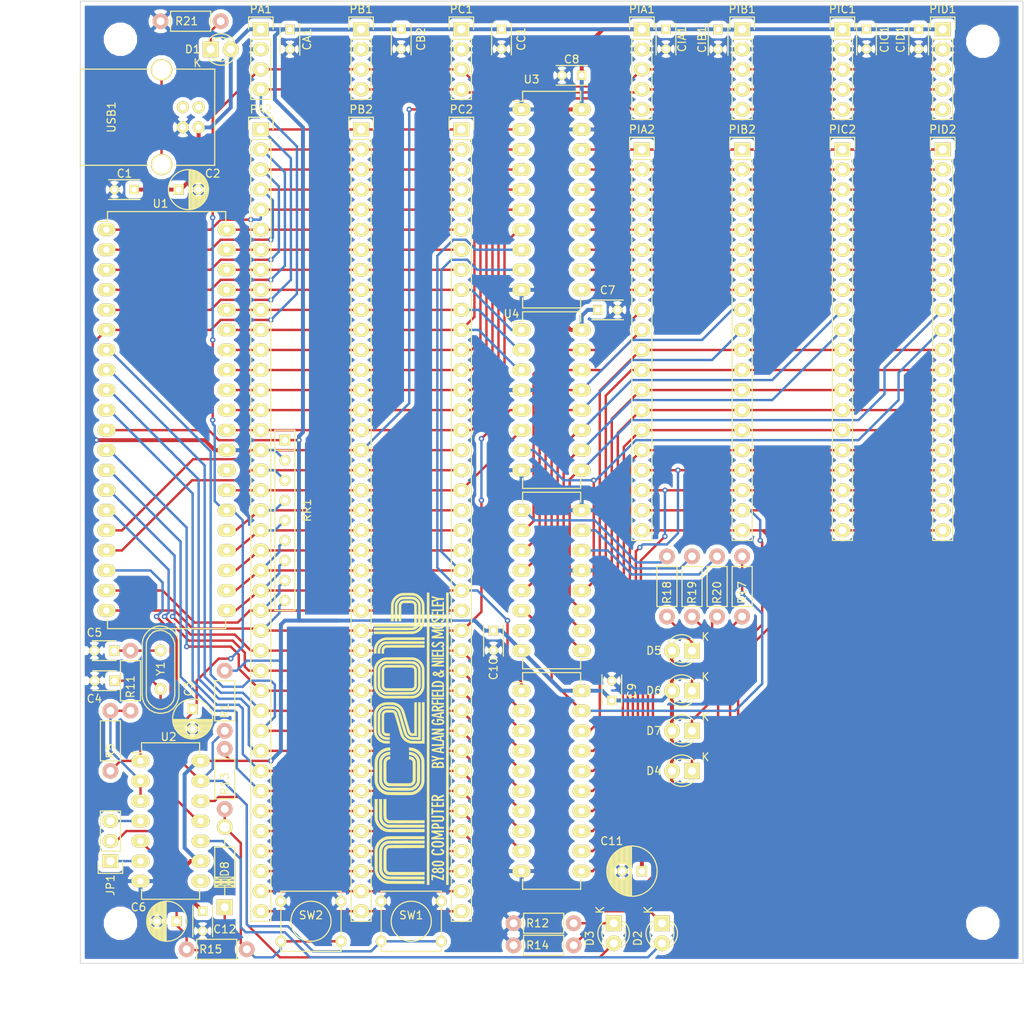
<source format=kicad_pcb>
(kicad_pcb (version 4) (host pcbnew 4.0.2-stable)
  (layers (0 Top signal) (31 Bottom signal) (34 B.Paste user) (35 F.Paste user) (36 B.SilkS user) (37 F.SilkS user) (38 B.Mask user) (39 F.Mask user) (44 Edge.Cuts user))
  (net 0 "")
  (net 1 VCC)
  (net 2 GND)
  (net 3 /~RESET)
  (net 4 "Net-(C4-Pad1)")
  (net 5 "Net-(C5-Pad1)")
  (net 6 "Net-(C6-Pad1)")
  (net 7 "Net-(D1-Pad1)")
  (net 8 "Net-(D2-Pad2)")
  (net 9 "Net-(D2-Pad1)")
  (net 10 "Net-(D3-Pad2)")
  (net 11 "Net-(D3-Pad1)")
  (net 12 "Net-(D4-Pad1)")
  (net 13 "Net-(D5-Pad1)")
  (net 14 "Net-(D6-Pad1)")
  (net 15 "Net-(D7-Pad1)")
  (net 16 "Net-(D8-Pad2)")
  (net 17 "Net-(JP1-Pad1)")
  (net 18 /~CLK)
  (net 19 "Net-(JP1-Pad3)")
  (net 20 /A10)
  (net 21 /A9)
  (net 22 /A8)
  (net 23 /A7)
  (net 24 /A6)
  (net 25 /A5)
  (net 26 /A4)
  (net 27 /A3)
  (net 28 /A2)
  (net 29 /A1)
  (net 30 /A0)
  (net 31 /A11)
  (net 32 /A12)
  (net 33 /A13)
  (net 34 /A14)
  (net 35 /A15)
  (net 36 /~WAIT)
  (net 37 /~INT)
  (net 38 /~NMI)
  (net 39 /~WR)
  (net 40 /~RD)
  (net 41 /~M1)
  (net 42 /~BUSRQ)
  (net 43 /~BUSACK)
  (net 44 /~MREQ)
  (net 45 /~IORQ)
  (net 46 /D0)
  (net 47 /D1)
  (net 48 /D2)
  (net 49 /D3)
  (net 50 /D4)
  (net 51 /D5)
  (net 52 /D6)
  (net 53 /D7)
  (net 54 "/Card Slots/S3")
  (net 55 "/Card Slots/S4")
  (net 56 "/Card Slots/S5")
  (net 57 "/Card Slots/S6")
  (net 58 /IO/A5-B)
  (net 59 /IO/A4-B)
  (net 60 /IO/A3-B)
  (net 61 /IO/A2-B)
  (net 62 /IO/A1-B)
  (net 63 /IO/A0-B)
  (net 64 /IO/~IOSEL1)
  (net 65 /IO/~RD-B)
  (net 66 /IO/~WR-B)
  (net 67 /IO/D0-B)
  (net 68 /IO/D1-B)
  (net 69 /IO/D2-B)
  (net 70 /IO/D3-B)
  (net 71 /IO/D4-B)
  (net 72 /IO/D5-B)
  (net 73 /IO/D6-B)
  (net 74 /IO/D7-B)
  (net 75 /IO/~IOSEL2)
  (net 76 /IO/~IOSEL3)
  (net 77 /IO/~IOSEL4)
  (net 78 /IO/~IOSEL5)
  (net 79 /IO/~IOSEL6)
  (net 80 /IO/~IOSEL7)
  (net 81 /IO/~IOSEL8)
  (net 82 "Net-(R11-Pad1)")
  (net 83 /IO/~BUS_EN)
  (net 84 /IO/S-LED0)
  (net 85 /IO/S-LED1)
  (net 86 /IO/S-LED2)
  (net 87 /CPU/~HALT)
  (net 88 "Net-(USB1-Pad5)")
  (net 89 /S1)
  (net 90 /S2)
  (module Socket_Strips:Socket_Strip_Straight_1x40 (layer Top) (at 63.5 46.736 270)
    (fp_text reference PA2 (at -2.54 0 360) (layer F.SilkS))
    (fp_text value CONN_01X40)
    (pad 1 thru_hole rect (at 0 0 270) (size 1.7272 2.032) (drill 1.016) (layers *.Cu *.Mask F.SilkS) (net 35 /A15))
    (pad 2 thru_hole oval (at 2.54 0 270) (size 1.7272 2.032) (drill 1.016) (layers *.Cu *.Mask F.SilkS) (net 34 /A14))
    (pad 3 thru_hole oval (at 5.08 0 270) (size 1.7272 2.032) (drill 1.016) (layers *.Cu *.Mask F.SilkS) (net 33 /A13))
    (pad 4 thru_hole oval (at 7.62 0 270) (size 1.7272 2.032) (drill 1.016) (layers *.Cu *.Mask F.SilkS) (net 32 /A12))
    (pad 5 thru_hole oval (at 10.16 0 270) (size 1.7272 2.032) (drill 1.016) (layers *.Cu *.Mask F.SilkS) (net 31 /A11))
    (pad 6 thru_hole oval (at 12.7 0 270) (size 1.7272 2.032) (drill 1.016) (layers *.Cu *.Mask F.SilkS) (net 20 /A10))
    (pad 7 thru_hole oval (at 15.24 0 270) (size 1.7272 2.032) (drill 1.016) (layers *.Cu *.Mask F.SilkS) (net 21 /A9))
    (pad 8 thru_hole oval (at 17.78 0 270) (size 1.7272 2.032) (drill 1.016) (layers *.Cu *.Mask F.SilkS) (net 22 /A8))
    (pad 9 thru_hole oval (at 20.32 0 270) (size 1.7272 2.032) (drill 1.016) (layers *.Cu *.Mask F.SilkS) (net 23 /A7))
    (pad 10 thru_hole oval (at 22.86 0 270) (size 1.7272 2.032) (drill 1.016) (layers *.Cu *.Mask F.SilkS) (net 24 /A6))
    (pad 11 thru_hole oval (at 25.4 0 270) (size 1.7272 2.032) (drill 1.016) (layers *.Cu *.Mask F.SilkS) (net 25 /A5))
    (pad 12 thru_hole oval (at 27.94 0 270) (size 1.7272 2.032) (drill 1.016) (layers *.Cu *.Mask F.SilkS) (net 26 /A4))
    (pad 13 thru_hole oval (at 30.48 0 270) (size 1.7272 2.032) (drill 1.016) (layers *.Cu *.Mask F.SilkS) (net 27 /A3))
    (pad 14 thru_hole oval (at 33.02 0 270) (size 1.7272 2.032) (drill 1.016) (layers *.Cu *.Mask F.SilkS) (net 28 /A2))
    (pad 15 thru_hole oval (at 35.56 0 270) (size 1.7272 2.032) (drill 1.016) (layers *.Cu *.Mask F.SilkS) (net 29 /A1))
    (pad 16 thru_hole oval (at 38.1 0 270) (size 1.7272 2.032) (drill 1.016) (layers *.Cu *.Mask F.SilkS) (net 30 /A0))
    (pad 17 thru_hole oval (at 40.64 0 270) (size 1.7272 2.032) (drill 1.016) (layers *.Cu *.Mask F.SilkS) (net 37 /~INT))
    (pad 18 thru_hole oval (at 43.18 0 270) (size 1.7272 2.032) (drill 1.016) (layers *.Cu *.Mask F.SilkS) (net 38 /~NMI))
    (pad 19 thru_hole oval (at 45.72 0 270) (size 1.7272 2.032) (drill 1.016) (layers *.Cu *.Mask F.SilkS) (net 41 /~M1))
    (pad 20 thru_hole oval (at 48.26 0 270) (size 1.7272 2.032) (drill 1.016) (layers *.Cu *.Mask F.SilkS) (net 42 /~BUSRQ))
    (pad 21 thru_hole oval (at 50.8 0 270) (size 1.7272 2.032) (drill 1.016) (layers *.Cu *.Mask F.SilkS) (net 36 /~WAIT))
    (pad 22 thru_hole oval (at 53.34 0 270) (size 1.7272 2.032) (drill 1.016) (layers *.Cu *.Mask F.SilkS) (net 43 /~BUSACK))
    (pad 23 thru_hole oval (at 55.88 0 270) (size 1.7272 2.032) (drill 1.016) (layers *.Cu *.Mask F.SilkS) (net 39 /~WR))
    (pad 24 thru_hole oval (at 58.42 0 270) (size 1.7272 2.032) (drill 1.016) (layers *.Cu *.Mask F.SilkS) (net 40 /~RD))
    (pad 25 thru_hole oval (at 60.96 0 270) (size 1.7272 2.032) (drill 1.016) (layers *.Cu *.Mask F.SilkS) (net 44 /~MREQ))
    (pad 26 thru_hole oval (at 63.5 0 270) (size 1.7272 2.032) (drill 1.016) (layers *.Cu *.Mask F.SilkS) (net 45 /~IORQ))
    (pad 27 thru_hole oval (at 66.04 0 270) (size 1.7272 2.032) (drill 1.016) (layers *.Cu *.Mask F.SilkS) (net 46 /D0))
    (pad 28 thru_hole oval (at 68.58 0 270) (size 1.7272 2.032) (drill 1.016) (layers *.Cu *.Mask F.SilkS) (net 47 /D1))
    (pad 29 thru_hole oval (at 71.12 0 270) (size 1.7272 2.032) (drill 1.016) (layers *.Cu *.Mask F.SilkS) (net 48 /D2))
    (pad 30 thru_hole oval (at 73.66 0 270) (size 1.7272 2.032) (drill 1.016) (layers *.Cu *.Mask F.SilkS) (net 49 /D3))
    (pad 31 thru_hole oval (at 76.2 0 270) (size 1.7272 2.032) (drill 1.016) (layers *.Cu *.Mask F.SilkS) (net 50 /D4))
    (pad 32 thru_hole oval (at 78.74 0 270) (size 1.7272 2.032) (drill 1.016) (layers *.Cu *.Mask F.SilkS) (net 51 /D5))
    (pad 33 thru_hole oval (at 81.28 0 270) (size 1.7272 2.032) (drill 1.016) (layers *.Cu *.Mask F.SilkS) (net 52 /D6))
    (pad 34 thru_hole oval (at 83.82 0 270) (size 1.7272 2.032) (drill 1.016) (layers *.Cu *.Mask F.SilkS) (net 53 /D7))
    (pad 35 thru_hole oval (at 86.36 0 270) (size 1.7272 2.032) (drill 1.016) (layers *.Cu *.Mask F.SilkS) (net 89 /S1))
    (pad 36 thru_hole oval (at 88.9 0 270) (size 1.7272 2.032) (drill 1.016) (layers *.Cu *.Mask F.SilkS) (net 90 /S2))
    (pad 37 thru_hole oval (at 91.44 0 270) (size 1.7272 2.032) (drill 1.016) (layers *.Cu *.Mask F.SilkS) (net 54 "/Card Slots/S3"))
    (pad 38 thru_hole oval (at 93.98 0 270) (size 1.7272 2.032) (drill 1.016) (layers *.Cu *.Mask F.SilkS) (net 55 "/Card Slots/S4"))
    (pad 39 thru_hole oval (at 96.52 0 270) (size 1.7272 2.032) (drill 1.016) (layers *.Cu *.Mask F.SilkS) (net 56 "/Card Slots/S5"))
    (pad 40 thru_hole oval (at 99.06 0 270) (size 1.7272 2.032) (drill 1.016) (layers *.Cu *.Mask F.SilkS) (net 57 "/Card Slots/S6"))
  )
  (module Pin_Headers:Pin_Header_Straight_1x03 (layer Top) (at 44.45 139.446 180)
    (fp_text reference JP1 (at 0 -3.048 450) (layer F.SilkS))
    (fp_text value JUMPER3)
    (pad 1 thru_hole rect (at 0 0 180) (size 2.032 1.7272) (drill 1.016) (layers *.Cu *.Mask F.SilkS) (net 17 "Net-(JP1-Pad1)"))
    (pad 2 thru_hole oval (at 0 2.54 180) (size 2.032 1.7272) (drill 1.016) (layers *.Cu *.Mask F.SilkS) (net 18 /~CLK))
    (pad 3 thru_hole oval (at 0 5.08 180) (size 2.032 1.7272) (drill 1.016) (layers *.Cu *.Mask F.SilkS) (net 19 "Net-(JP1-Pad3)"))
  )
  (module Mounting_Holes:MountingHole_3.2mm_M3 (layer Top) (at 45.72 35.306)
    (fp_text reference MH1 hide)
    (fp_text value MH_3mm)
    (pad 1 np_thru_hole circle (at 0 0) (size 3.2 3.2) (drill 3.2) (layers *.Cu *.Mask F.SilkS))
  )
  (module Mounting_Holes:MountingHole_3.2mm_M3 (layer Top) (at 154.94 35.56)
    (fp_text reference MH2 hide)
    (fp_text value MH_3mm)
    (pad 1 np_thru_hole circle (at 0 0) (size 3.2 3.2) (drill 3.2) (layers *.Cu *.Mask F.SilkS))
  )
  (module Mounting_Holes:MountingHole_3.2mm_M3 (layer Top) (at 45.72 147.32)
    (fp_text reference MH3 hide)
    (fp_text value MH_3mm)
    (pad 1 np_thru_hole circle (at 0 0) (size 3.2 3.2) (drill 3.2) (layers *.Cu *.Mask F.SilkS))
  )
  (module Mounting_Holes:MountingHole_3.2mm_M3 (layer Top) (at 154.94 147.32)
    (fp_text reference MH4 hide)
    (fp_text value MH_3mm)
    (pad 1 np_thru_hole circle (at 0 0) (size 3.2 3.2) (drill 3.2) (layers *.Cu *.Mask F.SilkS))
  )
  (module Socket_Strips:Socket_Strip_Straight_1x04 (layer Top) (at 63.5 34.036 270)
    (fp_text reference PA1 (at -2.54 0 360) (layer F.SilkS))
    (fp_text value CONN_01X04)
    (pad 1 thru_hole rect (at 0 0 270) (size 1.7272 2.032) (drill 1.016) (layers *.Cu *.Mask F.SilkS) (net 1 VCC))
    (pad 2 thru_hole oval (at 2.54 0 270) (size 1.7272 2.032) (drill 1.016) (layers *.Cu *.Mask F.SilkS) (net 2 GND))
    (pad 3 thru_hole oval (at 5.08 0 270) (size 1.7272 2.032) (drill 1.016) (layers *.Cu *.Mask F.SilkS) (net 3 /~RESET))
    (pad 4 thru_hole oval (at 7.62 0 270) (size 1.7272 2.032) (drill 1.016) (layers *.Cu *.Mask F.SilkS) (net 18 /~CLK))
  )
  (module Socket_Strips:Socket_Strip_Straight_1x04 (layer Top) (at 76.2 34.036 270)
    (fp_text reference PB1 (at -2.54 0 360) (layer F.SilkS))
    (fp_text value CONN_01X04)
    (pad 1 thru_hole rect (at 0 0 270) (size 1.7272 2.032) (drill 1.016) (layers *.Cu *.Mask F.SilkS) (net 1 VCC))
    (pad 2 thru_hole oval (at 2.54 0 270) (size 1.7272 2.032) (drill 1.016) (layers *.Cu *.Mask F.SilkS) (net 2 GND))
    (pad 3 thru_hole oval (at 5.08 0 270) (size 1.7272 2.032) (drill 1.016) (layers *.Cu *.Mask F.SilkS) (net 3 /~RESET))
    (pad 4 thru_hole oval (at 7.62 0 270) (size 1.7272 2.032) (drill 1.016) (layers *.Cu *.Mask F.SilkS) (net 18 /~CLK))
  )
  (module Socket_Strips:Socket_Strip_Straight_1x40 (layer Top) (at 76.2 46.736 270)
    (fp_text reference PB2 (at -2.54 0 360) (layer F.SilkS))
    (fp_text value CONN_01X40)
    (pad 1 thru_hole rect (at 0 0 270) (size 1.7272 2.032) (drill 1.016) (layers *.Cu *.Mask F.SilkS) (net 35 /A15))
    (pad 2 thru_hole oval (at 2.54 0 270) (size 1.7272 2.032) (drill 1.016) (layers *.Cu *.Mask F.SilkS) (net 34 /A14))
    (pad 3 thru_hole oval (at 5.08 0 270) (size 1.7272 2.032) (drill 1.016) (layers *.Cu *.Mask F.SilkS) (net 33 /A13))
    (pad 4 thru_hole oval (at 7.62 0 270) (size 1.7272 2.032) (drill 1.016) (layers *.Cu *.Mask F.SilkS) (net 32 /A12))
    (pad 5 thru_hole oval (at 10.16 0 270) (size 1.7272 2.032) (drill 1.016) (layers *.Cu *.Mask F.SilkS) (net 31 /A11))
    (pad 6 thru_hole oval (at 12.7 0 270) (size 1.7272 2.032) (drill 1.016) (layers *.Cu *.Mask F.SilkS) (net 20 /A10))
    (pad 7 thru_hole oval (at 15.24 0 270) (size 1.7272 2.032) (drill 1.016) (layers *.Cu *.Mask F.SilkS) (net 21 /A9))
    (pad 8 thru_hole oval (at 17.78 0 270) (size 1.7272 2.032) (drill 1.016) (layers *.Cu *.Mask F.SilkS) (net 22 /A8))
    (pad 9 thru_hole oval (at 20.32 0 270) (size 1.7272 2.032) (drill 1.016) (layers *.Cu *.Mask F.SilkS) (net 23 /A7))
    (pad 10 thru_hole oval (at 22.86 0 270) (size 1.7272 2.032) (drill 1.016) (layers *.Cu *.Mask F.SilkS) (net 24 /A6))
    (pad 11 thru_hole oval (at 25.4 0 270) (size 1.7272 2.032) (drill 1.016) (layers *.Cu *.Mask F.SilkS) (net 25 /A5))
    (pad 12 thru_hole oval (at 27.94 0 270) (size 1.7272 2.032) (drill 1.016) (layers *.Cu *.Mask F.SilkS) (net 26 /A4))
    (pad 13 thru_hole oval (at 30.48 0 270) (size 1.7272 2.032) (drill 1.016) (layers *.Cu *.Mask F.SilkS) (net 27 /A3))
    (pad 14 thru_hole oval (at 33.02 0 270) (size 1.7272 2.032) (drill 1.016) (layers *.Cu *.Mask F.SilkS) (net 28 /A2))
    (pad 15 thru_hole oval (at 35.56 0 270) (size 1.7272 2.032) (drill 1.016) (layers *.Cu *.Mask F.SilkS) (net 29 /A1))
    (pad 16 thru_hole oval (at 38.1 0 270) (size 1.7272 2.032) (drill 1.016) (layers *.Cu *.Mask F.SilkS) (net 30 /A0))
    (pad 17 thru_hole oval (at 40.64 0 270) (size 1.7272 2.032) (drill 1.016) (layers *.Cu *.Mask F.SilkS) (net 37 /~INT))
    (pad 18 thru_hole oval (at 43.18 0 270) (size 1.7272 2.032) (drill 1.016) (layers *.Cu *.Mask F.SilkS) (net 38 /~NMI))
    (pad 19 thru_hole oval (at 45.72 0 270) (size 1.7272 2.032) (drill 1.016) (layers *.Cu *.Mask F.SilkS) (net 41 /~M1))
    (pad 20 thru_hole oval (at 48.26 0 270) (size 1.7272 2.032) (drill 1.016) (layers *.Cu *.Mask F.SilkS) (net 42 /~BUSRQ))
    (pad 21 thru_hole oval (at 50.8 0 270) (size 1.7272 2.032) (drill 1.016) (layers *.Cu *.Mask F.SilkS) (net 36 /~WAIT))
    (pad 22 thru_hole oval (at 53.34 0 270) (size 1.7272 2.032) (drill 1.016) (layers *.Cu *.Mask F.SilkS) (net 43 /~BUSACK))
    (pad 23 thru_hole oval (at 55.88 0 270) (size 1.7272 2.032) (drill 1.016) (layers *.Cu *.Mask F.SilkS) (net 39 /~WR))
    (pad 24 thru_hole oval (at 58.42 0 270) (size 1.7272 2.032) (drill 1.016) (layers *.Cu *.Mask F.SilkS) (net 40 /~RD))
    (pad 25 thru_hole oval (at 60.96 0 270) (size 1.7272 2.032) (drill 1.016) (layers *.Cu *.Mask F.SilkS) (net 44 /~MREQ))
    (pad 26 thru_hole oval (at 63.5 0 270) (size 1.7272 2.032) (drill 1.016) (layers *.Cu *.Mask F.SilkS) (net 45 /~IORQ))
    (pad 27 thru_hole oval (at 66.04 0 270) (size 1.7272 2.032) (drill 1.016) (layers *.Cu *.Mask F.SilkS) (net 46 /D0))
    (pad 28 thru_hole oval (at 68.58 0 270) (size 1.7272 2.032) (drill 1.016) (layers *.Cu *.Mask F.SilkS) (net 47 /D1))
    (pad 29 thru_hole oval (at 71.12 0 270) (size 1.7272 2.032) (drill 1.016) (layers *.Cu *.Mask F.SilkS) (net 48 /D2))
    (pad 30 thru_hole oval (at 73.66 0 270) (size 1.7272 2.032) (drill 1.016) (layers *.Cu *.Mask F.SilkS) (net 49 /D3))
    (pad 31 thru_hole oval (at 76.2 0 270) (size 1.7272 2.032) (drill 1.016) (layers *.Cu *.Mask F.SilkS) (net 50 /D4))
    (pad 32 thru_hole oval (at 78.74 0 270) (size 1.7272 2.032) (drill 1.016) (layers *.Cu *.Mask F.SilkS) (net 51 /D5))
    (pad 33 thru_hole oval (at 81.28 0 270) (size 1.7272 2.032) (drill 1.016) (layers *.Cu *.Mask F.SilkS) (net 52 /D6))
    (pad 34 thru_hole oval (at 83.82 0 270) (size 1.7272 2.032) (drill 1.016) (layers *.Cu *.Mask F.SilkS) (net 53 /D7))
    (pad 35 thru_hole oval (at 86.36 0 270) (size 1.7272 2.032) (drill 1.016) (layers *.Cu *.Mask F.SilkS) (net 89 /S1))
    (pad 36 thru_hole oval (at 88.9 0 270) (size 1.7272 2.032) (drill 1.016) (layers *.Cu *.Mask F.SilkS) (net 90 /S2))
    (pad 37 thru_hole oval (at 91.44 0 270) (size 1.7272 2.032) (drill 1.016) (layers *.Cu *.Mask F.SilkS) (net 54 "/Card Slots/S3"))
    (pad 38 thru_hole oval (at 93.98 0 270) (size 1.7272 2.032) (drill 1.016) (layers *.Cu *.Mask F.SilkS) (net 55 "/Card Slots/S4"))
    (pad 39 thru_hole oval (at 96.52 0 270) (size 1.7272 2.032) (drill 1.016) (layers *.Cu *.Mask F.SilkS) (net 56 "/Card Slots/S5"))
    (pad 40 thru_hole oval (at 99.06 0 270) (size 1.7272 2.032) (drill 1.016) (layers *.Cu *.Mask F.SilkS) (net 57 "/Card Slots/S6"))
  )
  (module Socket_Strips:Socket_Strip_Straight_1x04 (layer Top) (at 88.9 34.036 270)
    (fp_text reference PC1 (at -2.54 0 360) (layer F.SilkS))
    (fp_text value CONN_01X04)
    (pad 1 thru_hole rect (at 0 0 270) (size 1.7272 2.032) (drill 1.016) (layers *.Cu *.Mask F.SilkS) (net 1 VCC))
    (pad 2 thru_hole oval (at 2.54 0 270) (size 1.7272 2.032) (drill 1.016) (layers *.Cu *.Mask F.SilkS) (net 2 GND))
    (pad 3 thru_hole oval (at 5.08 0 270) (size 1.7272 2.032) (drill 1.016) (layers *.Cu *.Mask F.SilkS) (net 3 /~RESET))
    (pad 4 thru_hole oval (at 7.62 0 270) (size 1.7272 2.032) (drill 1.016) (layers *.Cu *.Mask F.SilkS) (net 18 /~CLK))
  )
  (module Socket_Strips:Socket_Strip_Straight_1x40 (layer Top) (at 88.9 46.736 270)
    (fp_text reference PC2 (at -2.54 0 360) (layer F.SilkS))
    (fp_text value CONN_01X40)
    (pad 1 thru_hole rect (at 0 0 270) (size 1.7272 2.032) (drill 1.016) (layers *.Cu *.Mask F.SilkS) (net 35 /A15))
    (pad 2 thru_hole oval (at 2.54 0 270) (size 1.7272 2.032) (drill 1.016) (layers *.Cu *.Mask F.SilkS) (net 34 /A14))
    (pad 3 thru_hole oval (at 5.08 0 270) (size 1.7272 2.032) (drill 1.016) (layers *.Cu *.Mask F.SilkS) (net 33 /A13))
    (pad 4 thru_hole oval (at 7.62 0 270) (size 1.7272 2.032) (drill 1.016) (layers *.Cu *.Mask F.SilkS) (net 32 /A12))
    (pad 5 thru_hole oval (at 10.16 0 270) (size 1.7272 2.032) (drill 1.016) (layers *.Cu *.Mask F.SilkS) (net 31 /A11))
    (pad 6 thru_hole oval (at 12.7 0 270) (size 1.7272 2.032) (drill 1.016) (layers *.Cu *.Mask F.SilkS) (net 20 /A10))
    (pad 7 thru_hole oval (at 15.24 0 270) (size 1.7272 2.032) (drill 1.016) (layers *.Cu *.Mask F.SilkS) (net 21 /A9))
    (pad 8 thru_hole oval (at 17.78 0 270) (size 1.7272 2.032) (drill 1.016) (layers *.Cu *.Mask F.SilkS) (net 22 /A8))
    (pad 9 thru_hole oval (at 20.32 0 270) (size 1.7272 2.032) (drill 1.016) (layers *.Cu *.Mask F.SilkS) (net 23 /A7))
    (pad 10 thru_hole oval (at 22.86 0 270) (size 1.7272 2.032) (drill 1.016) (layers *.Cu *.Mask F.SilkS) (net 24 /A6))
    (pad 11 thru_hole oval (at 25.4 0 270) (size 1.7272 2.032) (drill 1.016) (layers *.Cu *.Mask F.SilkS) (net 25 /A5))
    (pad 12 thru_hole oval (at 27.94 0 270) (size 1.7272 2.032) (drill 1.016) (layers *.Cu *.Mask F.SilkS) (net 26 /A4))
    (pad 13 thru_hole oval (at 30.48 0 270) (size 1.7272 2.032) (drill 1.016) (layers *.Cu *.Mask F.SilkS) (net 27 /A3))
    (pad 14 thru_hole oval (at 33.02 0 270) (size 1.7272 2.032) (drill 1.016) (layers *.Cu *.Mask F.SilkS) (net 28 /A2))
    (pad 15 thru_hole oval (at 35.56 0 270) (size 1.7272 2.032) (drill 1.016) (layers *.Cu *.Mask F.SilkS) (net 29 /A1))
    (pad 16 thru_hole oval (at 38.1 0 270) (size 1.7272 2.032) (drill 1.016) (layers *.Cu *.Mask F.SilkS) (net 30 /A0))
    (pad 17 thru_hole oval (at 40.64 0 270) (size 1.7272 2.032) (drill 1.016) (layers *.Cu *.Mask F.SilkS) (net 37 /~INT))
    (pad 18 thru_hole oval (at 43.18 0 270) (size 1.7272 2.032) (drill 1.016) (layers *.Cu *.Mask F.SilkS) (net 38 /~NMI))
    (pad 19 thru_hole oval (at 45.72 0 270) (size 1.7272 2.032) (drill 1.016) (layers *.Cu *.Mask F.SilkS) (net 41 /~M1))
    (pad 20 thru_hole oval (at 48.26 0 270) (size 1.7272 2.032) (drill 1.016) (layers *.Cu *.Mask F.SilkS) (net 42 /~BUSRQ))
    (pad 21 thru_hole oval (at 50.8 0 270) (size 1.7272 2.032) (drill 1.016) (layers *.Cu *.Mask F.SilkS) (net 36 /~WAIT))
    (pad 22 thru_hole oval (at 53.34 0 270) (size 1.7272 2.032) (drill 1.016) (layers *.Cu *.Mask F.SilkS) (net 43 /~BUSACK))
    (pad 23 thru_hole oval (at 55.88 0 270) (size 1.7272 2.032) (drill 1.016) (layers *.Cu *.Mask F.SilkS) (net 39 /~WR))
    (pad 24 thru_hole oval (at 58.42 0 270) (size 1.7272 2.032) (drill 1.016) (layers *.Cu *.Mask F.SilkS) (net 40 /~RD))
    (pad 25 thru_hole oval (at 60.96 0 270) (size 1.7272 2.032) (drill 1.016) (layers *.Cu *.Mask F.SilkS) (net 44 /~MREQ))
    (pad 26 thru_hole oval (at 63.5 0 270) (size 1.7272 2.032) (drill 1.016) (layers *.Cu *.Mask F.SilkS) (net 45 /~IORQ))
    (pad 27 thru_hole oval (at 66.04 0 270) (size 1.7272 2.032) (drill 1.016) (layers *.Cu *.Mask F.SilkS) (net 46 /D0))
    (pad 28 thru_hole oval (at 68.58 0 270) (size 1.7272 2.032) (drill 1.016) (layers *.Cu *.Mask F.SilkS) (net 47 /D1))
    (pad 29 thru_hole oval (at 71.12 0 270) (size 1.7272 2.032) (drill 1.016) (layers *.Cu *.Mask F.SilkS) (net 48 /D2))
    (pad 30 thru_hole oval (at 73.66 0 270) (size 1.7272 2.032) (drill 1.016) (layers *.Cu *.Mask F.SilkS) (net 49 /D3))
    (pad 31 thru_hole oval (at 76.2 0 270) (size 1.7272 2.032) (drill 1.016) (layers *.Cu *.Mask F.SilkS) (net 50 /D4))
    (pad 32 thru_hole oval (at 78.74 0 270) (size 1.7272 2.032) (drill 1.016) (layers *.Cu *.Mask F.SilkS) (net 51 /D5))
    (pad 33 thru_hole oval (at 81.28 0 270) (size 1.7272 2.032) (drill 1.016) (layers *.Cu *.Mask F.SilkS) (net 52 /D6))
    (pad 34 thru_hole oval (at 83.82 0 270) (size 1.7272 2.032) (drill 1.016) (layers *.Cu *.Mask F.SilkS) (net 53 /D7))
    (pad 35 thru_hole oval (at 86.36 0 270) (size 1.7272 2.032) (drill 1.016) (layers *.Cu *.Mask F.SilkS) (net 89 /S1))
    (pad 36 thru_hole oval (at 88.9 0 270) (size 1.7272 2.032) (drill 1.016) (layers *.Cu *.Mask F.SilkS) (net 90 /S2))
    (pad 37 thru_hole oval (at 91.44 0 270) (size 1.7272 2.032) (drill 1.016) (layers *.Cu *.Mask F.SilkS) (net 54 "/Card Slots/S3"))
    (pad 38 thru_hole oval (at 93.98 0 270) (size 1.7272 2.032) (drill 1.016) (layers *.Cu *.Mask F.SilkS) (net 55 "/Card Slots/S4"))
    (pad 39 thru_hole oval (at 96.52 0 270) (size 1.7272 2.032) (drill 1.016) (layers *.Cu *.Mask F.SilkS) (net 56 "/Card Slots/S5"))
    (pad 40 thru_hole oval (at 99.06 0 270) (size 1.7272 2.032) (drill 1.016) (layers *.Cu *.Mask F.SilkS) (net 57 "/Card Slots/S6"))
  )
  (module Housings_DIP:DIP-40_W15.24mm_LongPads (layer Top) (at 43.942 59.436)
    (fp_text reference U1 (at 6.858 -3.302) (layer F.SilkS))
    (fp_text value Z80CPU)
    (pad 1 thru_hole oval (at 0 0) (size 2.3 1.6) (drill 0.8) (layers *.Cu *.Mask F.SilkS) (net 31 /A11))
    (pad 2 thru_hole oval (at 0 2.54) (size 2.3 1.6) (drill 0.8) (layers *.Cu *.Mask F.SilkS) (net 32 /A12))
    (pad 3 thru_hole oval (at 0 5.08) (size 2.3 1.6) (drill 0.8) (layers *.Cu *.Mask F.SilkS) (net 33 /A13))
    (pad 4 thru_hole oval (at 0 7.62) (size 2.3 1.6) (drill 0.8) (layers *.Cu *.Mask F.SilkS) (net 34 /A14))
    (pad 5 thru_hole oval (at 0 10.16) (size 2.3 1.6) (drill 0.8) (layers *.Cu *.Mask F.SilkS) (net 35 /A15))
    (pad 6 thru_hole oval (at 0 12.7) (size 2.3 1.6) (drill 0.8) (layers *.Cu *.Mask F.SilkS) (net 18 /~CLK))
    (pad 7 thru_hole oval (at 0 15.24) (size 2.3 1.6) (drill 0.8) (layers *.Cu *.Mask F.SilkS) (net 50 /D4))
    (pad 8 thru_hole oval (at 0 17.78) (size 2.3 1.6) (drill 0.8) (layers *.Cu *.Mask F.SilkS) (net 49 /D3))
    (pad 9 thru_hole oval (at 0 20.32) (size 2.3 1.6) (drill 0.8) (layers *.Cu *.Mask F.SilkS) (net 51 /D5))
    (pad 10 thru_hole oval (at 0 22.86) (size 2.3 1.6) (drill 0.8) (layers *.Cu *.Mask F.SilkS) (net 52 /D6))
    (pad 11 thru_hole oval (at 0 25.4) (size 2.3 1.6) (drill 0.8) (layers *.Cu *.Mask F.SilkS) (net 1 VCC))
    (pad 12 thru_hole oval (at 0 27.94) (size 2.3 1.6) (drill 0.8) (layers *.Cu *.Mask F.SilkS) (net 48 /D2))
    (pad 13 thru_hole oval (at 0 30.48) (size 2.3 1.6) (drill 0.8) (layers *.Cu *.Mask F.SilkS) (net 53 /D7))
    (pad 14 thru_hole oval (at 0 33.02) (size 2.3 1.6) (drill 0.8) (layers *.Cu *.Mask F.SilkS) (net 46 /D0))
    (pad 15 thru_hole oval (at 0 35.56) (size 2.3 1.6) (drill 0.8) (layers *.Cu *.Mask F.SilkS) (net 47 /D1))
    (pad 16 thru_hole oval (at 0 38.1) (size 2.3 1.6) (drill 0.8) (layers *.Cu *.Mask F.SilkS) (net 37 /~INT))
    (pad 17 thru_hole oval (at 0 40.64) (size 2.3 1.6) (drill 0.8) (layers *.Cu *.Mask F.SilkS) (net 38 /~NMI))
    (pad 18 thru_hole oval (at 0 43.18) (size 2.3 1.6) (drill 0.8) (layers *.Cu *.Mask F.SilkS) (net 87 /CPU/~HALT))
    (pad 19 thru_hole oval (at 0 45.72) (size 2.3 1.6) (drill 0.8) (layers *.Cu *.Mask F.SilkS) (net 44 /~MREQ))
    (pad 20 thru_hole oval (at 0 48.26) (size 2.3 1.6) (drill 0.8) (layers *.Cu *.Mask F.SilkS) (net 45 /~IORQ))
    (pad 21 thru_hole oval (at 15.24 48.26) (size 2.3 1.6) (drill 0.8) (layers *.Cu *.Mask F.SilkS) (net 40 /~RD))
    (pad 22 thru_hole oval (at 15.24 45.72) (size 2.3 1.6) (drill 0.8) (layers *.Cu *.Mask F.SilkS) (net 39 /~WR))
    (pad 23 thru_hole oval (at 15.24 43.18) (size 2.3 1.6) (drill 0.8) (layers *.Cu *.Mask F.SilkS) (net 43 /~BUSACK))
    (pad 24 thru_hole oval (at 15.24 40.64) (size 2.3 1.6) (drill 0.8) (layers *.Cu *.Mask F.SilkS) (net 36 /~WAIT))
    (pad 25 thru_hole oval (at 15.24 38.1) (size 2.3 1.6) (drill 0.8) (layers *.Cu *.Mask F.SilkS) (net 42 /~BUSRQ))
    (pad 26 thru_hole oval (at 15.24 35.56) (size 2.3 1.6) (drill 0.8) (layers *.Cu *.Mask F.SilkS) (net 3 /~RESET))
    (pad 27 thru_hole oval (at 15.24 33.02) (size 2.3 1.6) (drill 0.8) (layers *.Cu *.Mask F.SilkS) (net 41 /~M1))
    (pad 28 thru_hole oval (at 15.24 30.48) (size 2.3 1.6) (drill 0.8) (layers *.Cu *.Mask F.SilkS))
    (pad 29 thru_hole oval (at 15.24 27.94) (size 2.3 1.6) (drill 0.8) (layers *.Cu *.Mask F.SilkS) (net 2 GND))
    (pad 30 thru_hole oval (at 15.24 25.4) (size 2.3 1.6) (drill 0.8) (layers *.Cu *.Mask F.SilkS) (net 30 /A0))
    (pad 31 thru_hole oval (at 15.24 22.86) (size 2.3 1.6) (drill 0.8) (layers *.Cu *.Mask F.SilkS) (net 29 /A1))
    (pad 32 thru_hole oval (at 15.24 20.32) (size 2.3 1.6) (drill 0.8) (layers *.Cu *.Mask F.SilkS) (net 28 /A2))
    (pad 33 thru_hole oval (at 15.24 17.78) (size 2.3 1.6) (drill 0.8) (layers *.Cu *.Mask F.SilkS) (net 27 /A3))
    (pad 34 thru_hole oval (at 15.24 15.24) (size 2.3 1.6) (drill 0.8) (layers *.Cu *.Mask F.SilkS) (net 26 /A4))
    (pad 35 thru_hole oval (at 15.24 12.7) (size 2.3 1.6) (drill 0.8) (layers *.Cu *.Mask F.SilkS) (net 25 /A5))
    (pad 36 thru_hole oval (at 15.24 10.16) (size 2.3 1.6) (drill 0.8) (layers *.Cu *.Mask F.SilkS) (net 24 /A6))
    (pad 37 thru_hole oval (at 15.24 7.62) (size 2.3 1.6) (drill 0.8) (layers *.Cu *.Mask F.SilkS) (net 23 /A7))
    (pad 38 thru_hole oval (at 15.24 5.08) (size 2.3 1.6) (drill 0.8) (layers *.Cu *.Mask F.SilkS) (net 22 /A8))
    (pad 39 thru_hole oval (at 15.24 2.54) (size 2.3 1.6) (drill 0.8) (layers *.Cu *.Mask F.SilkS) (net 21 /A9))
    (pad 40 thru_hole oval (at 15.24 0) (size 2.3 1.6) (drill 0.8) (layers *.Cu *.Mask F.SilkS) (net 20 /A10))
  )
  (module Housings_DIP:DIP-14_W7.62mm_LongPads (layer Top) (at 48.26 126.746)
    (fp_text reference U2 (at 3.556 -3.048) (layer F.SilkS))
    (fp_text value 74HC04)
    (pad 1 thru_hole oval (at 0 0) (size 2.3 1.6) (drill 0.8) (layers *.Cu *.Mask F.SilkS) (net 4 "Net-(C4-Pad1)"))
    (pad 2 thru_hole oval (at 0 2.54) (size 2.3 1.6) (drill 0.8) (layers *.Cu *.Mask F.SilkS) (net 82 "Net-(R11-Pad1)"))
    (pad 3 thru_hole oval (at 0 5.08) (size 2.3 1.6) (drill 0.8) (layers *.Cu *.Mask F.SilkS) (net 82 "Net-(R11-Pad1)"))
    (pad 4 thru_hole oval (at 0 7.62) (size 2.3 1.6) (drill 0.8) (layers *.Cu *.Mask F.SilkS) (net 19 "Net-(JP1-Pad3)"))
    (pad 5 thru_hole oval (at 0 10.16) (size 2.3 1.6) (drill 0.8) (layers *.Cu *.Mask F.SilkS) (net 6 "Net-(C6-Pad1)"))
    (pad 6 thru_hole oval (at 0 12.7) (size 2.3 1.6) (drill 0.8) (layers *.Cu *.Mask F.SilkS) (net 17 "Net-(JP1-Pad1)"))
    (pad 7 thru_hole oval (at 0 15.24) (size 2.3 1.6) (drill 0.8) (layers *.Cu *.Mask F.SilkS) (net 2 GND))
    (pad 8 thru_hole oval (at 7.62 15.24) (size 2.3 1.6) (drill 0.8) (layers *.Cu *.Mask F.SilkS))
    (pad 9 thru_hole oval (at 7.62 12.7) (size 2.3 1.6) (drill 0.8) (layers *.Cu *.Mask F.SilkS) (net 1 VCC))
    (pad 10 thru_hole oval (at 7.62 10.16) (size 2.3 1.6) (drill 0.8) (layers *.Cu *.Mask F.SilkS) (net 8 "Net-(D2-Pad2)"))
    (pad 11 thru_hole oval (at 7.62 7.62) (size 2.3 1.6) (drill 0.8) (layers *.Cu *.Mask F.SilkS) (net 87 /CPU/~HALT))
    (pad 12 thru_hole oval (at 7.62 5.08) (size 2.3 1.6) (drill 0.8) (layers *.Cu *.Mask F.SilkS) (net 10 "Net-(D3-Pad2)"))
    (pad 13 thru_hole oval (at 7.62 2.54) (size 2.3 1.6) (drill 0.8) (layers *.Cu *.Mask F.SilkS) (net 3 /~RESET))
    (pad 14 thru_hole oval (at 7.62 0) (size 2.3 1.6) (drill 0.8) (layers *.Cu *.Mask F.SilkS) (net 1 VCC))
  )
  (module Housings_DIP:DIP-20_W7.62mm_LongPads (layer Top) (at 96.52 44.196)
    (fp_text reference U3 (at 1.27 -3.81) (layer F.SilkS))
    (fp_text value 74AC541)
    (pad 1 thru_hole oval (at 0 0) (size 2.3 1.6) (drill 0.8) (layers *.Cu *.Mask F.SilkS) (net 2 GND))
    (pad 2 thru_hole oval (at 0 2.54) (size 2.3 1.6) (drill 0.8) (layers *.Cu *.Mask F.SilkS) (net 25 /A5))
    (pad 3 thru_hole oval (at 0 5.08) (size 2.3 1.6) (drill 0.8) (layers *.Cu *.Mask F.SilkS) (net 26 /A4))
    (pad 4 thru_hole oval (at 0 7.62) (size 2.3 1.6) (drill 0.8) (layers *.Cu *.Mask F.SilkS) (net 27 /A3))
    (pad 5 thru_hole oval (at 0 10.16) (size 2.3 1.6) (drill 0.8) (layers *.Cu *.Mask F.SilkS) (net 28 /A2))
    (pad 6 thru_hole oval (at 0 12.7) (size 2.3 1.6) (drill 0.8) (layers *.Cu *.Mask F.SilkS) (net 29 /A1))
    (pad 7 thru_hole oval (at 0 15.24) (size 2.3 1.6) (drill 0.8) (layers *.Cu *.Mask F.SilkS) (net 30 /A0))
    (pad 8 thru_hole oval (at 0 17.78) (size 2.3 1.6) (drill 0.8) (layers *.Cu *.Mask F.SilkS) (net 40 /~RD))
    (pad 9 thru_hole oval (at 0 20.32) (size 2.3 1.6) (drill 0.8) (layers *.Cu *.Mask F.SilkS) (net 39 /~WR))
    (pad 10 thru_hole oval (at 0 22.86) (size 2.3 1.6) (drill 0.8) (layers *.Cu *.Mask F.SilkS) (net 2 GND))
    (pad 11 thru_hole oval (at 7.62 22.86) (size 2.3 1.6) (drill 0.8) (layers *.Cu *.Mask F.SilkS) (net 66 /IO/~WR-B))
    (pad 12 thru_hole oval (at 7.62 20.32) (size 2.3 1.6) (drill 0.8) (layers *.Cu *.Mask F.SilkS) (net 65 /IO/~RD-B))
    (pad 13 thru_hole oval (at 7.62 17.78) (size 2.3 1.6) (drill 0.8) (layers *.Cu *.Mask F.SilkS) (net 63 /IO/A0-B))
    (pad 14 thru_hole oval (at 7.62 15.24) (size 2.3 1.6) (drill 0.8) (layers *.Cu *.Mask F.SilkS) (net 62 /IO/A1-B))
    (pad 15 thru_hole oval (at 7.62 12.7) (size 2.3 1.6) (drill 0.8) (layers *.Cu *.Mask F.SilkS) (net 61 /IO/A2-B))
    (pad 16 thru_hole oval (at 7.62 10.16) (size 2.3 1.6) (drill 0.8) (layers *.Cu *.Mask F.SilkS) (net 60 /IO/A3-B))
    (pad 17 thru_hole oval (at 7.62 7.62) (size 2.3 1.6) (drill 0.8) (layers *.Cu *.Mask F.SilkS) (net 59 /IO/A4-B))
    (pad 18 thru_hole oval (at 7.62 5.08) (size 2.3 1.6) (drill 0.8) (layers *.Cu *.Mask F.SilkS) (net 58 /IO/A5-B))
    (pad 19 thru_hole oval (at 7.62 2.54) (size 2.3 1.6) (drill 0.8) (layers *.Cu *.Mask F.SilkS) (net 2 GND))
    (pad 20 thru_hole oval (at 7.62 0) (size 2.3 1.6) (drill 0.8) (layers *.Cu *.Mask F.SilkS) (net 1 VCC))
  )
  (module Housings_DIP:DIP-16_W7.62mm_LongPads (layer Top) (at 96.52 72.136)
    (fp_text reference U4 (at -1.27 -2.032) (layer F.SilkS))
    (fp_text value 74LS138)
    (pad 1 thru_hole oval (at 0 0) (size 2.3 1.6) (drill 0.8) (layers *.Cu *.Mask F.SilkS) (net 23 /A7))
    (pad 2 thru_hole oval (at 0 2.54) (size 2.3 1.6) (drill 0.8) (layers *.Cu *.Mask F.SilkS) (net 24 /A6))
    (pad 3 thru_hole oval (at 0 5.08) (size 2.3 1.6) (drill 0.8) (layers *.Cu *.Mask F.SilkS) (net 25 /A5))
    (pad 4 thru_hole oval (at 0 7.62) (size 2.3 1.6) (drill 0.8) (layers *.Cu *.Mask F.SilkS) (net 2 GND))
    (pad 5 thru_hole oval (at 0 10.16) (size 2.3 1.6) (drill 0.8) (layers *.Cu *.Mask F.SilkS) (net 45 /~IORQ))
    (pad 6 thru_hole oval (at 0 12.7) (size 2.3 1.6) (drill 0.8) (layers *.Cu *.Mask F.SilkS) (net 41 /~M1))
    (pad 7 thru_hole oval (at 0 15.24) (size 2.3 1.6) (drill 0.8) (layers *.Cu *.Mask F.SilkS) (net 81 /IO/~IOSEL8))
    (pad 8 thru_hole oval (at 0 17.78) (size 2.3 1.6) (drill 0.8) (layers *.Cu *.Mask F.SilkS) (net 2 GND))
    (pad 9 thru_hole oval (at 7.62 17.78) (size 2.3 1.6) (drill 0.8) (layers *.Cu *.Mask F.SilkS) (net 80 /IO/~IOSEL7))
    (pad 10 thru_hole oval (at 7.62 15.24) (size 2.3 1.6) (drill 0.8) (layers *.Cu *.Mask F.SilkS) (net 79 /IO/~IOSEL6))
    (pad 11 thru_hole oval (at 7.62 12.7) (size 2.3 1.6) (drill 0.8) (layers *.Cu *.Mask F.SilkS) (net 78 /IO/~IOSEL5))
    (pad 12 thru_hole oval (at 7.62 10.16) (size 2.3 1.6) (drill 0.8) (layers *.Cu *.Mask F.SilkS) (net 77 /IO/~IOSEL4))
    (pad 13 thru_hole oval (at 7.62 7.62) (size 2.3 1.6) (drill 0.8) (layers *.Cu *.Mask F.SilkS) (net 76 /IO/~IOSEL3))
    (pad 14 thru_hole oval (at 7.62 5.08) (size 2.3 1.6) (drill 0.8) (layers *.Cu *.Mask F.SilkS) (net 75 /IO/~IOSEL2))
    (pad 15 thru_hole oval (at 7.62 2.54) (size 2.3 1.6) (drill 0.8) (layers *.Cu *.Mask F.SilkS) (net 64 /IO/~IOSEL1))
    (pad 16 thru_hole oval (at 7.62 0) (size 2.3 1.6) (drill 0.8) (layers *.Cu *.Mask F.SilkS) (net 1 VCC))
  )
  (module Housings_DIP:DIP-20_W7.62mm_LongPads (layer Top) (at 96.52 117.856)
    (fp_text reference U5 (at 0 -5.22) (layer F.SilkS))
    (fp_text value 74HC245)
    (pad 1 thru_hole oval (at 0 0) (size 2.3 1.6) (drill 0.8) (layers *.Cu *.Mask F.SilkS) (net 40 /~RD))
    (pad 2 thru_hole oval (at 0 2.54) (size 2.3 1.6) (drill 0.8) (layers *.Cu *.Mask F.SilkS) (net 46 /D0))
    (pad 3 thru_hole oval (at 0 5.08) (size 2.3 1.6) (drill 0.8) (layers *.Cu *.Mask F.SilkS) (net 47 /D1))
    (pad 4 thru_hole oval (at 0 7.62) (size 2.3 1.6) (drill 0.8) (layers *.Cu *.Mask F.SilkS) (net 48 /D2))
    (pad 5 thru_hole oval (at 0 10.16) (size 2.3 1.6) (drill 0.8) (layers *.Cu *.Mask F.SilkS) (net 49 /D3))
    (pad 6 thru_hole oval (at 0 12.7) (size 2.3 1.6) (drill 0.8) (layers *.Cu *.Mask F.SilkS) (net 50 /D4))
    (pad 7 thru_hole oval (at 0 15.24) (size 2.3 1.6) (drill 0.8) (layers *.Cu *.Mask F.SilkS) (net 51 /D5))
    (pad 8 thru_hole oval (at 0 17.78) (size 2.3 1.6) (drill 0.8) (layers *.Cu *.Mask F.SilkS) (net 52 /D6))
    (pad 9 thru_hole oval (at 0 20.32) (size 2.3 1.6) (drill 0.8) (layers *.Cu *.Mask F.SilkS) (net 53 /D7))
    (pad 10 thru_hole oval (at 0 22.86) (size 2.3 1.6) (drill 0.8) (layers *.Cu *.Mask F.SilkS) (net 2 GND))
    (pad 11 thru_hole oval (at 7.62 22.86) (size 2.3 1.6) (drill 0.8) (layers *.Cu *.Mask F.SilkS) (net 74 /IO/D7-B))
    (pad 12 thru_hole oval (at 7.62 20.32) (size 2.3 1.6) (drill 0.8) (layers *.Cu *.Mask F.SilkS) (net 73 /IO/D6-B))
    (pad 13 thru_hole oval (at 7.62 17.78) (size 2.3 1.6) (drill 0.8) (layers *.Cu *.Mask F.SilkS) (net 72 /IO/D5-B))
    (pad 14 thru_hole oval (at 7.62 15.24) (size 2.3 1.6) (drill 0.8) (layers *.Cu *.Mask F.SilkS) (net 71 /IO/D4-B))
    (pad 15 thru_hole oval (at 7.62 12.7) (size 2.3 1.6) (drill 0.8) (layers *.Cu *.Mask F.SilkS) (net 70 /IO/D3-B))
    (pad 16 thru_hole oval (at 7.62 10.16) (size 2.3 1.6) (drill 0.8) (layers *.Cu *.Mask F.SilkS) (net 69 /IO/D2-B))
    (pad 17 thru_hole oval (at 7.62 7.62) (size 2.3 1.6) (drill 0.8) (layers *.Cu *.Mask F.SilkS) (net 68 /IO/D1-B))
    (pad 18 thru_hole oval (at 7.62 5.08) (size 2.3 1.6) (drill 0.8) (layers *.Cu *.Mask F.SilkS) (net 67 /IO/D0-B))
    (pad 19 thru_hole oval (at 7.62 2.54) (size 2.3 1.6) (drill 0.8) (layers *.Cu *.Mask F.SilkS) (net 83 /IO/~BUS_EN))
    (pad 20 thru_hole oval (at 7.62 0) (size 2.3 1.6) (drill 0.8) (layers *.Cu *.Mask F.SilkS) (net 1 VCC))
  )
  (module Housings_DIP:DIP-16_W7.62mm_LongPads (layer Top) (at 104.14 112.776 180)
    (fp_text reference U6 (at 0 -5.22 180) (layer F.SilkS))
    (fp_text value 74LS148)
    (pad 1 thru_hole oval (at 0 0 180) (size 2.3 1.6) (drill 0.8) (layers *.Cu *.Mask F.SilkS) (net 78 /IO/~IOSEL5))
    (pad 2 thru_hole oval (at 0 2.54 180) (size 2.3 1.6) (drill 0.8) (layers *.Cu *.Mask F.SilkS) (net 79 /IO/~IOSEL6))
    (pad 3 thru_hole oval (at 0 5.08 180) (size 2.3 1.6) (drill 0.8) (layers *.Cu *.Mask F.SilkS) (net 80 /IO/~IOSEL7))
    (pad 4 thru_hole oval (at 0 7.62 180) (size 2.3 1.6) (drill 0.8) (layers *.Cu *.Mask F.SilkS) (net 81 /IO/~IOSEL8))
    (pad 5 thru_hole oval (at 0 10.16 180) (size 2.3 1.6) (drill 0.8) (layers *.Cu *.Mask F.SilkS) (net 2 GND))
    (pad 6 thru_hole oval (at 0 12.7 180) (size 2.3 1.6) (drill 0.8) (layers *.Cu *.Mask F.SilkS) (net 86 /IO/S-LED2))
    (pad 7 thru_hole oval (at 0 15.24 180) (size 2.3 1.6) (drill 0.8) (layers *.Cu *.Mask F.SilkS) (net 85 /IO/S-LED1))
    (pad 8 thru_hole oval (at 0 17.78 180) (size 2.3 1.6) (drill 0.8) (layers *.Cu *.Mask F.SilkS) (net 2 GND))
    (pad 9 thru_hole oval (at 7.62 17.78 180) (size 2.3 1.6) (drill 0.8) (layers *.Cu *.Mask F.SilkS) (net 84 /IO/S-LED0))
    (pad 10 thru_hole oval (at 7.62 15.24 180) (size 2.3 1.6) (drill 0.8) (layers *.Cu *.Mask F.SilkS) (net 64 /IO/~IOSEL1))
    (pad 11 thru_hole oval (at 7.62 12.7 180) (size 2.3 1.6) (drill 0.8) (layers *.Cu *.Mask F.SilkS) (net 75 /IO/~IOSEL2))
    (pad 12 thru_hole oval (at 7.62 10.16 180) (size 2.3 1.6) (drill 0.8) (layers *.Cu *.Mask F.SilkS) (net 76 /IO/~IOSEL3))
    (pad 13 thru_hole oval (at 7.62 7.62 180) (size 2.3 1.6) (drill 0.8) (layers *.Cu *.Mask F.SilkS) (net 77 /IO/~IOSEL4))
    (pad 14 thru_hole oval (at 7.62 5.08 180) (size 2.3 1.6) (drill 0.8) (layers *.Cu *.Mask F.SilkS) (net 83 /IO/~BUS_EN))
    (pad 15 thru_hole oval (at 7.62 2.54 180) (size 2.3 1.6) (drill 0.8) (layers *.Cu *.Mask F.SilkS))
    (pad 16 thru_hole oval (at 7.62 0 180) (size 2.3 1.6) (drill 0.8) (layers *.Cu *.Mask F.SilkS) (net 1 VCC))
  )
  (module Connect:USB_B (layer Top) (at 55.626 46.45152 180)
    (fp_text reference USB1 (at 11.049 1.27 270) (layer F.SilkS))
    (fp_text value USB_B)
    (pad 2 thru_hole circle (at 0 2.54 90) (size 1.524 1.524) (drill 0.8128) (layers *.Cu *.Mask F.SilkS))
    (pad 1 thru_hole circle (at 0 0 90) (size 1.524 1.524) (drill 0.8128) (layers *.Cu *.Mask F.SilkS) (net 1 VCC))
    (pad 4 thru_hole circle (at 1.99898 0 90) (size 1.524 1.524) (drill 0.8128) (layers *.Cu *.Mask F.SilkS) (net 2 GND))
    (pad 3 thru_hole circle (at 1.99898 2.54 90) (size 1.524 1.524) (drill 0.8128) (layers *.Cu *.Mask F.SilkS))
    (pad 5 thru_hole circle (at 4.699 7.26948 90) (size 2.70002 2.70002) (drill 2.30124) (layers *.Cu *.Mask F.SilkS) (net 88 "Net-(USB1-Pad5)"))
    (pad 5 thru_hole circle (at 4.699 -4.72948 90) (size 2.70002 2.70002) (drill 2.30124) (layers *.Cu *.Mask F.SilkS) (net 88 "Net-(USB1-Pad5)"))
  )
  (module Crystals:Crystal_HC49-U_Vertical (layer Top) (at 50.8 115.189 90)
    (fp_text reference Y1 (at 0.127 0 90) (layer F.SilkS))
    (fp_text value 7.3728MHz)
    (pad 1 thru_hole circle (at -2.44094 0 90) (size 1.50114 1.50114) (drill 0.8001) (layers *.Cu *.Mask F.SilkS) (net 4 "Net-(C4-Pad1)"))
    (pad 2 thru_hole circle (at 2.44094 0 90) (size 1.50114 1.50114) (drill 0.8001) (layers *.Cu *.Mask F.SilkS) (net 5 "Net-(C5-Pad1)"))
  )
  (module Capacitors_ThroughHole:C_Rect_L4_W2.5_P2.5 (layer Top) (at 47.458 54.356 180)
    (fp_text reference C1 (at 1.23 2.032 180) (layer F.SilkS))
    (fp_text value 100nF)
    (pad 1 thru_hole rect (at 0 0 180) (size 1.2 1.2) (drill 0.7) (layers *.Cu *.Mask F.SilkS) (net 1 VCC))
    (pad 2 thru_hole circle (at 2.5 0 180) (size 1.2 1.2) (drill 0.7) (layers *.Cu *.Mask F.SilkS) (net 2 GND))
  )
  (module Capacitors_ThroughHole:C_Radial_D5_L6_P2.5 (layer Top) (at 53.086 54.356)
    (fp_text reference C2 (at 4.318 -2.032) (layer F.SilkS))
    (fp_text value 1uF)
    (pad 1 thru_hole rect (at 0 0) (size 1.3 1.3) (drill 0.8) (layers *.Cu *.Mask F.SilkS) (net 1 VCC))
    (pad 2 thru_hole circle (at 2.5 0) (size 1.3 1.3) (drill 0.8) (layers *.Cu *.Mask F.SilkS) (net 2 GND))
  )
  (module Capacitors_ThroughHole:C_Radial_D5_L6_P2.5 (layer Top) (at 54.864 120.182 270)
    (fp_text reference C3 (at -2.58 0.508 270) (layer F.SilkS))
    (fp_text value 1uF)
    (pad 1 thru_hole rect (at 0 0 270) (size 1.3 1.3) (drill 0.8) (layers *.Cu *.Mask F.SilkS) (net 3 /~RESET))
    (pad 2 thru_hole circle (at 2.5 0 270) (size 1.3 1.3) (drill 0.8) (layers *.Cu *.Mask F.SilkS) (net 2 GND))
  )
  (module Capacitors_ThroughHole:C_Disc_D3_P2.5 (layer Top) (at 44.958 116.586 180)
    (fp_text reference C4 (at 2.54 -2.286 180) (layer F.SilkS))
    (fp_text value 22pF)
    (pad 1 thru_hole rect (at 0 0 180) (size 1.3 1.3) (drill 0.8) (layers *.Cu *.Mask F.SilkS) (net 4 "Net-(C4-Pad1)"))
    (pad 2 thru_hole circle (at 2.5 0 180) (size 1.3 1.3) (drill 0.8001) (layers *.Cu *.Mask F.SilkS) (net 2 GND))
  )
  (module Capacitors_ThroughHole:C_Disc_D3_P2.5 (layer Top) (at 44.918 112.776 180)
    (fp_text reference C5 (at 2.5 2.286 180) (layer F.SilkS))
    (fp_text value 22pF)
    (pad 1 thru_hole rect (at 0 0 180) (size 1.3 1.3) (drill 0.8) (layers *.Cu *.Mask F.SilkS) (net 5 "Net-(C5-Pad1)"))
    (pad 2 thru_hole circle (at 2.5 0 180) (size 1.3 1.3) (drill 0.8001) (layers *.Cu *.Mask F.SilkS) (net 2 GND))
  )
  (module Capacitors_ThroughHole:C_Radial_D5_L11_P2.5 (layer Top) (at 52.832 147.066 180)
    (fp_text reference C6 (at 4.826 1.778 360) (layer F.SilkS))
    (fp_text value 1uF)
    (pad 1 thru_hole rect (at 0 0 180) (size 1.3 1.3) (drill 0.8) (layers *.Cu *.Mask F.SilkS) (net 6 "Net-(C6-Pad1)"))
    (pad 2 thru_hole circle (at 2.5 0 180) (size 1.3 1.3) (drill 0.8) (layers *.Cu *.Mask F.SilkS) (net 2 GND))
  )
  (module Capacitors_ThroughHole:C_Rect_L4_W2.5_P2.5 (layer Top) (at 106.172 69.596)
    (fp_text reference C7 (at 1.25 -2.5) (layer F.SilkS))
    (fp_text value 100n)
    (pad 1 thru_hole rect (at 0 0) (size 1.2 1.2) (drill 0.7) (layers *.Cu *.Mask F.SilkS) (net 1 VCC))
    (pad 2 thru_hole circle (at 2.5 0) (size 1.2 1.2) (drill 0.7) (layers *.Cu *.Mask F.SilkS) (net 2 GND))
  )
  (module Capacitors_ThroughHole:C_Rect_L4_W2.5_P2.5 (layer Top) (at 104.14 39.878 180)
    (fp_text reference C8 (at 1.27 2.032 180) (layer F.SilkS))
    (fp_text value 100n)
    (pad 1 thru_hole rect (at 0 0 180) (size 1.2 1.2) (drill 0.7) (layers *.Cu *.Mask F.SilkS) (net 1 VCC))
    (pad 2 thru_hole circle (at 2.5 0 180) (size 1.2 1.2) (drill 0.7) (layers *.Cu *.Mask F.SilkS) (net 2 GND))
  )
  (module Capacitors_ThroughHole:C_Rect_L4_W2.5_P2.5 (layer Top) (at 107.95 119.086 90)
    (fp_text reference C9 (at 1.23 2.54 90) (layer F.SilkS))
    (fp_text value 100n)
    (pad 1 thru_hole rect (at 0 0 90) (size 1.2 1.2) (drill 0.7) (layers *.Cu *.Mask F.SilkS) (net 1 VCC))
    (pad 2 thru_hole circle (at 2.5 0 90) (size 1.2 1.2) (drill 0.7) (layers *.Cu *.Mask F.SilkS) (net 2 GND))
  )
  (module Capacitors_ThroughHole:C_Rect_L4_W2.5_P2.5 (layer Top) (at 92.964 110.236 270)
    (fp_text reference C10 (at 4.826 0 270) (layer F.SilkS))
    (fp_text value 100n)
    (pad 1 thru_hole rect (at 0 0 270) (size 1.2 1.2) (drill 0.7) (layers *.Cu *.Mask F.SilkS) (net 1 VCC))
    (pad 2 thru_hole circle (at 2.5 0 270) (size 1.2 1.2) (drill 0.7) (layers *.Cu *.Mask F.SilkS) (net 2 GND))
  )
  (module Capacitors_ThroughHole:C_Radial_D6.3_L11.2_P2.5 (layer Top) (at 111.76 140.716 180)
    (fp_text reference C11 (at 3.81 3.81 180) (layer F.SilkS))
    (fp_text value 10u)
    (pad 2 thru_hole circle (at 2.5 0 180) (size 1.3 1.3) (drill 0.8) (layers *.Cu *.Mask F.SilkS) (net 2 GND))
    (pad 1 thru_hole rect (at 0 0 180) (size 1.3 1.3) (drill 0.8) (layers *.Cu *.Mask F.SilkS) (net 1 VCC))
  )
  (module Capacitors_ThroughHole:C_Rect_L4_W2.5_P2.5 (layer Top) (at 67.183 34.076 270)
    (fp_text reference CA1 (at 1.23 -2.159 270) (layer F.SilkS))
    (fp_text value 100n)
    (pad 1 thru_hole rect (at 0 0 270) (size 1.2 1.2) (drill 0.7) (layers *.Cu *.Mask F.SilkS) (net 1 VCC))
    (pad 2 thru_hole circle (at 2.5 0 270) (size 1.2 1.2) (drill 0.7) (layers *.Cu *.Mask F.SilkS) (net 2 GND))
  )
  (module Capacitors_ThroughHole:C_Rect_L4_W2.5_P2.5 (layer Top) (at 81.28 34.036 270)
    (fp_text reference CB2 (at 1.25 -2.5 270) (layer F.SilkS))
    (fp_text value 100n)
    (pad 1 thru_hole rect (at 0 0 270) (size 1.2 1.2) (drill 0.7) (layers *.Cu *.Mask F.SilkS) (net 1 VCC))
    (pad 2 thru_hole circle (at 2.5 0 270) (size 1.2 1.2) (drill 0.7) (layers *.Cu *.Mask F.SilkS) (net 2 GND))
  )
  (module Capacitors_ThroughHole:C_Rect_L4_W2.5_P2.5 (layer Top) (at 93.98 34.036 270)
    (fp_text reference CC1 (at 1.25 -2.5 270) (layer F.SilkS))
    (fp_text value 100n)
    (pad 1 thru_hole rect (at 0 0 270) (size 1.2 1.2) (drill 0.7) (layers *.Cu *.Mask F.SilkS) (net 1 VCC))
    (pad 2 thru_hole circle (at 2.5 0 270) (size 1.2 1.2) (drill 0.7) (layers *.Cu *.Mask F.SilkS) (net 2 GND))
  )
  (module Capacitors_ThroughHole:C_Rect_L4_W2.5_P2.5 (layer Top) (at 114.808 34.036 270)
    (fp_text reference CIA1 (at 1.25 -2.032 270) (layer F.SilkS))
    (fp_text value 100n)
    (pad 1 thru_hole rect (at 0 0 270) (size 1.2 1.2) (drill 0.7) (layers *.Cu *.Mask F.SilkS) (net 1 VCC))
    (pad 2 thru_hole circle (at 2.5 0 270) (size 1.2 1.2) (drill 0.7) (layers *.Cu *.Mask F.SilkS) (net 2 GND))
  )
  (module Capacitors_ThroughHole:C_Rect_L4_W2.5_P2.5 (layer Top) (at 121.412 34.076 270)
    (fp_text reference CIB1 (at 1.25 2.032 270) (layer F.SilkS))
    (fp_text value 100n)
    (pad 1 thru_hole rect (at 0 0 270) (size 1.2 1.2) (drill 0.7) (layers *.Cu *.Mask F.SilkS) (net 1 VCC))
    (pad 2 thru_hole circle (at 2.5 0 270) (size 1.2 1.2) (drill 0.7) (layers *.Cu *.Mask F.SilkS) (net 2 GND))
  )
  (module Capacitors_ThroughHole:C_Rect_L4_W2.5_P2.5 (layer Top) (at 140.208 34.036 270)
    (fp_text reference CIC1 (at 1.27 -2.286 270) (layer F.SilkS))
    (fp_text value 100n)
    (pad 1 thru_hole rect (at 0 0 270) (size 1.2 1.2) (drill 0.7) (layers *.Cu *.Mask F.SilkS) (net 1 VCC))
    (pad 2 thru_hole circle (at 2.5 0 270) (size 1.2 1.2) (drill 0.7) (layers *.Cu *.Mask F.SilkS) (net 2 GND))
  )
  (module Capacitors_ThroughHole:C_Rect_L4_W2.5_P2.5 (layer Top) (at 146.812 34.036 270)
    (fp_text reference CID1 (at 1.27 2.286 270) (layer F.SilkS))
    (fp_text value 100n)
    (pad 1 thru_hole rect (at 0 0 270) (size 1.2 1.2) (drill 0.7) (layers *.Cu *.Mask F.SilkS) (net 1 VCC))
    (pad 2 thru_hole circle (at 2.5 0 270) (size 1.2 1.2) (drill 0.7) (layers *.Cu *.Mask F.SilkS) (net 2 GND))
  )
  (module LEDs:LED-3MM (layer Top) (at 57.15 36.576)
    (fp_text reference D1 (at -2.286 0) (layer F.SilkS))
    (fp_text value LED)
    (fp_text user K (at -1.69 1.74) (layer F.SilkS))
    (pad 1 thru_hole rect (at 0 0 90) (size 2 2) (drill 1.00076) (layers *.Cu *.Mask F.SilkS) (net 7 "Net-(D1-Pad1)"))
    (pad 2 thru_hole circle (at 2.54 0) (size 2 2) (drill 1.00076) (layers *.Cu *.Mask F.SilkS) (net 1 VCC))
  )
  (module LEDs:LED-3MM (layer Top) (at 114.3 147.32 270)
    (fp_text reference D2 (at 1.91 3.06 270) (layer F.SilkS))
    (fp_text value LED)
    (fp_text user K (at -1.69 1.74 270) (layer F.SilkS))
    (pad 1 thru_hole rect (at 0 0) (size 2 2) (drill 1.00076) (layers *.Cu *.Mask F.SilkS) (net 9 "Net-(D2-Pad1)"))
    (pad 2 thru_hole circle (at 2.54 0 270) (size 2 2) (drill 1.00076) (layers *.Cu *.Mask F.SilkS) (net 8 "Net-(D2-Pad2)"))
  )
  (module LEDs:LED-3MM (layer Top) (at 108.204 147.32 270)
    (fp_text reference D3 (at 1.91 3.06 270) (layer F.SilkS))
    (fp_text value LED)
    (fp_text user K (at -1.69 1.74 270) (layer F.SilkS))
    (pad 1 thru_hole rect (at 0 0) (size 2 2) (drill 1.00076) (layers *.Cu *.Mask F.SilkS) (net 11 "Net-(D3-Pad1)"))
    (pad 2 thru_hole circle (at 2.54 0 270) (size 2 2) (drill 1.00076) (layers *.Cu *.Mask F.SilkS) (net 10 "Net-(D3-Pad2)"))
  )
  (module LEDs:LED-3MM (layer Top) (at 118.11 128.016 180)
    (fp_text reference D4 (at 4.826 0 180) (layer F.SilkS))
    (fp_text value LED)
    (fp_text user K (at -1.69 1.74 180) (layer F.SilkS))
    (pad 1 thru_hole rect (at 0 0 270) (size 2 2) (drill 1.00076) (layers *.Cu *.Mask F.SilkS) (net 12 "Net-(D4-Pad1)"))
    (pad 2 thru_hole circle (at 2.54 0 180) (size 2 2) (drill 1.00076) (layers *.Cu *.Mask F.SilkS) (net 1 VCC))
  )
  (module LEDs:LED-3MM (layer Top) (at 118.11 112.776 180)
    (fp_text reference D5 (at 4.826 0 180) (layer F.SilkS))
    (fp_text value LED)
    (fp_text user K (at -1.69 1.74 180) (layer F.SilkS))
    (pad 1 thru_hole rect (at 0 0 270) (size 2 2) (drill 1.00076) (layers *.Cu *.Mask F.SilkS) (net 13 "Net-(D5-Pad1)"))
    (pad 2 thru_hole circle (at 2.54 0 180) (size 2 2) (drill 1.00076) (layers *.Cu *.Mask F.SilkS) (net 1 VCC))
  )
  (module LEDs:LED-3MM (layer Top) (at 118.11 117.856 180)
    (fp_text reference D6 (at 4.826 0 180) (layer F.SilkS))
    (fp_text value LED)
    (fp_text user K (at -1.69 1.74 180) (layer F.SilkS))
    (pad 1 thru_hole rect (at 0 0 270) (size 2 2) (drill 1.00076) (layers *.Cu *.Mask F.SilkS) (net 14 "Net-(D6-Pad1)"))
    (pad 2 thru_hole circle (at 2.54 0 180) (size 2 2) (drill 1.00076) (layers *.Cu *.Mask F.SilkS) (net 1 VCC))
  )
  (module LEDs:LED-3MM (layer Top) (at 118.11 122.936 180)
    (fp_text reference D7 (at 4.826 0 180) (layer F.SilkS))
    (fp_text value LED)
    (fp_text user K (at -1.69 1.74 180) (layer F.SilkS))
    (pad 1 thru_hole rect (at 0 0 270) (size 2 2) (drill 1.00076) (layers *.Cu *.Mask F.SilkS) (net 15 "Net-(D7-Pad1)"))
    (pad 2 thru_hole circle (at 2.54 0 180) (size 2 2) (drill 1.00076) (layers *.Cu *.Mask F.SilkS) (net 1 VCC))
  )
  (module Diodes_ThroughHole:Diode_DO-41_SOD81_Horizontal_RM10 (layer Top) (at 58.93054 145.288 90)
    (fp_text reference D8 (at 4.826 -0.00254 90) (layer F.SilkS))
    (fp_text value D)
    (pad 2 thru_hole circle (at 10.16 -0.00254 270) (size 1.99898 1.99898) (drill 1.27) (layers *.Cu *.Mask F.SilkS) (net 16 "Net-(D8-Pad2)"))
    (pad 1 thru_hole rect (at 0 -0.00254 270) (size 1.99898 1.99898) (drill 1.00076) (layers *.Cu *.Mask F.SilkS) (net 6 "Net-(C6-Pad1)"))
  )
  (module Socket_Strips:Socket_Strip_Straight_1x05 (layer Top) (at 111.76 34.036 270)
    (fp_text reference PIA1 (at -2.54 0 360) (layer F.SilkS))
    (fp_text value CONN_01X05)
    (pad 1 thru_hole rect (at 0 0 270) (size 1.7272 2.032) (drill 1.016) (layers *.Cu *.Mask F.SilkS) (net 1 VCC))
    (pad 2 thru_hole oval (at 2.54 0 270) (size 1.7272 2.032) (drill 1.016) (layers *.Cu *.Mask F.SilkS) (net 2 GND))
    (pad 3 thru_hole oval (at 5.08 0 270) (size 1.7272 2.032) (drill 1.016) (layers *.Cu *.Mask F.SilkS) (net 3 /~RESET))
    (pad 4 thru_hole oval (at 7.62 0 270) (size 1.7272 2.032) (drill 1.016) (layers *.Cu *.Mask F.SilkS) (net 18 /~CLK))
    (pad 5 thru_hole oval (at 10.16 0 270) (size 1.7272 2.032) (drill 1.016) (layers *.Cu *.Mask F.SilkS) (net 37 /~INT))
  )
  (module Socket_Strips:Socket_Strip_Straight_1x20 (layer Top) (at 111.76 49.276 270)
    (fp_text reference PIA2 (at -2.54 0 540) (layer F.SilkS))
    (fp_text value CONN_01X20)
    (pad 1 thru_hole rect (at 0 0 270) (size 1.7272 2.032) (drill 1.016) (layers *.Cu *.Mask F.SilkS) (net 58 /IO/A5-B))
    (pad 2 thru_hole oval (at 2.54 0 270) (size 1.7272 2.032) (drill 1.016) (layers *.Cu *.Mask F.SilkS) (net 59 /IO/A4-B))
    (pad 3 thru_hole oval (at 5.08 0 270) (size 1.7272 2.032) (drill 1.016) (layers *.Cu *.Mask F.SilkS) (net 60 /IO/A3-B))
    (pad 4 thru_hole oval (at 7.62 0 270) (size 1.7272 2.032) (drill 1.016) (layers *.Cu *.Mask F.SilkS) (net 61 /IO/A2-B))
    (pad 5 thru_hole oval (at 10.16 0 270) (size 1.7272 2.032) (drill 1.016) (layers *.Cu *.Mask F.SilkS) (net 62 /IO/A1-B))
    (pad 6 thru_hole oval (at 12.7 0 270) (size 1.7272 2.032) (drill 1.016) (layers *.Cu *.Mask F.SilkS) (net 63 /IO/A0-B))
    (pad 7 thru_hole oval (at 15.24 0 270) (size 1.7272 2.032) (drill 1.016) (layers *.Cu *.Mask F.SilkS) (net 65 /IO/~RD-B))
    (pad 8 thru_hole oval (at 17.78 0 270) (size 1.7272 2.032) (drill 1.016) (layers *.Cu *.Mask F.SilkS) (net 66 /IO/~WR-B))
    (pad 9 thru_hole oval (at 20.32 0 270) (size 1.7272 2.032) (drill 1.016) (layers *.Cu *.Mask F.SilkS) (net 64 /IO/~IOSEL1))
    (pad 10 thru_hole oval (at 22.86 0 270) (size 1.7272 2.032) (drill 1.016) (layers *.Cu *.Mask F.SilkS) (net 75 /IO/~IOSEL2))
    (pad 11 thru_hole oval (at 25.4 0 270) (size 1.7272 2.032) (drill 1.016) (layers *.Cu *.Mask F.SilkS) (net 67 /IO/D0-B))
    (pad 12 thru_hole oval (at 27.94 0 270) (size 1.7272 2.032) (drill 1.016) (layers *.Cu *.Mask F.SilkS) (net 68 /IO/D1-B))
    (pad 13 thru_hole oval (at 30.48 0 270) (size 1.7272 2.032) (drill 1.016) (layers *.Cu *.Mask F.SilkS) (net 69 /IO/D2-B))
    (pad 14 thru_hole oval (at 33.02 0 270) (size 1.7272 2.032) (drill 1.016) (layers *.Cu *.Mask F.SilkS) (net 70 /IO/D3-B))
    (pad 15 thru_hole oval (at 35.56 0 270) (size 1.7272 2.032) (drill 1.016) (layers *.Cu *.Mask F.SilkS) (net 71 /IO/D4-B))
    (pad 16 thru_hole oval (at 38.1 0 270) (size 1.7272 2.032) (drill 1.016) (layers *.Cu *.Mask F.SilkS) (net 72 /IO/D5-B))
    (pad 17 thru_hole oval (at 40.64 0 270) (size 1.7272 2.032) (drill 1.016) (layers *.Cu *.Mask F.SilkS) (net 73 /IO/D6-B))
    (pad 18 thru_hole oval (at 43.18 0 270) (size 1.7272 2.032) (drill 1.016) (layers *.Cu *.Mask F.SilkS) (net 74 /IO/D7-B))
    (pad 19 thru_hole oval (at 45.72 0 270) (size 1.7272 2.032) (drill 1.016) (layers *.Cu *.Mask F.SilkS) (net 89 /S1))
    (pad 20 thru_hole oval (at 48.26 0 270) (size 1.7272 2.032) (drill 1.016) (layers *.Cu *.Mask F.SilkS) (net 90 /S2))
  )
  (module Socket_Strips:Socket_Strip_Straight_1x05 (layer Top) (at 124.46 34.036 270)
    (fp_text reference PIB1 (at -2.54 0 540) (layer F.SilkS))
    (fp_text value CONN_01X05)
    (pad 1 thru_hole rect (at 0 0 270) (size 1.7272 2.032) (drill 1.016) (layers *.Cu *.Mask F.SilkS) (net 1 VCC))
    (pad 2 thru_hole oval (at 2.54 0 270) (size 1.7272 2.032) (drill 1.016) (layers *.Cu *.Mask F.SilkS) (net 2 GND))
    (pad 3 thru_hole oval (at 5.08 0 270) (size 1.7272 2.032) (drill 1.016) (layers *.Cu *.Mask F.SilkS) (net 3 /~RESET))
    (pad 4 thru_hole oval (at 7.62 0 270) (size 1.7272 2.032) (drill 1.016) (layers *.Cu *.Mask F.SilkS) (net 18 /~CLK))
    (pad 5 thru_hole oval (at 10.16 0 270) (size 1.7272 2.032) (drill 1.016) (layers *.Cu *.Mask F.SilkS) (net 37 /~INT))
  )
  (module Socket_Strips:Socket_Strip_Straight_1x20 (layer Top) (at 124.46 49.276 270)
    (fp_text reference PIB2 (at -2.54 0 360) (layer F.SilkS))
    (fp_text value CONN_01X20)
    (pad 1 thru_hole rect (at 0 0 270) (size 1.7272 2.032) (drill 1.016) (layers *.Cu *.Mask F.SilkS) (net 58 /IO/A5-B))
    (pad 2 thru_hole oval (at 2.54 0 270) (size 1.7272 2.032) (drill 1.016) (layers *.Cu *.Mask F.SilkS) (net 59 /IO/A4-B))
    (pad 3 thru_hole oval (at 5.08 0 270) (size 1.7272 2.032) (drill 1.016) (layers *.Cu *.Mask F.SilkS) (net 60 /IO/A3-B))
    (pad 4 thru_hole oval (at 7.62 0 270) (size 1.7272 2.032) (drill 1.016) (layers *.Cu *.Mask F.SilkS) (net 61 /IO/A2-B))
    (pad 5 thru_hole oval (at 10.16 0 270) (size 1.7272 2.032) (drill 1.016) (layers *.Cu *.Mask F.SilkS) (net 62 /IO/A1-B))
    (pad 6 thru_hole oval (at 12.7 0 270) (size 1.7272 2.032) (drill 1.016) (layers *.Cu *.Mask F.SilkS) (net 63 /IO/A0-B))
    (pad 7 thru_hole oval (at 15.24 0 270) (size 1.7272 2.032) (drill 1.016) (layers *.Cu *.Mask F.SilkS) (net 65 /IO/~RD-B))
    (pad 8 thru_hole oval (at 17.78 0 270) (size 1.7272 2.032) (drill 1.016) (layers *.Cu *.Mask F.SilkS) (net 66 /IO/~WR-B))
    (pad 9 thru_hole oval (at 20.32 0 270) (size 1.7272 2.032) (drill 1.016) (layers *.Cu *.Mask F.SilkS) (net 76 /IO/~IOSEL3))
    (pad 10 thru_hole oval (at 22.86 0 270) (size 1.7272 2.032) (drill 1.016) (layers *.Cu *.Mask F.SilkS) (net 77 /IO/~IOSEL4))
    (pad 11 thru_hole oval (at 25.4 0 270) (size 1.7272 2.032) (drill 1.016) (layers *.Cu *.Mask F.SilkS) (net 67 /IO/D0-B))
    (pad 12 thru_hole oval (at 27.94 0 270) (size 1.7272 2.032) (drill 1.016) (layers *.Cu *.Mask F.SilkS) (net 68 /IO/D1-B))
    (pad 13 thru_hole oval (at 30.48 0 270) (size 1.7272 2.032) (drill 1.016) (layers *.Cu *.Mask F.SilkS) (net 69 /IO/D2-B))
    (pad 14 thru_hole oval (at 33.02 0 270) (size 1.7272 2.032) (drill 1.016) (layers *.Cu *.Mask F.SilkS) (net 70 /IO/D3-B))
    (pad 15 thru_hole oval (at 35.56 0 270) (size 1.7272 2.032) (drill 1.016) (layers *.Cu *.Mask F.SilkS) (net 71 /IO/D4-B))
    (pad 16 thru_hole oval (at 38.1 0 270) (size 1.7272 2.032) (drill 1.016) (layers *.Cu *.Mask F.SilkS) (net 72 /IO/D5-B))
    (pad 17 thru_hole oval (at 40.64 0 270) (size 1.7272 2.032) (drill 1.016) (layers *.Cu *.Mask F.SilkS) (net 73 /IO/D6-B))
    (pad 18 thru_hole oval (at 43.18 0 270) (size 1.7272 2.032) (drill 1.016) (layers *.Cu *.Mask F.SilkS) (net 74 /IO/D7-B))
    (pad 19 thru_hole oval (at 45.72 0 270) (size 1.7272 2.032) (drill 1.016) (layers *.Cu *.Mask F.SilkS) (net 89 /S1))
    (pad 20 thru_hole oval (at 48.26 0 270) (size 1.7272 2.032) (drill 1.016) (layers *.Cu *.Mask F.SilkS) (net 90 /S2))
  )
  (module Socket_Strips:Socket_Strip_Straight_1x05 (layer Top) (at 137.16 34.036 270)
    (fp_text reference PIC1 (at -2.54 0 540) (layer F.SilkS))
    (fp_text value CONN_01X05)
    (pad 1 thru_hole rect (at 0 0 270) (size 1.7272 2.032) (drill 1.016) (layers *.Cu *.Mask F.SilkS) (net 1 VCC))
    (pad 2 thru_hole oval (at 2.54 0 270) (size 1.7272 2.032) (drill 1.016) (layers *.Cu *.Mask F.SilkS) (net 2 GND))
    (pad 3 thru_hole oval (at 5.08 0 270) (size 1.7272 2.032) (drill 1.016) (layers *.Cu *.Mask F.SilkS) (net 3 /~RESET))
    (pad 4 thru_hole oval (at 7.62 0 270) (size 1.7272 2.032) (drill 1.016) (layers *.Cu *.Mask F.SilkS) (net 18 /~CLK))
    (pad 5 thru_hole oval (at 10.16 0 270) (size 1.7272 2.032) (drill 1.016) (layers *.Cu *.Mask F.SilkS) (net 37 /~INT))
  )
  (module Socket_Strips:Socket_Strip_Straight_1x20 (layer Top) (at 137.16 49.276 270)
    (fp_text reference PIC2 (at -2.54 0 360) (layer F.SilkS))
    (fp_text value CONN_01X20)
    (pad 1 thru_hole rect (at 0 0 270) (size 1.7272 2.032) (drill 1.016) (layers *.Cu *.Mask F.SilkS) (net 58 /IO/A5-B))
    (pad 2 thru_hole oval (at 2.54 0 270) (size 1.7272 2.032) (drill 1.016) (layers *.Cu *.Mask F.SilkS) (net 59 /IO/A4-B))
    (pad 3 thru_hole oval (at 5.08 0 270) (size 1.7272 2.032) (drill 1.016) (layers *.Cu *.Mask F.SilkS) (net 60 /IO/A3-B))
    (pad 4 thru_hole oval (at 7.62 0 270) (size 1.7272 2.032) (drill 1.016) (layers *.Cu *.Mask F.SilkS) (net 61 /IO/A2-B))
    (pad 5 thru_hole oval (at 10.16 0 270) (size 1.7272 2.032) (drill 1.016) (layers *.Cu *.Mask F.SilkS) (net 62 /IO/A1-B))
    (pad 6 thru_hole oval (at 12.7 0 270) (size 1.7272 2.032) (drill 1.016) (layers *.Cu *.Mask F.SilkS) (net 63 /IO/A0-B))
    (pad 7 thru_hole oval (at 15.24 0 270) (size 1.7272 2.032) (drill 1.016) (layers *.Cu *.Mask F.SilkS) (net 65 /IO/~RD-B))
    (pad 8 thru_hole oval (at 17.78 0 270) (size 1.7272 2.032) (drill 1.016) (layers *.Cu *.Mask F.SilkS) (net 66 /IO/~WR-B))
    (pad 9 thru_hole oval (at 20.32 0 270) (size 1.7272 2.032) (drill 1.016) (layers *.Cu *.Mask F.SilkS) (net 78 /IO/~IOSEL5))
    (pad 10 thru_hole oval (at 22.86 0 270) (size 1.7272 2.032) (drill 1.016) (layers *.Cu *.Mask F.SilkS) (net 79 /IO/~IOSEL6))
    (pad 11 thru_hole oval (at 25.4 0 270) (size 1.7272 2.032) (drill 1.016) (layers *.Cu *.Mask F.SilkS) (net 67 /IO/D0-B))
    (pad 12 thru_hole oval (at 27.94 0 270) (size 1.7272 2.032) (drill 1.016) (layers *.Cu *.Mask F.SilkS) (net 68 /IO/D1-B))
    (pad 13 thru_hole oval (at 30.48 0 270) (size 1.7272 2.032) (drill 1.016) (layers *.Cu *.Mask F.SilkS) (net 69 /IO/D2-B))
    (pad 14 thru_hole oval (at 33.02 0 270) (size 1.7272 2.032) (drill 1.016) (layers *.Cu *.Mask F.SilkS) (net 70 /IO/D3-B))
    (pad 15 thru_hole oval (at 35.56 0 270) (size 1.7272 2.032) (drill 1.016) (layers *.Cu *.Mask F.SilkS) (net 71 /IO/D4-B))
    (pad 16 thru_hole oval (at 38.1 0 270) (size 1.7272 2.032) (drill 1.016) (layers *.Cu *.Mask F.SilkS) (net 72 /IO/D5-B))
    (pad 17 thru_hole oval (at 40.64 0 270) (size 1.7272 2.032) (drill 1.016) (layers *.Cu *.Mask F.SilkS) (net 73 /IO/D6-B))
    (pad 18 thru_hole oval (at 43.18 0 270) (size 1.7272 2.032) (drill 1.016) (layers *.Cu *.Mask F.SilkS) (net 74 /IO/D7-B))
    (pad 19 thru_hole oval (at 45.72 0 270) (size 1.7272 2.032) (drill 1.016) (layers *.Cu *.Mask F.SilkS) (net 89 /S1))
    (pad 20 thru_hole oval (at 48.26 0 270) (size 1.7272 2.032) (drill 1.016) (layers *.Cu *.Mask F.SilkS) (net 90 /S2))
  )
  (module Socket_Strips:Socket_Strip_Straight_1x05 (layer Top) (at 149.86 34.036 270)
    (fp_text reference PID1 (at -2.54 0 360) (layer F.SilkS))
    (fp_text value CONN_01X05)
    (pad 1 thru_hole rect (at 0 0 270) (size 1.7272 2.032) (drill 1.016) (layers *.Cu *.Mask F.SilkS) (net 1 VCC))
    (pad 2 thru_hole oval (at 2.54 0 270) (size 1.7272 2.032) (drill 1.016) (layers *.Cu *.Mask F.SilkS) (net 2 GND))
    (pad 3 thru_hole oval (at 5.08 0 270) (size 1.7272 2.032) (drill 1.016) (layers *.Cu *.Mask F.SilkS) (net 3 /~RESET))
    (pad 4 thru_hole oval (at 7.62 0 270) (size 1.7272 2.032) (drill 1.016) (layers *.Cu *.Mask F.SilkS) (net 18 /~CLK))
    (pad 5 thru_hole oval (at 10.16 0 270) (size 1.7272 2.032) (drill 1.016) (layers *.Cu *.Mask F.SilkS) (net 37 /~INT))
  )
  (module Socket_Strips:Socket_Strip_Straight_1x20 (layer Top) (at 149.86 49.276 270)
    (fp_text reference PID2 (at -2.54 0 360) (layer F.SilkS))
    (fp_text value CONN_01X20)
    (pad 1 thru_hole rect (at 0 0 270) (size 1.7272 2.032) (drill 1.016) (layers *.Cu *.Mask F.SilkS) (net 58 /IO/A5-B))
    (pad 2 thru_hole oval (at 2.54 0 270) (size 1.7272 2.032) (drill 1.016) (layers *.Cu *.Mask F.SilkS) (net 59 /IO/A4-B))
    (pad 3 thru_hole oval (at 5.08 0 270) (size 1.7272 2.032) (drill 1.016) (layers *.Cu *.Mask F.SilkS) (net 60 /IO/A3-B))
    (pad 4 thru_hole oval (at 7.62 0 270) (size 1.7272 2.032) (drill 1.016) (layers *.Cu *.Mask F.SilkS) (net 61 /IO/A2-B))
    (pad 5 thru_hole oval (at 10.16 0 270) (size 1.7272 2.032) (drill 1.016) (layers *.Cu *.Mask F.SilkS) (net 62 /IO/A1-B))
    (pad 6 thru_hole oval (at 12.7 0 270) (size 1.7272 2.032) (drill 1.016) (layers *.Cu *.Mask F.SilkS) (net 63 /IO/A0-B))
    (pad 7 thru_hole oval (at 15.24 0 270) (size 1.7272 2.032) (drill 1.016) (layers *.Cu *.Mask F.SilkS) (net 65 /IO/~RD-B))
    (pad 8 thru_hole oval (at 17.78 0 270) (size 1.7272 2.032) (drill 1.016) (layers *.Cu *.Mask F.SilkS) (net 66 /IO/~WR-B))
    (pad 9 thru_hole oval (at 20.32 0 270) (size 1.7272 2.032) (drill 1.016) (layers *.Cu *.Mask F.SilkS) (net 80 /IO/~IOSEL7))
    (pad 10 thru_hole oval (at 22.86 0 270) (size 1.7272 2.032) (drill 1.016) (layers *.Cu *.Mask F.SilkS) (net 81 /IO/~IOSEL8))
    (pad 11 thru_hole oval (at 25.4 0 270) (size 1.7272 2.032) (drill 1.016) (layers *.Cu *.Mask F.SilkS) (net 67 /IO/D0-B))
    (pad 12 thru_hole oval (at 27.94 0 270) (size 1.7272 2.032) (drill 1.016) (layers *.Cu *.Mask F.SilkS) (net 68 /IO/D1-B))
    (pad 13 thru_hole oval (at 30.48 0 270) (size 1.7272 2.032) (drill 1.016) (layers *.Cu *.Mask F.SilkS) (net 69 /IO/D2-B))
    (pad 14 thru_hole oval (at 33.02 0 270) (size 1.7272 2.032) (drill 1.016) (layers *.Cu *.Mask F.SilkS) (net 70 /IO/D3-B))
    (pad 15 thru_hole oval (at 35.56 0 270) (size 1.7272 2.032) (drill 1.016) (layers *.Cu *.Mask F.SilkS) (net 71 /IO/D4-B))
    (pad 16 thru_hole oval (at 38.1 0 270) (size 1.7272 2.032) (drill 1.016) (layers *.Cu *.Mask F.SilkS) (net 72 /IO/D5-B))
    (pad 17 thru_hole oval (at 40.64 0 270) (size 1.7272 2.032) (drill 1.016) (layers *.Cu *.Mask F.SilkS) (net 73 /IO/D6-B))
    (pad 18 thru_hole oval (at 43.18 0 270) (size 1.7272 2.032) (drill 1.016) (layers *.Cu *.Mask F.SilkS) (net 74 /IO/D7-B))
    (pad 19 thru_hole oval (at 45.72 0 270) (size 1.7272 2.032) (drill 1.016) (layers *.Cu *.Mask F.SilkS) (net 89 /S1))
    (pad 20 thru_hole oval (at 48.26 0 270) (size 1.7272 2.032) (drill 1.016) (layers *.Cu *.Mask F.SilkS) (net 90 /S2))
  )
  (module Resistors_ThroughHole:Resistor_Horizontal_RM7mm (layer Top) (at 58.928 115.316 270)
    (fp_text reference R1 (at 5.08 0 270) (layer F.SilkS))
    (fp_text value 10K)
    (pad 1 thru_hole circle (at 0 0 270) (size 1.99898 1.99898) (drill 1.00076) (layers *.Cu *.SilkS *.Mask) (net 1 VCC))
    (pad 2 thru_hole circle (at 7.62 0 270) (size 1.99898 1.99898) (drill 1.00076) (layers *.Cu *.SilkS *.Mask) (net 3 /~RESET))
  )
  (module Resistors_ThroughHole:Resistor_Horizontal_RM7mm (layer Top) (at 44.45 120.396 270)
    (fp_text reference R5 (at 5.08 0 270) (layer F.SilkS))
    (fp_text value 1M)
    (pad 1 thru_hole circle (at 0 0 270) (size 1.99898 1.99898) (drill 1.00076) (layers *.Cu *.SilkS *.Mask) (net 82 "Net-(R11-Pad1)"))
    (pad 2 thru_hole circle (at 7.62 0 270) (size 1.99898 1.99898) (drill 1.00076) (layers *.Cu *.SilkS *.Mask) (net 4 "Net-(C4-Pad1)"))
  )
  (module Resistors_ThroughHole:Resistor_Horizontal_RM7mm (layer Top) (at 46.99 120.396 90)
    (fp_text reference R11 (at 3.048 0 90) (layer F.SilkS))
    (fp_text value 1K)
    (pad 1 thru_hole circle (at 0 0 90) (size 1.99898 1.99898) (drill 1.00076) (layers *.Cu *.SilkS *.Mask) (net 82 "Net-(R11-Pad1)"))
    (pad 2 thru_hole circle (at 7.62 0 90) (size 1.99898 1.99898) (drill 1.00076) (layers *.Cu *.SilkS *.Mask) (net 5 "Net-(C5-Pad1)"))
  )
  (module Resistors_ThroughHole:Resistor_Horizontal_RM7mm (layer Top) (at 103.124 147.32 180)
    (fp_text reference R12 (at 4.572 0 180) (layer F.SilkS))
    (fp_text value 220)
    (pad 1 thru_hole circle (at 0 0 180) (size 1.99898 1.99898) (drill 1.00076) (layers *.Cu *.SilkS *.Mask) (net 9 "Net-(D2-Pad1)"))
    (pad 2 thru_hole circle (at 7.62 0 180) (size 1.99898 1.99898) (drill 1.00076) (layers *.Cu *.SilkS *.Mask) (net 2 GND))
  )
  (module Resistors_ThroughHole:Resistor_Horizontal_RM7mm (layer Top) (at 58.928 125.222 270)
    (fp_text reference R13 (at 4.445 0 270) (layer F.SilkS))
    (fp_text value 82K)
    (pad 1 thru_hole circle (at 0 0 270) (size 1.99898 1.99898) (drill 1.00076) (layers *.Cu *.SilkS *.Mask) (net 1 VCC))
    (pad 2 thru_hole circle (at 7.62 0 270) (size 1.99898 1.99898) (drill 1.00076) (layers *.Cu *.SilkS *.Mask) (net 16 "Net-(D8-Pad2)"))
  )
  (module Resistors_ThroughHole:Resistor_Horizontal_RM7mm (layer Top) (at 103.124 150.114 180)
    (fp_text reference R14 (at 4.572 0 180) (layer F.SilkS))
    (fp_text value 220)
    (pad 1 thru_hole circle (at 0 0 180) (size 1.99898 1.99898) (drill 1.00076) (layers *.Cu *.SilkS *.Mask) (net 11 "Net-(D3-Pad1)"))
    (pad 2 thru_hole circle (at 7.62 0 180) (size 1.99898 1.99898) (drill 1.00076) (layers *.Cu *.SilkS *.Mask) (net 2 GND))
  )
  (module Resistors_ThroughHole:Resistor_Horizontal_RM7mm (layer Top) (at 54.102 150.622)
    (fp_text reference R15 (at 3.048 0) (layer F.SilkS))
    (fp_text value 18K)
    (pad 1 thru_hole circle (at 0 0) (size 1.99898 1.99898) (drill 1.00076) (layers *.Cu *.SilkS *.Mask) (net 6 "Net-(C6-Pad1)"))
    (pad 2 thru_hole circle (at 7.62 0) (size 1.99898 1.99898) (drill 1.00076) (layers *.Cu *.SilkS *.Mask) (net 16 "Net-(D8-Pad2)"))
  )
  (module Resistors_ThroughHole:Resistor_Horizontal_RM7mm (layer Top) (at 124.46 108.458 90)
    (fp_text reference R17 (at 3.048 0 90) (layer F.SilkS))
    (fp_text value 220)
    (pad 1 thru_hole circle (at 0 0 90) (size 1.99898 1.99898) (drill 1.00076) (layers *.Cu *.SilkS *.Mask) (net 12 "Net-(D4-Pad1)"))
    (pad 2 thru_hole circle (at 7.62 0 90) (size 1.99898 1.99898) (drill 1.00076) (layers *.Cu *.SilkS *.Mask) (net 83 /IO/~BUS_EN))
  )
  (module Resistors_ThroughHole:Resistor_Horizontal_RM7mm (layer Top) (at 114.935 108.458 90)
    (fp_text reference R18 (at 3.048 0 90) (layer F.SilkS))
    (fp_text value 220)
    (pad 1 thru_hole circle (at 0 0 90) (size 1.99898 1.99898) (drill 1.00076) (layers *.Cu *.SilkS *.Mask) (net 13 "Net-(D5-Pad1)"))
    (pad 2 thru_hole circle (at 7.62 0 90) (size 1.99898 1.99898) (drill 1.00076) (layers *.Cu *.SilkS *.Mask) (net 84 /IO/S-LED0))
  )
  (module Resistors_ThroughHole:Resistor_Horizontal_RM7mm (layer Top) (at 118.11 108.458 90)
    (fp_text reference R19 (at 3.048 0 90) (layer F.SilkS))
    (fp_text value 220)
    (pad 1 thru_hole circle (at 0 0 90) (size 1.99898 1.99898) (drill 1.00076) (layers *.Cu *.SilkS *.Mask) (net 14 "Net-(D6-Pad1)"))
    (pad 2 thru_hole circle (at 7.62 0 90) (size 1.99898 1.99898) (drill 1.00076) (layers *.Cu *.SilkS *.Mask) (net 85 /IO/S-LED1))
  )
  (module Resistors_ThroughHole:Resistor_Horizontal_RM7mm (layer Top) (at 121.285 108.458 90)
    (fp_text reference R20 (at 3.048 0 90) (layer F.SilkS))
    (fp_text value 220)
    (pad 1 thru_hole circle (at 0 0 90) (size 1.99898 1.99898) (drill 1.00076) (layers *.Cu *.SilkS *.Mask) (net 15 "Net-(D7-Pad1)"))
    (pad 2 thru_hole circle (at 7.62 0 90) (size 1.99898 1.99898) (drill 1.00076) (layers *.Cu *.SilkS *.Mask) (net 86 /IO/S-LED2))
  )
  (module Resistors_ThroughHole:Resistor_Horizontal_RM7mm (layer Top) (at 58.42 33.02 180)
    (fp_text reference R21 (at 4.318 0 180) (layer F.SilkS))
    (fp_text value 220)
    (pad 1 thru_hole circle (at 0 0 180) (size 1.99898 1.99898) (drill 1.00076) (layers *.Cu *.SilkS *.Mask) (net 7 "Net-(D1-Pad1)"))
    (pad 2 thru_hole circle (at 7.62 0 180) (size 1.99898 1.99898) (drill 1.00076) (layers *.Cu *.SilkS *.Mask) (net 2 GND))
  )
  (module Capacitors_ThroughHole:C_Rect_L4_W2.5_P2.5 (layer Top) (at 56.134 145.796 270)
    (fp_text reference C12 (at 2.286 -2.794 540) (layer F.SilkS))
    (fp_text value 100nF)
    (pad 1 thru_hole rect (at 0 0 270) (size 1.2 1.2) (drill 0.7) (layers *.Cu *.Mask F.SilkS) (net 1 VCC))
    (pad 2 thru_hole circle (at 2.5 0 270) (size 1.2 1.2) (drill 0.7) (layers *.Cu *.Mask F.SilkS) (net 2 GND))
  )
  (module Resistors_ThroughHole:Resistor_Array_SIP8 (layer Top) (at 66.548 96.266 270)
    (fp_text reference RR1 (at -1.27 -2.794 270) (layer F.SilkS))
    (fp_text value RR8)
    (pad 1 thru_hole rect (at -10.16 0 270) (size 1.397 1.397) (drill 0.8128) (layers *.Cu *.Mask F.SilkS) (net 1 VCC))
    (pad 2 thru_hole circle (at -7.62 0 270) (size 1.397 1.397) (drill 0.8128) (layers *.Cu *.Mask F.SilkS) (net 37 /~INT))
    (pad 3 thru_hole circle (at -5.08 0 270) (size 1.397 1.397) (drill 0.8128) (layers *.Cu *.Mask F.SilkS) (net 38 /~NMI))
    (pad 4 thru_hole circle (at -2.54 0 270) (size 1.397 1.397) (drill 0.8128) (layers *.Cu *.Mask F.SilkS) (net 42 /~BUSRQ))
    (pad 5 thru_hole circle (at 0 0 270) (size 1.397 1.397) (drill 0.8128) (layers *.Cu *.Mask F.SilkS) (net 36 /~WAIT))
    (pad 6 thru_hole circle (at 2.54 0 270) (size 1.397 1.397) (drill 0.8128) (layers *.Cu *.Mask F.SilkS) (net 39 /~WR))
    (pad 7 thru_hole circle (at 5.08 0 270) (size 1.397 1.397) (drill 0.8128) (layers *.Cu *.Mask F.SilkS) (net 40 /~RD))
    (pad 8 thru_hole circle (at 7.62 0 270) (size 1.397 1.397) (drill 0.8128) (layers *.Cu *.Mask F.SilkS) (net 44 /~MREQ))
    (pad 9 thru_hole circle (at 10.16 0 270) (size 1.397 1.397) (drill 0.8128) (layers *.Cu *.Mask F.SilkS) (net 45 /~IORQ))
  )
  (module Buttons_Switches_ThroughHole:SW_PUSH_SMALL (layer Top) (at 82.55 147.066)
    (fp_text reference SW1 (at 0 -0.762) (layer F.SilkS))
    (fp_text value RESET)
    (pad 1 thru_hole circle (at 3.81 -2.54) (size 1.397 1.397) (drill 0.8128) (layers *.Cu *.Mask F.SilkS) (net 2 GND))
    (pad 2 thru_hole circle (at 3.81 2.54) (size 1.397 1.397) (drill 0.8128) (layers *.Cu *.Mask F.SilkS) (net 3 /~RESET))
    (pad 1 thru_hole circle (at -3.81 -2.54) (size 1.397 1.397) (drill 0.8128) (layers *.Cu *.Mask F.SilkS) (net 2 GND))
    (pad 2 thru_hole circle (at -3.81 2.54) (size 1.397 1.397) (drill 0.8128) (layers *.Cu *.Mask F.SilkS) (net 3 /~RESET))
  )
  (module Buttons_Switches_ThroughHole:SW_PUSH_SMALL (layer Top) (at 69.85 147.066)
    (fp_text reference SW2 (at 0 -0.762) (layer F.SilkS))
    (fp_text value STEP)
    (pad 1 thru_hole circle (at 3.81 -2.54) (size 1.397 1.397) (drill 0.8128) (layers *.Cu *.Mask F.SilkS) (net 2 GND))
    (pad 2 thru_hole circle (at 3.81 2.54) (size 1.397 1.397) (drill 0.8128) (layers *.Cu *.Mask F.SilkS) (net 16 "Net-(D8-Pad2)"))
    (pad 1 thru_hole circle (at -3.81 -2.54) (size 1.397 1.397) (drill 0.8128) (layers *.Cu *.Mask F.SilkS) (net 2 GND))
    (pad 2 thru_hole circle (at -3.81 2.54) (size 1.397 1.397) (drill 0.8128) (layers *.Cu *.Mask F.SilkS) (net 16 "Net-(D8-Pad2)"))
  )
  (module ncr2016_logo:nrc2016_logo_1600 (layer Top) (at 82.677 123.952 90)
    (fp_text reference G*** hide)
    (fp_text value LOGO hide)
  )
  (gr_line (start 160.02 152.4) (end 160.02 30.48) (angle 90) (layer Edge.Cuts) (width 0.1))
  (gr_line (start 40.64 152.4) (end 160.02 152.4) (angle 90) (layer Edge.Cuts) (width 0.1))
  (gr_line (start 40.64 152.4) (end 40.64 30.48) (angle 90) (layer Edge.Cuts) (width 0.1))
  (gr_line (start 40.64 30.48) (end 160.02 30.48) (angle 90) (layer Edge.Cuts) (width 0.1))
  (segment (start 90.17 108.966) (end 90.594 108.966) (width 0.5) (layer Bottom) (net 1))
  (segment (start 90.594 108.966) (end 91.864 110.236) (width 0.5) (layer Bottom) (net 1))
  (segment (start 81.28 108.966) (end 87.63 108.966) (width 0.5) (layer Bottom) (net 1))
  (segment (start 87.63 108.966) (end 90.17 108.966) (width 0.3048) (layer Bottom) (net 1))
  (segment (start 67.183 34.076) (end 66.083 34.076) (width 0.5) (layer Bottom) (net 1))
  (segment (start 66.083 34.076) (end 65.278 34.881) (width 0.5) (layer Bottom) (net 1))
  (segment (start 68.834 46.482) (end 68.834 85.113055) (width 0.5) (layer Bottom) (net 1))
  (segment (start 65.278 34.881) (end 65.278 42.926) (width 0.5) (layer Bottom) (net 1))
  (segment (start 68.834 85.113055) (end 68.325988 85.621067) (width 0.5) (layer Bottom) (net 1))
  (segment (start 65.278 42.926) (end 68.834 46.482) (width 0.5) (layer Bottom) (net 1))
  (segment (start 68.325988 85.621067) (end 68.325988 86.106) (width 0.5) (layer Bottom) (net 1))
  (segment (start 74.93 108.966) (end 75.946 108.966) (width 0.3048) (layer Bottom) (net 1))
  (segment (start 75.946 108.966) (end 77.47 108.966) (width 0.3048) (layer Bottom) (net 1))
  (segment (start 81.28 108.966) (end 77.47 108.966) (width 0.5) (layer Bottom) (net 1))
  (segment (start 73.152 108.966) (end 74.93 108.966) (width 0.5) (layer Bottom) (net 1))
  (segment (start 115.57 122.936) (end 115.57 128.016) (width 0.5) (layer Top) (net 1))
  (segment (start 115.57 117.856) (end 115.57 122.936) (width 0.5) (layer Top) (net 1))
  (segment (start 115.57 112.776) (end 115.57 117.856) (width 0.5) (layer Top) (net 1))
  (segment (start 146.812 34.036) (end 149.86 34.036) (width 0.5) (layer Bottom) (net 1))
  (segment (start 140.208 34.036) (end 146.812 34.036) (width 0.5) (layer Bottom) (net 1))
  (segment (start 137.16 34.036) (end 140.208 34.036) (width 0.5) (layer Bottom) (net 1))
  (segment (start 121.412 34.076) (end 124.42 34.076) (width 0.5) (layer Bottom) (net 1))
  (segment (start 124.42 34.076) (end 124.46 34.036) (width 0.5) (layer Bottom) (net 1))
  (segment (start 114.808 34.036) (end 121.372 34.036) (width 0.5) (layer Bottom) (net 1))
  (segment (start 121.372 34.036) (end 121.412 34.076) (width 0.5) (layer Bottom) (net 1))
  (segment (start 111.76 34.036) (end 114.808 34.036) (width 0.5) (layer Bottom) (net 1))
  (segment (start 55.88 126.746) (end 55.53 126.746) (width 0.5) (layer Bottom) (net 1))
  (segment (start 55.53 126.746) (end 53.848 128.428) (width 0.5) (layer Bottom) (net 1))
  (segment (start 53.848 128.428) (end 53.848 137.764) (width 0.5) (layer Bottom) (net 1))
  (segment (start 53.848 137.764) (end 55.53 139.446) (width 0.5) (layer Bottom) (net 1))
  (segment (start 55.53 139.446) (end 55.88 139.446) (width 0.5) (layer Bottom) (net 1))
  (segment (start 53.848 140.208) (end 54.61 139.446) (width 0.5) (layer Top) (net 1))
  (segment (start 54.61 139.446) (end 55.88 139.446) (width 0.5) (layer Top) (net 1))
  (segment (start 53.848 143.51) (end 53.848 140.208) (width 0.5) (layer Top) (net 1))
  (segment (start 56.134 145.796) (end 53.848 143.51) (width 0.5) (layer Top) (net 1))
  (segment (start 58.928 125.222) (end 58.928 125.984) (width 0.5) (layer Top) (net 1))
  (segment (start 58.928 125.984) (end 59.69 126.746) (width 0.3048) (layer Top) (net 1))
  (segment (start 58.928 115.316) (end 60.452 115.316) (width 0.3048) (layer Bottom) (net 1))
  (segment (start 60.452 115.316) (end 61.722 114.046) (width 0.3048) (layer Bottom) (net 1))
  (segment (start 66.04 116.586) (end 66.04 114.046) (width 0.5) (layer Bottom) (net 1))
  (segment (start 66.04 114.046) (end 66.04 109.474) (width 0.5) (layer Bottom) (net 1))
  (segment (start 61.722 114.046) (end 66.04 114.046) (width 0.3048) (layer Bottom) (net 1))
  (segment (start 66.04 125.476) (end 66.04 116.586) (width 0.5) (layer Bottom) (net 1))
  (segment (start 64.77 126.746) (end 66.04 125.476) (width 0.5) (layer Bottom) (net 1))
  (segment (start 66.04 109.474) (end 66.548 108.966) (width 0.5) (layer Bottom) (net 1))
  (segment (start 66.548 108.966) (end 73.152 108.966) (width 0.5) (layer Bottom) (net 1))
  (segment (start 43.942 84.836) (end 56.896 84.836) (width 0.3048) (layer Top) (net 1))
  (segment (start 58.16999 86.10999) (end 66.54401 86.10999) (width 0.3048) (layer Top) (net 1))
  (segment (start 56.896 84.836) (end 58.16999 86.10999) (width 0.3048) (layer Top) (net 1))
  (segment (start 66.54401 86.10999) (end 66.548 86.106) (width 0.5) (layer Top) (net 1))
  (segment (start 73.152 108.966) (end 68.326 108.966) (width 0.5) (layer Bottom) (net 1))
  (segment (start 68.326 108.966) (end 68.325988 108.965988) (width 0.5) (layer Bottom) (net 1))
  (segment (start 68.325988 108.965988) (end 68.325988 86.590933) (width 0.5) (layer Bottom) (net 1))
  (segment (start 68.325988 86.590933) (end 68.325988 86.106) (width 0.5) (layer Bottom) (net 1))
  (segment (start 66.548 86.106) (end 68.325988 86.106) (width 0.3048) (layer Top) (net 1))
  (via (at 68.325988 86.106) (size 0.6858) (drill 0.3302) (layers Top Bottom) (net 1))
  (segment (start 66.54401 86.10999) (end 66.548 86.106) (width 0.5) (layer Bottom) (net 1))
  (segment (start 55.626 46.482) (end 57.15 46.482) (width 0.5) (layer Bottom) (net 1))
  (segment (start 57.15 46.482) (end 59.69 43.942) (width 0.5) (layer Bottom) (net 1))
  (segment (start 59.69 43.942) (end 59.69 36.33) (width 0.5) (layer Bottom) (net 1))
  (segment (start 59.69 36.33) (end 61.984 34.036) (width 0.5) (layer Bottom) (net 1))
  (segment (start 61.984 34.036) (end 63.5 34.036) (width 0.5) (layer Bottom) (net 1))
  (segment (start 111.76 140.716) (end 111.76 136.271) (width 0.5) (layer Top) (net 1))
  (segment (start 111.76 136.271) (end 115.57 132.461) (width 0.5) (layer Top) (net 1))
  (segment (start 115.57 132.461) (end 115.57 128.016) (width 0.5) (layer Top) (net 1))
  (segment (start 107.95 119.086) (end 114.34 119.086) (width 0.5) (layer Bottom) (net 1))
  (segment (start 114.34 119.086) (end 115.57 117.856) (width 0.5) (layer Bottom) (net 1))
  (via (at 64.77 126.746) (size 0.6858) (drill 0.3302) (layers Top Bottom) (net 1))
  (segment (start 64.77 126.746) (end 59.69 126.746) (width 0.3048) (layer Top) (net 1))
  (segment (start 102.743 72.136) (end 104.14 72.136) (width 0.5) (layer Top) (net 1))
  (segment (start 100.33 69.723) (end 102.743 72.136) (width 0.5) (layer Top) (net 1))
  (segment (start 100.33 46.356) (end 100.33 69.723) (width 0.5) (layer Top) (net 1))
  (segment (start 104.14 44.196) (end 102.49 44.196) (width 0.5) (layer Top) (net 1))
  (segment (start 102.49 44.196) (end 100.33 46.356) (width 0.5) (layer Top) (net 1))
  (segment (start 91.864 110.236) (end 92.964 110.236) (width 0.5) (layer Bottom) (net 1))
  (segment (start 104.14 39.878) (end 104.14 36.746) (width 0.5) (layer Top) (net 1))
  (segment (start 106.85 34.036) (end 111.76 34.036) (width 0.5) (layer Top) (net 1))
  (segment (start 104.14 36.746) (end 106.85 34.036) (width 0.5) (layer Top) (net 1))
  (segment (start 92.964 110.236) (end 93.98 110.236) (width 0.5) (layer Bottom) (net 1))
  (segment (start 93.98 110.236) (end 96.52 112.776) (width 0.5) (layer Bottom) (net 1))
  (segment (start 104.14 117.856) (end 106.72 117.856) (width 0.5) (layer Bottom) (net 1))
  (segment (start 106.72 117.856) (end 107.95 119.086) (width 0.5) (layer Bottom) (net 1))
  (segment (start 96.52 112.776) (end 101.6 117.856) (width 0.5) (layer Bottom) (net 1))
  (segment (start 101.6 117.856) (end 104.14 117.856) (width 0.5) (layer Bottom) (net 1))
  (segment (start 104.902 69.596) (end 104.14 70.358) (width 0.5) (layer Bottom) (net 1))
  (segment (start 104.14 70.358) (end 104.14 72.136) (width 0.5) (layer Bottom) (net 1))
  (segment (start 106.172 69.596) (end 104.902 69.596) (width 0.5) (layer Bottom) (net 1))
  (segment (start 104.14 40.386) (end 104.14 44.196) (width 0.5) (layer Bottom) (net 1))
  (segment (start 124.46 34.036) (end 137.16 34.036) (width 0.5) (layer Bottom) (net 1))
  (segment (start 93.98 34.036) (end 111.76 34.036) (width 0.5) (layer Bottom) (net 1))
  (segment (start 47.966 54.356) (end 53.34 54.356) (width 0.5) (layer Top) (net 1))
  (segment (start 53.34 54.356) (end 55.626 52.07) (width 0.5) (layer Top) (net 1))
  (segment (start 55.626 52.07) (end 55.626 46.482) (width 0.5) (layer Top) (net 1))
  (segment (start 59.69 126.746) (end 55.88 126.746) (width 0.3048) (layer Top) (net 1))
  (segment (start 88.9 34.036) (end 93.98 34.036) (width 0.5) (layer Bottom) (net 1))
  (segment (start 81.28 34.036) (end 88.9 34.036) (width 0.5) (layer Bottom) (net 1))
  (segment (start 76.2 34.036) (end 81.28 34.036) (width 0.5) (layer Bottom) (net 1))
  (segment (start 67.183 34.076) (end 76.16 34.076) (width 0.5) (layer Bottom) (net 1))
  (segment (start 76.16 34.076) (end 76.2 34.036) (width 0.5) (layer Bottom) (net 1))
  (segment (start 63.5 34.036) (end 67.143 34.036) (width 0.5) (layer Bottom) (net 1))
  (segment (start 67.143 34.036) (end 67.183 34.076) (width 0.5) (layer Bottom) (net 1))
  (via (at 42.672 86.106) (size 0.6858) (drill 0.3302) (layers Top Bottom) (net 2))
  (segment (start 57.658 87.376) (end 59.182 87.376) (width 0.5) (layer Top) (net 2))
  (segment (start 42.672 86.106) (end 56.388 86.106) (width 0.5) (layer Top) (net 2))
  (segment (start 56.388 86.106) (end 57.658 87.376) (width 0.5) (layer Top) (net 2))
  (segment (start 88.86 36.536) (end 88.9 36.576) (width 0.3048) (layer Bottom) (net 2))
  (segment (start 81.24 36.576) (end 81.28 36.536) (width 0.3048) (layer Bottom) (net 2))
  (segment (start 88.9 39.116) (end 91.059 41.275) (width 0.3048) (layer Top) (net 3))
  (segment (start 91.059 41.275) (end 109.601 41.275) (width 0.3048) (layer Top) (net 3))
  (segment (start 109.601 41.275) (end 111.76 39.116) (width 0.3048) (layer Top) (net 3))
  (segment (start 55.88 129.286) (end 58.674 129.286) (width 0.3048) (layer Bottom) (net 3))
  (segment (start 61.722 147.447) (end 61.976 147.701) (width 0.3048) (layer Bottom) (net 3))
  (segment (start 58.674 129.286) (end 61.722 132.334) (width 0.3048) (layer Bottom) (net 3))
  (segment (start 61.722 132.334) (end 61.722 147.447) (width 0.3048) (layer Bottom) (net 3))
  (segment (start 61.976 147.701) (end 66.929 147.701) (width 0.3048) (layer Bottom) (net 3))
  (segment (start 66.929 147.701) (end 70.104 150.876) (width 0.3048) (layer Bottom) (net 3))
  (segment (start 77.47 150.876) (end 78.74 149.606) (width 0.3048) (layer Bottom) (net 3))
  (segment (start 70.104 150.876) (end 77.47 150.876) (width 0.3048) (layer Bottom) (net 3))
  (segment (start 78.74 149.606) (end 86.36 149.606) (width 0.3048) (layer Bottom) (net 3))
  (segment (start 59.182 94.996) (end 58.832 94.996) (width 0.3048) (layer Bottom) (net 3))
  (segment (start 58.832 94.996) (end 57.658 93.822) (width 0.3048) (layer Bottom) (net 3))
  (segment (start 57.658 93.822) (end 57.658 84.304933) (width 0.3048) (layer Bottom) (net 3))
  (segment (start 57.658 84.304933) (end 57.404 84.050933) (width 0.3048) (layer Bottom) (net 3))
  (segment (start 57.404 84.050933) (end 57.404 83.566) (width 0.3048) (layer Bottom) (net 3))
  (segment (start 55.88 129.286) (end 53.594 127) (width 0.3048) (layer Top) (net 3))
  (segment (start 53.594 127) (end 53.594 121.92) (width 0.3048) (layer Top) (net 3))
  (segment (start 53.594 121.92) (end 55.372 120.142) (width 0.3048) (layer Top) (net 3))
  (segment (start 55.372 120.142) (end 55.372 116.586) (width 0.3048) (layer Top) (net 3))
  (segment (start 55.372 116.586) (end 58.166 113.792) (width 0.3048) (layer Top) (net 3))
  (segment (start 58.166 113.792) (end 59.69 113.792) (width 0.3048) (layer Top) (net 3))
  (segment (start 57.404 127.762) (end 55.88 129.286) (width 0.3048) (layer Bottom) (net 3))
  (segment (start 57.404 124.46) (end 57.404 127.762) (width 0.3048) (layer Bottom) (net 3))
  (segment (start 58.928 122.936) (end 57.404 124.46) (width 0.3048) (layer Bottom) (net 3))
  (segment (start 59.69 113.792) (end 61.214 112.268) (width 0.3048) (layer Bottom) (net 3))
  (segment (start 61.214 112.268) (end 61.214 109.22) (width 0.3048) (layer Bottom) (net 3))
  (via (at 59.69 113.792) (size 0.6858) (drill 0.3302) (layers Top Bottom) (net 3))
  (segment (start 61.214 96.266) (end 61.214 109.22) (width 0.3048) (layer Bottom) (net 3))
  (segment (start 59.944 94.996) (end 61.214 96.266) (width 0.3048) (layer Bottom) (net 3))
  (segment (start 59.182 94.996) (end 59.944 94.996) (width 0.3048) (layer Bottom) (net 3))
  (segment (start 57.404 57.427068) (end 57.404 57.912001) (width 0.3048) (layer Top) (net 3))
  (segment (start 63.3476 39.116) (end 57.404 45.0596) (width 0.3048) (layer Top) (net 3))
  (segment (start 57.404 45.0596) (end 57.404 57.427068) (width 0.3048) (layer Top) (net 3))
  (segment (start 63.5 39.116) (end 63.3476 39.116) (width 0.3048) (layer Top) (net 3))
  (segment (start 57.404 73.406) (end 57.404 57.912001) (width 0.3048) (layer Bottom) (net 3))
  (via (at 57.404 57.912001) (size 0.6858) (drill 0.3302) (layers Top Bottom) (net 3))
  (segment (start 57.404 73.406) (end 57.404 83.566) (width 0.3048) (layer Top) (net 3))
  (via (at 57.404 83.566) (size 0.6858) (drill 0.3302) (layers Top Bottom) (net 3))
  (segment (start 57.557457 83.566) (end 57.404 83.566) (width 0.3048) (layer Bottom) (net 3))
  (via (at 57.404 73.406) (size 0.6858) (drill 0.3302) (layers Top Bottom) (net 3))
  (segment (start 137.16 39.116) (end 149.86 39.116) (width 0.3048) (layer Top) (net 3))
  (segment (start 124.46 39.116) (end 137.16 39.116) (width 0.3048) (layer Top) (net 3))
  (segment (start 111.76 39.116) (end 124.46 39.116) (width 0.3048) (layer Top) (net 3))
  (segment (start 76.2 39.116) (end 88.9 39.116) (width 0.3048) (layer Top) (net 3))
  (segment (start 63.5 39.116) (end 76.2 39.116) (width 0.3048) (layer Top) (net 3))
  (segment (start 48.26 126.746) (end 48.26 124.206) (width 0.3048) (layer Top) (net 4))
  (segment (start 48.26 124.206) (end 50.8 121.666) (width 0.3048) (layer Top) (net 4))
  (segment (start 50.8 121.666) (end 50.8 117.62994) (width 0.3048) (layer Top) (net 4))
  (segment (start 44.45 116.586) (end 49.75606 116.586) (width 0.3048) (layer Top) (net 4))
  (segment (start 49.75606 116.586) (end 50.8 117.62994) (width 0.3048) (layer Top) (net 4))
  (segment (start 44.45 128.016) (end 45.72 126.746) (width 0.3048) (layer Top) (net 4))
  (segment (start 45.72 126.746) (end 48.26 126.746) (width 0.3048) (layer Top) (net 4))
  (segment (start 46.99 112.776) (end 50.77206 112.776) (width 0.3048) (layer Top) (net 5))
  (segment (start 50.77206 112.776) (end 50.8 112.74806) (width 0.3048) (layer Top) (net 5))
  (segment (start 44.45 112.776) (end 46.99 112.776) (width 0.3048) (layer Top) (net 5))
  (segment (start 57.15 150.876) (end 58.928 149.098) (width 0.3048) (layer Top) (net 6))
  (segment (start 58.928 149.098) (end 58.928 145.288) (width 0.3048) (layer Top) (net 6))
  (segment (start 54.102 150.622) (end 57.15 150.876) (width 0.3048) (layer Top) (net 6))
  (segment (start 52.832 147.574) (end 52.832 141.478) (width 0.3048) (layer Top) (net 6))
  (segment (start 52.832 141.478) (end 48.26 136.906) (width 0.3048) (layer Top) (net 6))
  (segment (start 54.102 150.622) (end 54.102 148.844) (width 0.3048) (layer Top) (net 6))
  (segment (start 54.102 148.844) (end 52.832 147.574) (width 0.3048) (layer Top) (net 6))
  (segment (start 58.42 33.02) (end 57.15 34.29) (width 0.3048) (layer Top) (net 7))
  (segment (start 57.15 34.29) (end 57.15 36.576) (width 0.3048) (layer Top) (net 7))
  (segment (start 55.88 136.906) (end 58.674 136.906) (width 0.3048) (layer Bottom) (net 8))
  (segment (start 112.522 151.638) (end 114.3 149.86) (width 0.3048) (layer Bottom) (net 8))
  (segment (start 58.674 136.906) (end 60.96 139.192) (width 0.3048) (layer Bottom) (net 8))
  (segment (start 60.96 139.192) (end 60.96 147.828) (width 0.3048) (layer Bottom) (net 8))
  (segment (start 69.723 151.638) (end 112.522 151.638) (width 0.3048) (layer Bottom) (net 8))
  (segment (start 60.96 147.828) (end 61.595 148.463) (width 0.3048) (layer Bottom) (net 8))
  (segment (start 61.595 148.463) (end 66.548 148.463) (width 0.3048) (layer Bottom) (net 8))
  (segment (start 66.548 148.463) (end 69.723 151.638) (width 0.3048) (layer Bottom) (net 8))
  (segment (start 106.172 145.796) (end 112.776 145.796) (width 0.3048) (layer Top) (net 9))
  (segment (start 112.776 145.796) (end 114.3 147.32) (width 0.3048) (layer Top) (net 9))
  (segment (start 104.648 147.32) (end 106.172 145.796) (width 0.3048) (layer Top) (net 9))
  (segment (start 103.124 147.32) (end 104.648 147.32) (width 0.3048) (layer Top) (net 9))
  (segment (start 58.166 131.318) (end 57.658 131.826) (width 0.3048) (layer Top) (net 10))
  (segment (start 57.658 131.826) (end 55.88 131.826) (width 0.3048) (layer Top) (net 10))
  (segment (start 60.706 131.318) (end 58.166 131.318) (width 0.3048) (layer Top) (net 10))
  (segment (start 108.204 149.86) (end 106.426 151.638) (width 0.3048) (layer Top) (net 10))
  (segment (start 65.913 151.638) (end 61.722 147.447) (width 0.3048) (layer Top) (net 10))
  (segment (start 106.426 151.638) (end 65.913 151.638) (width 0.3048) (layer Top) (net 10))
  (segment (start 61.722 147.447) (end 61.722 132.334) (width 0.3048) (layer Top) (net 10))
  (segment (start 61.722 132.334) (end 60.706 131.318) (width 0.3048) (layer Top) (net 10))
  (segment (start 108.204 147.32) (end 105.918 147.32) (width 0.3048) (layer Top) (net 11))
  (segment (start 105.918 147.32) (end 103.124 150.114) (width 0.3048) (layer Top) (net 11))
  (segment (start 103.124 150.114) (end 103.124 150.495) (width 0.3048) (layer Top) (net 11))
  (segment (start 118.11 128.016) (end 118.11 126.7112) (width 0.3048) (layer Top) (net 12))
  (segment (start 118.11 126.7112) (end 121.412 123.4092) (width 0.3048) (layer Top) (net 12))
  (segment (start 121.412 123.4092) (end 121.412 111.506) (width 0.3048) (layer Top) (net 12))
  (segment (start 121.412 111.506) (end 124.46 108.458) (width 0.3048) (layer Top) (net 12))
  (segment (start 114.935 108.585) (end 118.11 111.76) (width 0.3048) (layer Top) (net 13))
  (segment (start 118.11 111.76) (end 118.11 112.776) (width 0.3048) (layer Top) (net 13))
  (segment (start 119.888 114.7732) (end 119.888 110.236) (width 0.3048) (layer Top) (net 14))
  (segment (start 119.888 110.236) (end 118.11 108.458) (width 0.3048) (layer Top) (net 14))
  (segment (start 119.5992 115.062) (end 119.888 114.7732) (width 0.3048) (layer Top) (net 14))
  (segment (start 119.634 115.062) (end 119.5992 115.062) (width 0.3048) (layer Top) (net 14))
  (segment (start 119.5992 115.062) (end 118.11 116.5512) (width 0.3048) (layer Top) (net 14))
  (segment (start 118.11 116.5512) (end 118.11 117.856) (width 0.3048) (layer Top) (net 14))
  (segment (start 118.11 122.936) (end 118.11 121.6312) (width 0.3048) (layer Top) (net 15))
  (segment (start 118.11 121.6312) (end 120.657108 119.084092) (width 0.3048) (layer Top) (net 15))
  (segment (start 120.657108 119.084092) (end 120.657108 109.085892) (width 0.3048) (layer Top) (net 15))
  (segment (start 120.657108 109.085892) (end 121.285 108.458) (width 0.3048) (layer Top) (net 15))
  (segment (start 66.04 149.606) (end 73.66 149.606) (width 0.3048) (layer Top) (net 16))
  (segment (start 60.96 137.16) (end 58.928 135.128) (width 0.3048) (layer Top) (net 16))
  (segment (start 60.96 149.86) (end 60.96 137.16) (width 0.3048) (layer Top) (net 16))
  (segment (start 61.722 150.622) (end 60.96 149.86) (width 0.3048) (layer Top) (net 16))
  (segment (start 65.024 151.638) (end 62.738 151.638) (width 0.3048) (layer Bottom) (net 16))
  (segment (start 66.04 149.606) (end 66.04 150.622) (width 0.3048) (layer Bottom) (net 16))
  (segment (start 66.04 150.622) (end 65.024 151.638) (width 0.3048) (layer Bottom) (net 16))
  (segment (start 62.738 151.638) (end 61.722 150.622) (width 0.3048) (layer Bottom) (net 16))
  (segment (start 58.928 132.842) (end 58.928 135.128) (width 0.3048) (layer Top) (net 16))
  (segment (start 44.45 139.446) (end 48.26 139.446) (width 0.3048) (layer Bottom) (net 17))
  (segment (start 88.9 41.656) (end 89.281 42.037) (width 0.3048) (layer Top) (net 18))
  (segment (start 89.281 42.037) (end 111.379 42.037) (width 0.3048) (layer Top) (net 18))
  (segment (start 111.379 42.037) (end 111.76 41.656) (width 0.3048) (layer Top) (net 18))
  (segment (start 63.5 41.656) (end 63.5 44.307758) (width 0.3048) (layer Bottom) (net 18))
  (segment (start 63.5 44.307758) (end 68.072 48.879758) (width 0.3048) (layer Bottom) (net 18))
  (segment (start 68.072 48.879758) (end 68.072 67.564) (width 0.3048) (layer Bottom) (net 18))
  (segment (start 68.072 67.564) (end 65.112899 70.523101) (width 0.3048) (layer Bottom) (net 18))
  (segment (start 65.112899 70.523101) (end 64.77 70.866) (width 0.3048) (layer Bottom) (net 18))
  (segment (start 44.45 136.906) (end 45.212 136.906) (width 0.3048) (layer Top) (net 18))
  (segment (start 45.212 136.906) (end 46.482 135.636) (width 0.3048) (layer Top) (net 18))
  (segment (start 41.91 74.168) (end 43.942 72.136) (width 0.3048) (layer Top) (net 18))
  (segment (start 46.482 135.636) (end 50.292 135.636) (width 0.3048) (layer Top) (net 18))
  (segment (start 50.292 135.636) (end 52.07 133.858) (width 0.3048) (layer Top) (net 18))
  (segment (start 43.434 109.982) (end 41.91 108.458) (width 0.3048) (layer Top) (net 18))
  (segment (start 52.07 133.858) (end 52.07 111.76) (width 0.3048) (layer Top) (net 18))
  (segment (start 52.07 111.76) (end 50.292 109.982) (width 0.3048) (layer Top) (net 18))
  (segment (start 50.292 109.982) (end 43.434 109.982) (width 0.3048) (layer Top) (net 18))
  (segment (start 41.91 108.458) (end 41.91 74.168) (width 0.3048) (layer Top) (net 18))
  (segment (start 64.285067 70.866) (end 64.77 70.866) (width 0.3048) (layer Top) (net 18))
  (segment (start 57.15 72.136) (end 58.42 70.866) (width 0.3048) (layer Top) (net 18))
  (segment (start 58.42 70.866) (end 64.285067 70.866) (width 0.3048) (layer Top) (net 18))
  (segment (start 43.942 72.136) (end 57.15 72.136) (width 0.3048) (layer Top) (net 18))
  (via (at 64.77 70.866) (size 0.6858) (drill 0.3302) (layers Top Bottom) (net 18))
  (segment (start 137.16 41.656) (end 149.86 41.656) (width 0.3048) (layer Top) (net 18))
  (segment (start 124.46 41.656) (end 137.16 41.656) (width 0.3048) (layer Top) (net 18))
  (segment (start 111.76 41.656) (end 124.46 41.656) (width 0.3048) (layer Top) (net 18))
  (segment (start 76.2 41.656) (end 88.9 41.656) (width 0.3048) (layer Top) (net 18))
  (segment (start 63.5 41.656) (end 76.2 41.656) (width 0.3048) (layer Top) (net 18))
  (segment (start 44.45 134.366) (end 48.26 134.366) (width 0.3048) (layer Bottom) (net 19))
  (segment (start 76.2 59.436) (end 88.9 59.436) (width 0.3048) (layer Top) (net 20))
  (segment (start 63.5 59.436) (end 76.2 59.436) (width 0.3048) (layer Top) (net 20))
  (segment (start 59.182 59.436) (end 63.5 59.436) (width 0.3048) (layer Top) (net 20))
  (segment (start 59.182 61.976) (end 63.5 61.976) (width 0.3048) (layer Top) (net 21))
  (segment (start 76.2 61.976) (end 88.9 61.976) (width 0.3048) (layer Top) (net 21))
  (segment (start 63.5 61.976) (end 76.2 61.976) (width 0.3048) (layer Top) (net 21))
  (segment (start 63.5 64.516) (end 76.2 64.516) (width 0.3048) (layer Top) (net 22))
  (segment (start 59.182 64.516) (end 63.5 64.516) (width 0.3048) (layer Top) (net 22))
  (segment (start 76.2 64.516) (end 88.9 64.516) (width 0.3048) (layer Top) (net 22))
  (segment (start 88.9 67.056) (end 90.17 67.056) (width 0.3048) (layer Bottom) (net 23))
  (segment (start 90.17 67.056) (end 95.25 72.136) (width 0.3048) (layer Bottom) (net 23))
  (segment (start 95.25 72.136) (end 96.52 72.136) (width 0.3048) (layer Bottom) (net 23))
  (segment (start 76.2 67.056) (end 88.9 67.056) (width 0.3048) (layer Top) (net 23))
  (segment (start 63.5 67.056) (end 76.2 67.056) (width 0.3048) (layer Top) (net 23))
  (segment (start 59.182 67.056) (end 63.5 67.056) (width 0.3048) (layer Top) (net 23))
  (segment (start 88.9 69.596) (end 91.09 69.596) (width 0.3048) (layer Bottom) (net 24))
  (segment (start 91.09 69.596) (end 96.17 74.676) (width 0.3048) (layer Bottom) (net 24))
  (segment (start 96.17 74.676) (end 96.52 74.676) (width 0.3048) (layer Bottom) (net 24))
  (segment (start 76.2 69.596) (end 88.9 69.596) (width 0.3048) (layer Top) (net 24))
  (segment (start 63.5 69.596) (end 76.2 69.596) (width 0.3048) (layer Top) (net 24))
  (segment (start 59.182 69.596) (end 63.5 69.596) (width 0.3048) (layer Top) (net 24))
  (segment (start 88.9 72.136) (end 90.551 70.485) (width 0.3048) (layer Top) (net 25))
  (segment (start 90.551 70.485) (end 90.551 50.165) (width 0.3048) (layer Top) (net 25))
  (segment (start 90.551 50.165) (end 93.98 46.736) (width 0.3048) (layer Top) (net 25))
  (segment (start 93.98 46.736) (end 96.52 46.736) (width 0.3048) (layer Top) (net 25))
  (segment (start 88.9 72.136) (end 91.09 72.136) (width 0.3048) (layer Bottom) (net 25))
  (segment (start 91.09 72.136) (end 96.17 77.216) (width 0.3048) (layer Bottom) (net 25))
  (segment (start 96.17 77.216) (end 96.52 77.216) (width 0.3048) (layer Bottom) (net 25))
  (segment (start 76.2 72.136) (end 88.9 72.136) (width 0.3048) (layer Top) (net 25))
  (segment (start 63.5 72.136) (end 76.2 72.136) (width 0.3048) (layer Top) (net 25))
  (segment (start 59.182 72.136) (end 63.5 72.136) (width 0.3048) (layer Top) (net 25))
  (segment (start 88.9 74.676) (end 90.17 74.676) (width 0.3048) (layer Top) (net 26))
  (segment (start 90.17 74.676) (end 91.313 73.533) (width 0.3048) (layer Top) (net 26))
  (segment (start 91.313 73.533) (end 91.313 51.943) (width 0.3048) (layer Top) (net 26))
  (segment (start 91.313 51.943) (end 93.98 49.276) (width 0.3048) (layer Top) (net 26))
  (segment (start 93.98 49.276) (end 96.52 49.276) (width 0.3048) (layer Top) (net 26))
  (segment (start 76.2 74.676) (end 88.9 74.676) (width 0.3048) (layer Top) (net 26))
  (segment (start 63.5 74.676) (end 76.2 74.676) (width 0.3048) (layer Top) (net 26))
  (segment (start 59.182 74.676) (end 63.5 74.676) (width 0.3048) (layer Top) (net 26))
  (segment (start 88.9 77.216) (end 90.17 77.216) (width 0.3048) (layer Top) (net 27))
  (segment (start 90.17 77.216) (end 92.075 75.311) (width 0.3048) (layer Top) (net 27))
  (segment (start 92.075 75.311) (end 92.075 53.721) (width 0.3048) (layer Top) (net 27))
  (segment (start 92.075 53.721) (end 93.98 51.816) (width 0.3048) (layer Top) (net 27))
  (segment (start 93.98 51.816) (end 96.52 51.816) (width 0.3048) (layer Top) (net 27))
  (segment (start 76.2 77.216) (end 88.9 77.216) (width 0.3048) (layer Top) (net 27))
  (segment (start 63.5 77.216) (end 76.2 77.216) (width 0.3048) (layer Top) (net 27))
  (segment (start 59.182 77.216) (end 63.5 77.216) (width 0.3048) (layer Top) (net 27))
  (segment (start 88.9 79.756) (end 90.17 79.756) (width 0.3048) (layer Top) (net 28))
  (segment (start 90.17 79.756) (end 92.837 77.089) (width 0.3048) (layer Top) (net 28))
  (segment (start 92.837 77.089) (end 92.837 55.499) (width 0.3048) (layer Top) (net 28))
  (segment (start 92.837 55.499) (end 93.98 54.356) (width 0.3048) (layer Top) (net 28))
  (segment (start 93.98 54.356) (end 96.52 54.356) (width 0.3048) (layer Top) (net 28))
  (segment (start 63.5 79.756) (end 74.8792 79.756) (width 0.3048) (layer Top) (net 28))
  (segment (start 74.8792 79.756) (end 76.2 79.756) (width 0.3048) (layer Top) (net 28))
  (segment (start 76.2 79.756) (end 88.9 79.756) (width 0.3048) (layer Top) (net 28))
  (segment (start 59.182 79.756) (end 63.5 79.756) (width 0.3048) (layer Top) (net 28))
  (segment (start 88.9 82.296) (end 90.17 82.296) (width 0.3048) (layer Top) (net 29))
  (segment (start 93.599 57.277) (end 93.98 56.896) (width 0.3048) (layer Top) (net 29))
  (segment (start 90.17 82.296) (end 93.599 78.867) (width 0.3048) (layer Top) (net 29))
  (segment (start 93.599 78.867) (end 93.599 57.277) (width 0.3048) (layer Top) (net 29))
  (segment (start 93.98 56.896) (end 96.52 56.896) (width 0.3048) (layer Top) (net 29))
  (segment (start 63.5 82.296) (end 74.8792 82.296) (width 0.3048) (layer Top) (net 29))
  (segment (start 74.8792 82.296) (end 76.2 82.296) (width 0.3048) (layer Top) (net 29))
  (segment (start 76.2 82.296) (end 88.9 82.296) (width 0.3048) (layer Top) (net 29))
  (segment (start 59.182 82.296) (end 63.5 82.296) (width 0.3048) (layer Top) (net 29))
  (segment (start 88.9 84.836) (end 90.17 84.836) (width 0.3048) (layer Top) (net 30))
  (segment (start 90.17 84.836) (end 94.361 80.645) (width 0.3048) (layer Top) (net 30))
  (segment (start 94.361 80.645) (end 94.361 61.245) (width 0.3048) (layer Top) (net 30))
  (segment (start 94.361 61.245) (end 96.17 59.436) (width 0.3048) (layer Top) (net 30))
  (segment (start 96.17 59.436) (end 96.52 59.436) (width 0.3048) (layer Top) (net 30))
  (segment (start 63.5 84.836) (end 76.2 84.836) (width 0.3048) (layer Top) (net 30))
  (segment (start 76.2 84.836) (end 88.9 84.836) (width 0.3048) (layer Top) (net 30))
  (segment (start 59.182 84.836) (end 63.5 84.836) (width 0.3048) (layer Top) (net 30))
  (segment (start 57.15 59.436) (end 58.42 58.166) (width 0.3048) (layer Top) (net 31))
  (segment (start 43.942 59.436) (end 57.15 59.436) (width 0.3048) (layer Top) (net 31))
  (segment (start 62.714943 58.166) (end 62.23001 58.166) (width 0.3048) (layer Bottom) (net 31))
  (segment (start 63.5 56.896) (end 63.5 58.0644) (width 0.3048) (layer Bottom) (net 31))
  (segment (start 58.42 58.166) (end 61.745077 58.166) (width 0.3048) (layer Top) (net 31))
  (segment (start 63.5 58.0644) (end 63.3984 58.166) (width 0.3048) (layer Bottom) (net 31))
  (segment (start 61.745077 58.166) (end 62.23001 58.166) (width 0.3048) (layer Top) (net 31))
  (segment (start 63.3984 58.166) (end 62.714943 58.166) (width 0.3048) (layer Bottom) (net 31))
  (via (at 62.23001 58.166) (size 0.6858) (drill 0.3302) (layers Top Bottom) (net 31))
  (segment (start 76.2 56.896) (end 88.9 56.896) (width 0.3048) (layer Top) (net 31))
  (segment (start 63.5 56.896) (end 76.2 56.896) (width 0.3048) (layer Top) (net 31))
  (segment (start 63.6524 54.356) (end 65.024 55.7276) (width 0.3048) (layer Bottom) (net 32))
  (segment (start 65.024 55.7276) (end 65.024 60.452) (width 0.3048) (layer Bottom) (net 32))
  (segment (start 65.024 60.452) (end 64.770006 60.705994) (width 0.3048) (layer Bottom) (net 32))
  (segment (start 64.770006 60.705994) (end 64.770006 60.706) (width 0.3048) (layer Bottom) (net 32))
  (segment (start 57.15 61.976) (end 58.42 60.706) (width 0.3048) (layer Top) (net 32))
  (segment (start 43.942 61.976) (end 57.15 61.976) (width 0.3048) (layer Top) (net 32))
  (segment (start 64.285073 60.706) (end 64.770006 60.706) (width 0.3048) (layer Top) (net 32))
  (segment (start 58.42 60.706) (end 64.285073 60.706) (width 0.3048) (layer Top) (net 32))
  (via (at 64.770006 60.706) (size 0.6858) (drill 0.3302) (layers Top Bottom) (net 32))
  (segment (start 63.6524 54.356) (end 63.5 54.356) (width 0.3048) (layer Top) (net 32))
  (segment (start 76.2 54.356) (end 88.9 54.356) (width 0.3048) (layer Top) (net 32))
  (segment (start 63.5 54.356) (end 76.2 54.356) (width 0.3048) (layer Top) (net 32))
  (segment (start 63.6524 51.816) (end 65.786 53.9496) (width 0.3048) (layer Bottom) (net 33))
  (segment (start 65.786 53.9496) (end 65.786 62.229986) (width 0.3048) (layer Bottom) (net 33))
  (segment (start 65.786 62.229986) (end 65.112885 62.903101) (width 0.3048) (layer Bottom) (net 33))
  (segment (start 65.112885 62.903101) (end 64.769986 63.246) (width 0.3048) (layer Bottom) (net 33))
  (segment (start 64.285053 63.246) (end 64.769986 63.246) (width 0.3048) (layer Top) (net 33))
  (segment (start 58.42 63.246) (end 64.285053 63.246) (width 0.3048) (layer Top) (net 33))
  (segment (start 57.15 64.516) (end 58.42 63.246) (width 0.3048) (layer Top) (net 33))
  (segment (start 43.942 64.516) (end 57.15 64.516) (width 0.3048) (layer Top) (net 33))
  (via (at 64.769986 63.246) (size 0.6858) (drill 0.3302) (layers Top Bottom) (net 33))
  (segment (start 63.6524 51.816) (end 63.5 51.816) (width 0.3048) (layer Top) (net 33))
  (segment (start 76.2 51.816) (end 88.9 51.816) (width 0.3048) (layer Top) (net 33))
  (segment (start 63.5 51.816) (end 76.2 51.816) (width 0.3048) (layer Top) (net 33))
  (segment (start 63.6524 49.276) (end 66.548 52.1716) (width 0.3048) (layer Bottom) (net 34))
  (segment (start 66.548 52.1716) (end 66.548 64.00801) (width 0.3048) (layer Bottom) (net 34))
  (segment (start 66.548 64.00801) (end 65.112909 65.443101) (width 0.3048) (layer Bottom) (net 34))
  (segment (start 65.112909 65.443101) (end 64.77001 65.786) (width 0.3048) (layer Bottom) (net 34))
  (segment (start 64.285077 65.786) (end 64.77001 65.786) (width 0.3048) (layer Top) (net 34))
  (segment (start 58.42 65.786) (end 64.285077 65.786) (width 0.3048) (layer Top) (net 34))
  (segment (start 43.942 67.056) (end 57.15 67.056) (width 0.3048) (layer Top) (net 34))
  (segment (start 57.15 67.056) (end 58.42 65.786) (width 0.3048) (layer Top) (net 34))
  (via (at 64.77001 65.786) (size 0.6858) (drill 0.3302) (layers Top Bottom) (net 34))
  (segment (start 63.6524 49.276) (end 63.5 49.276) (width 0.3048) (layer Top) (net 34))
  (segment (start 76.2 49.276) (end 88.9 49.276) (width 0.3048) (layer Top) (net 34))
  (segment (start 63.5 49.276) (end 76.2 49.276) (width 0.3048) (layer Top) (net 34))
  (segment (start 63.6524 46.736) (end 67.31 50.3936) (width 0.3048) (layer Bottom) (net 35))
  (segment (start 67.31 50.3936) (end 67.31 65.785996) (width 0.3048) (layer Bottom) (net 35))
  (segment (start 67.31 65.785996) (end 65.112895 67.983101) (width 0.3048) (layer Bottom) (net 35))
  (segment (start 65.112895 67.983101) (end 64.769996 68.326) (width 0.3048) (layer Bottom) (net 35))
  (segment (start 64.285063 68.326) (end 64.769996 68.326) (width 0.3048) (layer Top) (net 35))
  (segment (start 58.42 68.326) (end 64.285063 68.326) (width 0.3048) (layer Top) (net 35))
  (segment (start 57.15 69.596) (end 58.42 68.326) (width 0.3048) (layer Top) (net 35))
  (segment (start 43.942 69.596) (end 57.15 69.596) (width 0.3048) (layer Top) (net 35))
  (via (at 64.769996 68.326) (size 0.6858) (drill 0.3302) (layers Top Bottom) (net 35))
  (segment (start 76.2 46.736) (end 88.9 46.736) (width 0.3048) (layer Top) (net 35))
  (segment (start 63.6524 46.736) (end 63.5 46.736) (width 0.3048) (layer Top) (net 35))
  (segment (start 63.5 46.736) (end 76.2 46.736) (width 0.3048) (layer Top) (net 35))
  (segment (start 63.5 97.536) (end 65.278 97.536) (width 0.3048) (layer Bottom) (net 36))
  (segment (start 65.278 97.536) (end 66.548 96.266) (width 0.3048) (layer Bottom) (net 36))
  (segment (start 76.2 97.536) (end 88.9 97.536) (width 0.3048) (layer Top) (net 36))
  (segment (start 69.85 97.536) (end 76.2 97.536) (width 0.3048) (layer Top) (net 36))
  (segment (start 63.5 97.536) (end 69.85 97.536) (width 0.3048) (layer Top) (net 36))
  (segment (start 59.182 100.076) (end 60.2996 100.076) (width 0.3048) (layer Top) (net 36))
  (segment (start 60.2996 100.076) (end 63.3476 97.536) (width 0.3048) (layer Top) (net 36))
  (segment (start 63.3476 97.536) (end 63.5 97.536) (width 0.3048) (layer Top) (net 36))
  (segment (start 58.832 100.076) (end 59.182 100.076) (width 0.3048) (layer Top) (net 36))
  (segment (start 111.76 44.196) (end 110.4392 44.196) (width 0.3048) (layer Top) (net 37))
  (segment (start 110.4392 44.196) (end 109.0422 42.799) (width 0.3048) (layer Top) (net 37))
  (segment (start 109.0422 42.799) (end 92.075 42.799) (width 0.3048) (layer Top) (net 37))
  (segment (start 90.678 44.196) (end 82.296006 44.196) (width 0.3048) (layer Top) (net 37))
  (segment (start 92.075 42.799) (end 90.678 44.196) (width 0.3048) (layer Top) (net 37))
  (segment (start 63.5 87.376) (end 65.278 87.376) (width 0.3048) (layer Bottom) (net 37))
  (segment (start 65.278 87.376) (end 66.548 88.646) (width 0.3048) (layer Bottom) (net 37))
  (segment (start 82.296006 81.432394) (end 82.296006 44.196) (width 0.3048) (layer Bottom) (net 37))
  (segment (start 76.3524 87.376) (end 82.296006 81.432394) (width 0.3048) (layer Bottom) (net 37))
  (segment (start 76.2 87.376) (end 76.3524 87.376) (width 0.3048) (layer Bottom) (net 37))
  (via (at 82.296006 44.196) (size 0.6858) (drill 0.3302) (layers Top Bottom) (net 37))
  (segment (start 137.16 44.196) (end 149.86 44.196) (width 0.3048) (layer Top) (net 37))
  (segment (start 124.46 44.196) (end 137.16 44.196) (width 0.3048) (layer Top) (net 37))
  (segment (start 111.76 44.196) (end 124.46 44.196) (width 0.3048) (layer Top) (net 37))
  (segment (start 76.2 87.376) (end 88.9 87.376) (width 0.3048) (layer Top) (net 37))
  (segment (start 63.5 87.376) (end 76.2 87.376) (width 0.3048) (layer Top) (net 37))
  (segment (start 54.9218 88.519) (end 61.0362 88.519) (width 0.3048) (layer Top) (net 37))
  (segment (start 61.0362 88.519) (end 62.1792 87.376) (width 0.3048) (layer Top) (net 37))
  (segment (start 62.1792 87.376) (end 63.5 87.376) (width 0.3048) (layer Top) (net 37))
  (segment (start 43.942 97.536) (end 45.9048 97.536) (width 0.3048) (layer Top) (net 37))
  (segment (start 45.9048 97.536) (end 54.9218 88.519) (width 0.3048) (layer Top) (net 37))
  (segment (start 63.5 87.376) (end 63.6524 87.376) (width 0.3048) (layer Top) (net 37))
  (segment (start 63.5 89.916) (end 65.278 89.916) (width 0.3048) (layer Bottom) (net 38))
  (segment (start 65.278 89.916) (end 66.548 91.186) (width 0.3048) (layer Bottom) (net 38))
  (segment (start 76.2 89.916) (end 88.9 89.916) (width 0.3048) (layer Top) (net 38))
  (segment (start 63.5 89.916) (end 76.2 89.916) (width 0.3048) (layer Top) (net 38))
  (segment (start 54.7948 91.186) (end 60.9092 91.186) (width 0.3048) (layer Top) (net 38))
  (segment (start 60.9092 91.186) (end 62.1792 89.916) (width 0.3048) (layer Top) (net 38))
  (segment (start 62.1792 89.916) (end 63.5 89.916) (width 0.3048) (layer Top) (net 38))
  (segment (start 43.942 100.076) (end 45.9048 100.076) (width 0.3048) (layer Top) (net 38))
  (segment (start 45.9048 100.076) (end 54.7948 91.186) (width 0.3048) (layer Top) (net 38))
  (segment (start 76.0476 89.916) (end 76.2 89.916) (width 0.3048) (layer Top) (net 38))
  (segment (start 96.52 64.516) (end 90.907961 64.516) (width 0.3048) (layer Bottom) (net 39))
  (segment (start 90.907961 64.516) (end 89.637961 63.246) (width 0.3048) (layer Bottom) (net 39))
  (segment (start 88.7476 102.616) (end 88.9 102.616) (width 0.3048) (layer Bottom) (net 39))
  (segment (start 89.637961 63.246) (end 87.63 63.246) (width 0.3048) (layer Bottom) (net 39))
  (segment (start 87.63 63.246) (end 86.36 64.516) (width 0.3048) (layer Bottom) (net 39))
  (segment (start 86.36 64.516) (end 86.36 100.2284) (width 0.3048) (layer Bottom) (net 39))
  (segment (start 86.36 100.2284) (end 88.7476 102.616) (width 0.3048) (layer Bottom) (net 39))
  (segment (start 63.5 102.616) (end 65.849501 100.266499) (width 0.3048) (layer Bottom) (net 39))
  (segment (start 65.849501 100.266499) (end 65.849501 99.504499) (width 0.3048) (layer Bottom) (net 39))
  (segment (start 65.849501 99.504499) (end 66.548 98.806) (width 0.3048) (layer Bottom) (net 39))
  (segment (start 63.6524 102.616) (end 73.152 102.616) (width 0.3048) (layer Top) (net 39))
  (segment (start 73.152 102.616) (end 76.2 102.616) (width 0.3048) (layer Top) (net 39))
  (segment (start 76.2 102.616) (end 88.9 102.616) (width 0.3048) (layer Top) (net 39))
  (segment (start 63.5 102.616) (end 63.6524 102.616) (width 0.3048) (layer Bottom) (net 39))
  (segment (start 59.182 105.156) (end 60.2996 105.156) (width 0.3048) (layer Top) (net 39))
  (segment (start 60.2996 105.156) (end 63.3476 102.616) (width 0.3048) (layer Top) (net 39))
  (segment (start 63.3476 102.616) (end 63.5 102.616) (width 0.3048) (layer Top) (net 39))
  (segment (start 63.3476 102.616) (end 63.5 102.616) (width 0.3048) (layer Bottom) (net 39))
  (segment (start 88.9 105.156) (end 90.932 105.156) (width 0.3048) (layer Bottom) (net 40))
  (segment (start 90.932 105.156) (end 94.742 108.966) (width 0.3048) (layer Bottom) (net 40))
  (via (at 94.742 108.966) (size 0.6858) (drill 0.3302) (layers Top Bottom) (net 40))
  (segment (start 96.52 61.976) (end 90.704781 61.976) (width 0.3048) (layer Bottom) (net 40))
  (segment (start 88.7476 105.156) (end 88.9 105.156) (width 0.3048) (layer Bottom) (net 40))
  (segment (start 90.704781 61.976) (end 90.24621 61.517429) (width 0.3048) (layer Bottom) (net 40))
  (segment (start 89.434781 60.706) (end 87.884 60.706) (width 0.3048) (layer Bottom) (net 40))
  (segment (start 85.852 62.738) (end 85.852 102.2604) (width 0.3048) (layer Bottom) (net 40))
  (segment (start 90.24621 61.517429) (end 90.24621 61.481508) (width 0.3048) (layer Bottom) (net 40))
  (segment (start 90.24621 61.481508) (end 89.546892 60.78219) (width 0.3048) (layer Bottom) (net 40))
  (segment (start 89.510971 60.78219) (end 89.434781 60.706) (width 0.3048) (layer Bottom) (net 40))
  (segment (start 89.546892 60.78219) (end 89.510971 60.78219) (width 0.3048) (layer Bottom) (net 40))
  (segment (start 87.884 60.706) (end 85.852 62.738) (width 0.3048) (layer Bottom) (net 40))
  (segment (start 85.852 102.2604) (end 88.7476 105.156) (width 0.3048) (layer Bottom) (net 40))
  (segment (start 63.5 105.156) (end 63.6524 105.156) (width 0.3048) (layer Bottom) (net 40))
  (segment (start 63.6524 105.156) (end 65.849501 102.958899) (width 0.3048) (layer Bottom) (net 40))
  (segment (start 65.849501 102.958899) (end 65.849501 102.044499) (width 0.3048) (layer Bottom) (net 40))
  (segment (start 65.849501 102.044499) (end 66.548 101.346) (width 0.3048) (layer Bottom) (net 40))
  (segment (start 63.5 105.156) (end 73.152 105.156) (width 0.3048) (layer Top) (net 40))
  (segment (start 73.152 105.156) (end 76.2 105.156) (width 0.3048) (layer Top) (net 40))
  (segment (start 94.742 108.966) (end 94.742 114.9732) (width 0.3048) (layer Top) (net 40))
  (segment (start 94.742 114.9732) (end 96.52 116.7512) (width 0.3048) (layer Top) (net 40))
  (segment (start 96.52 116.7512) (end 96.52 117.856) (width 0.3048) (layer Top) (net 40))
  (segment (start 76.2 105.156) (end 88.9 105.156) (width 0.3048) (layer Top) (net 40))
  (segment (start 59.182 107.696) (end 60.2996 107.696) (width 0.3048) (layer Top) (net 40))
  (segment (start 60.2996 107.696) (end 63.3476 105.156) (width 0.3048) (layer Top) (net 40))
  (segment (start 63.3476 105.156) (end 63.5 105.156) (width 0.3048) (layer Top) (net 40))
  (segment (start 62.58 105.156) (end 63.5 105.156) (width 0.3048) (layer Top) (net 40))
  (segment (start 88.9 92.456) (end 96.52 84.836) (width 0.3048) (layer Top) (net 41))
  (segment (start 76.2 92.456) (end 88.9 92.456) (width 0.3048) (layer Top) (net 41))
  (segment (start 63.5 92.456) (end 76.2 92.456) (width 0.3048) (layer Top) (net 41))
  (segment (start 59.182 92.456) (end 63.5 92.456) (width 0.3048) (layer Top) (net 41))
  (segment (start 76.0476 92.456) (end 76.2 92.456) (width 0.3048) (layer Top) (net 41))
  (segment (start 63.5 94.996) (end 65.278 94.996) (width 0.3048) (layer Bottom) (net 42))
  (segment (start 65.278 94.996) (end 66.548 93.726) (width 0.3048) (layer Bottom) (net 42))
  (segment (start 63.5 94.996) (end 76.0476 94.996) (width 0.3048) (layer Top) (net 42))
  (segment (start 76.0476 94.996) (end 76.2 94.996) (width 0.3048) (layer Top) (net 42))
  (segment (start 76.2 94.996) (end 88.9 94.996) (width 0.3048) (layer Top) (net 42))
  (segment (start 59.182 97.536) (end 60.2996 97.536) (width 0.3048) (layer Top) (net 42))
  (segment (start 60.2996 97.536) (end 63.3476 94.996) (width 0.3048) (layer Top) (net 42))
  (segment (start 63.3476 94.996) (end 63.5 94.996) (width 0.3048) (layer Top) (net 42))
  (segment (start 76.2 100.076) (end 88.9 100.076) (width 0.3048) (layer Top) (net 43))
  (segment (start 63.5 100.076) (end 76.2 100.076) (width 0.3048) (layer Top) (net 43))
  (segment (start 59.182 102.616) (end 60.2996 102.616) (width 0.3048) (layer Top) (net 43))
  (segment (start 60.2996 102.616) (end 63.3476 100.076) (width 0.3048) (layer Top) (net 43))
  (segment (start 63.3476 100.076) (end 63.5 100.076) (width 0.3048) (layer Top) (net 43))
  (segment (start 63.5 100.076) (end 63.6524 100.076) (width 0.3048) (layer Bottom) (net 43))
  (segment (start 59.182 102.616) (end 59.532 102.616) (width 0.3048) (layer Top) (net 43))
  (segment (start 43.942 105.156) (end 51.054 105.156) (width 0.3048) (layer Top) (net 44))
  (segment (start 51.054 105.156) (end 55.118 109.22) (width 0.3048) (layer Top) (net 44))
  (segment (start 55.118 109.22) (end 60.579 109.22) (width 0.3048) (layer Top) (net 44))
  (segment (start 60.579 109.22) (end 62.103 107.696) (width 0.3048) (layer Top) (net 44))
  (segment (start 62.103 107.696) (end 63.5 107.696) (width 0.3048) (layer Top) (net 44))
  (segment (start 63.5 107.696) (end 63.6524 107.696) (width 0.3048) (layer Bottom) (net 44))
  (segment (start 63.6524 107.696) (end 65.849501 105.498899) (width 0.3048) (layer Bottom) (net 44))
  (segment (start 65.849501 105.498899) (end 65.849501 104.584499) (width 0.3048) (layer Bottom) (net 44))
  (segment (start 65.849501 104.584499) (end 66.548 103.886) (width 0.3048) (layer Bottom) (net 44))
  (segment (start 76.2 107.696) (end 88.9 107.696) (width 0.3048) (layer Top) (net 44))
  (segment (start 69.85 107.696) (end 76.2 107.696) (width 0.3048) (layer Top) (net 44))
  (segment (start 63.5 107.696) (end 69.85 107.696) (width 0.3048) (layer Top) (net 44))
  (segment (start 91.44 93.726) (end 91.44 107.8484) (width 0.3048) (layer Top) (net 45))
  (segment (start 91.44 85.9212) (end 91.44 93.726) (width 0.3048) (layer Bottom) (net 45))
  (via (at 91.44 93.726) (size 0.6858) (drill 0.3302) (layers Top Bottom) (net 45))
  (via (at 91.44 85.9212) (size 0.6858) (drill 0.3302) (layers Top Bottom) (net 45))
  (segment (start 43.942 107.696) (end 52.578 107.696) (width 0.3048) (layer Top) (net 45))
  (segment (start 52.578 107.696) (end 54.864 109.982) (width 0.3048) (layer Top) (net 45))
  (segment (start 54.864 109.982) (end 63.246 109.982) (width 0.3048) (layer Top) (net 45))
  (segment (start 63.246 109.982) (end 63.5 110.236) (width 0.3048) (layer Top) (net 45))
  (segment (start 63.5 110.236) (end 63.6524 110.236) (width 0.3048) (layer Bottom) (net 45))
  (segment (start 63.6524 110.236) (end 65.849501 108.038899) (width 0.3048) (layer Bottom) (net 45))
  (segment (start 65.849501 108.038899) (end 65.849501 107.124499) (width 0.3048) (layer Bottom) (net 45))
  (segment (start 65.849501 107.124499) (end 66.548 106.426) (width 0.3048) (layer Bottom) (net 45))
  (segment (start 96.52 82.296) (end 95.0652 82.296) (width 0.3048) (layer Top) (net 45))
  (segment (start 91.44 107.8484) (end 89.0524 110.236) (width 0.3048) (layer Top) (net 45))
  (segment (start 95.0652 82.296) (end 91.44 85.9212) (width 0.3048) (layer Top) (net 45))
  (segment (start 89.0524 110.236) (end 88.9 110.236) (width 0.3048) (layer Bottom) (net 45))
  (segment (start 76.2 110.236) (end 88.9 110.236) (width 0.3048) (layer Top) (net 45))
  (segment (start 66.548 110.236) (end 76.2 110.236) (width 0.3048) (layer Top) (net 45))
  (segment (start 63.5 110.236) (end 66.548 110.236) (width 0.3048) (layer Top) (net 45))
  (segment (start 52.324 108.458) (end 54.61 110.744) (width 0.3048) (layer Top) (net 46))
  (segment (start 54.61 110.744) (end 60.198 110.744) (width 0.3048) (layer Top) (net 46))
  (segment (start 60.198 110.744) (end 62.23 112.776) (width 0.3048) (layer Top) (net 46))
  (segment (start 62.23 112.776) (end 63.5 112.776) (width 0.3048) (layer Top) (net 46))
  (segment (start 52.324 108.458) (end 52.578 108.204) (width 0.3048) (layer Bottom) (net 46))
  (segment (start 52.578 108.204) (end 52.578 100.742) (width 0.3048) (layer Bottom) (net 46))
  (segment (start 52.578 100.742) (end 44.292 92.456) (width 0.3048) (layer Bottom) (net 46))
  (segment (start 44.292 92.456) (end 43.942 92.456) (width 0.3048) (layer Bottom) (net 46))
  (via (at 52.324 108.458) (size 0.6858) (drill 0.3302) (layers Top Bottom) (net 46))
  (segment (start 63.5 112.776) (end 76.0476 112.776) (width 0.3048) (layer Top) (net 46))
  (segment (start 76.0476 112.776) (end 76.2 112.776) (width 0.3048) (layer Top) (net 46))
  (segment (start 88.9 112.776) (end 96.52 120.396) (width 0.3048) (layer Top) (net 46))
  (segment (start 76.2 112.776) (end 88.9 112.776) (width 0.3048) (layer Top) (net 46))
  (segment (start 51.308 108.458) (end 54.356 111.506) (width 0.3048) (layer Top) (net 47))
  (segment (start 54.356 111.506) (end 59.944 111.506) (width 0.3048) (layer Top) (net 47))
  (segment (start 59.944 111.506) (end 61.468 113.03) (width 0.3048) (layer Top) (net 47))
  (segment (start 61.468 113.03) (end 61.468 114.808) (width 0.3048) (layer Top) (net 47))
  (segment (start 61.468 114.808) (end 61.976 115.316) (width 0.3048) (layer Top) (net 47))
  (segment (start 61.976 115.316) (end 63.5 115.316) (width 0.3048) (layer Top) (net 47))
  (segment (start 51.308 108.458) (end 51.816 107.95) (width 0.3048) (layer Bottom) (net 47))
  (segment (start 51.816 107.95) (end 51.816 102.52) (width 0.3048) (layer Bottom) (net 47))
  (segment (start 44.292 94.996) (end 43.942 94.996) (width 0.3048) (layer Bottom) (net 47))
  (segment (start 51.816 102.52) (end 44.292 94.996) (width 0.3048) (layer Bottom) (net 47))
  (via (at 51.308 108.458) (size 0.6858) (drill 0.3302) (layers Top Bottom) (net 47))
  (segment (start 63.5 115.316) (end 74.8792 115.316) (width 0.3048) (layer Top) (net 47))
  (segment (start 74.8792 115.316) (end 76.2 115.316) (width 0.3048) (layer Top) (net 47))
  (segment (start 88.9 115.316) (end 96.52 122.936) (width 0.3048) (layer Top) (net 47))
  (segment (start 76.2 115.316) (end 88.9 115.316) (width 0.3048) (layer Top) (net 47))
  (segment (start 54.102 112.268) (end 59.69 112.268) (width 0.3048) (layer Top) (net 48))
  (segment (start 59.69 112.268) (end 60.706 113.284) (width 0.3048) (layer Top) (net 48))
  (segment (start 60.706 113.284) (end 60.706 115.062) (width 0.3048) (layer Top) (net 48))
  (segment (start 60.706 115.062) (end 63.5 117.856) (width 0.3048) (layer Top) (net 48))
  (via (at 54.102 112.268) (size 0.6858) (drill 0.3302) (layers Top Bottom) (net 48))
  (segment (start 54.102 112.268) (end 54.102 97.186) (width 0.3048) (layer Bottom) (net 48))
  (segment (start 54.102 97.186) (end 44.292 87.376) (width 0.3048) (layer Bottom) (net 48))
  (segment (start 44.292 87.376) (end 43.942 87.376) (width 0.3048) (layer Bottom) (net 48))
  (segment (start 63.5 117.856) (end 74.8792 117.856) (width 0.3048) (layer Top) (net 48))
  (segment (start 74.8792 117.856) (end 76.2 117.856) (width 0.3048) (layer Top) (net 48))
  (segment (start 88.9 117.856) (end 96.52 125.476) (width 0.3048) (layer Top) (net 48))
  (segment (start 76.2 117.856) (end 88.9 117.856) (width 0.3048) (layer Top) (net 48))
  (segment (start 58.42 118.11) (end 61.214 118.11) (width 0.3048) (layer Bottom) (net 49))
  (segment (start 61.214 118.11) (end 63.5 120.396) (width 0.3048) (layer Bottom) (net 49))
  (segment (start 56.388 116.078) (end 58.42 118.11) (width 0.3048) (layer Bottom) (net 49))
  (segment (start 43.942 77.216) (end 44.292 77.216) (width 0.3048) (layer Bottom) (net 49))
  (segment (start 44.292 77.216) (end 56.388 89.312) (width 0.3048) (layer Bottom) (net 49))
  (segment (start 56.388 89.312) (end 56.388 116.078) (width 0.3048) (layer Bottom) (net 49))
  (segment (start 88.9 120.396) (end 96.52 128.016) (width 0.3048) (layer Top) (net 49))
  (segment (start 63.5 120.396) (end 76.2 120.396) (width 0.3048) (layer Top) (net 49))
  (segment (start 76.2 120.396) (end 88.9 120.396) (width 0.3048) (layer Top) (net 49))
  (segment (start 43.942 74.676) (end 44.292 74.676) (width 0.3048) (layer Bottom) (net 50))
  (segment (start 65.278 121.158) (end 63.5 122.936) (width 0.3048) (layer Bottom) (net 50))
  (segment (start 44.292 74.676) (end 57.15 87.534) (width 0.3048) (layer Bottom) (net 50))
  (segment (start 57.15 87.534) (end 57.15 115.824) (width 0.3048) (layer Bottom) (net 50))
  (segment (start 57.15 115.824) (end 58.674 117.348) (width 0.3048) (layer Bottom) (net 50))
  (segment (start 65.278 117.094) (end 65.278 121.158) (width 0.3048) (layer Bottom) (net 50))
  (segment (start 58.674 117.348) (end 61.214 117.348) (width 0.3048) (layer Bottom) (net 50))
  (segment (start 61.214 117.348) (end 61.976 116.586) (width 0.3048) (layer Bottom) (net 50))
  (segment (start 61.976 116.586) (end 64.77 116.586) (width 0.3048) (layer Bottom) (net 50))
  (segment (start 64.77 116.586) (end 65.278 117.094) (width 0.3048) (layer Bottom) (net 50))
  (segment (start 88.9 122.936) (end 96.52 130.556) (width 0.3048) (layer Top) (net 50))
  (segment (start 76.2 122.936) (end 63.5 122.936) (width 0.3048) (layer Top) (net 50))
  (segment (start 76.2 122.936) (end 88.9 122.936) (width 0.3048) (layer Top) (net 50))
  (segment (start 61.976 124.714) (end 62.738 125.476) (width 0.3048) (layer Bottom) (net 51))
  (segment (start 62.738 125.476) (end 63.5 125.476) (width 0.3048) (layer Bottom) (net 51))
  (segment (start 43.942 79.756) (end 44.292 79.756) (width 0.3048) (layer Bottom) (net 51))
  (segment (start 44.292 79.756) (end 55.626 91.09) (width 0.3048) (layer Bottom) (net 51))
  (segment (start 55.626 91.09) (end 55.626 116.332) (width 0.3048) (layer Bottom) (net 51))
  (segment (start 55.626 116.332) (end 58.166 118.872) (width 0.3048) (layer Bottom) (net 51))
  (segment (start 58.166 118.872) (end 60.96 118.872) (width 0.3048) (layer Bottom) (net 51))
  (segment (start 60.96 118.872) (end 61.976 119.888) (width 0.3048) (layer Bottom) (net 51))
  (segment (start 61.976 119.888) (end 61.976 124.714) (width 0.3048) (layer Bottom) (net 51))
  (segment (start 88.9 125.476) (end 96.52 133.096) (width 0.3048) (layer Top) (net 51))
  (segment (start 63.5 125.476) (end 76.2 125.476) (width 0.3048) (layer Top) (net 51))
  (segment (start 76.2 125.476) (end 88.9 125.476) (width 0.3048) (layer Top) (net 51))
  (segment (start 61.214 121.666) (end 61.214 125.8824) (width 0.3048) (layer Bottom) (net 52))
  (segment (start 61.214 125.8824) (end 63.3476 128.016) (width 0.3048) (layer Bottom) (net 52))
  (segment (start 63.3476 128.016) (end 63.5 128.016) (width 0.3048) (layer Bottom) (net 52))
  (segment (start 61.214 120.142) (end 61.214 121.666) (width 0.3048) (layer Bottom) (net 52))
  (segment (start 60.706 119.634) (end 61.214 120.142) (width 0.3048) (layer Bottom) (net 52))
  (segment (start 57.912 119.634) (end 60.706 119.634) (width 0.3048) (layer Bottom) (net 52))
  (segment (start 54.864 116.586) (end 57.912 119.634) (width 0.3048) (layer Bottom) (net 52))
  (segment (start 54.864 116.078) (end 54.864 116.586) (width 0.3048) (layer Bottom) (net 52))
  (segment (start 43.942 82.296) (end 44.292 82.296) (width 0.3048) (layer Bottom) (net 52))
  (segment (start 44.292 82.296) (end 54.864 92.868) (width 0.3048) (layer Bottom) (net 52))
  (segment (start 54.864 92.868) (end 54.864 116.078) (width 0.3048) (layer Bottom) (net 52))
  (segment (start 88.9 128.016) (end 96.52 135.636) (width 0.3048) (layer Top) (net 52))
  (segment (start 76.2 128.016) (end 63.5 128.016) (width 0.3048) (layer Top) (net 52))
  (segment (start 76.2 128.016) (end 88.9 128.016) (width 0.3048) (layer Top) (net 52))
  (segment (start 60.452 121.666) (end 60.452 127.6604) (width 0.3048) (layer Bottom) (net 53))
  (segment (start 60.452 127.6604) (end 63.3476 130.556) (width 0.3048) (layer Bottom) (net 53))
  (segment (start 63.3476 130.556) (end 63.5 130.556) (width 0.3048) (layer Bottom) (net 53))
  (segment (start 60.452 120.65) (end 60.452 121.666) (width 0.3048) (layer Bottom) (net 53))
  (segment (start 60.198 120.396) (end 60.452 120.65) (width 0.3048) (layer Bottom) (net 53))
  (segment (start 57.658 120.396) (end 60.198 120.396) (width 0.3048) (layer Bottom) (net 53))
  (segment (start 53.34 116.078) (end 57.658 120.396) (width 0.3048) (layer Bottom) (net 53))
  (segment (start 53.34 115.57) (end 53.34 116.078) (width 0.3048) (layer Bottom) (net 53))
  (segment (start 43.942 89.916) (end 44.292 89.916) (width 0.3048) (layer Bottom) (net 53))
  (segment (start 44.292 89.916) (end 53.34 98.964) (width 0.3048) (layer Bottom) (net 53))
  (segment (start 53.34 98.964) (end 53.34 115.57) (width 0.3048) (layer Bottom) (net 53))
  (segment (start 88.9 130.556) (end 96.52 138.176) (width 0.3048) (layer Top) (net 53))
  (segment (start 63.5 130.556) (end 76.2 130.556) (width 0.3048) (layer Top) (net 53))
  (segment (start 76.2 130.556) (end 88.9 130.556) (width 0.3048) (layer Top) (net 53))
  (segment (start 76.2 138.176) (end 63.5 138.176) (width 0.3048) (layer Top) (net 54))
  (segment (start 76.2 138.176) (end 88.9 138.176) (width 0.3048) (layer Top) (net 54))
  (segment (start 63.5 140.716) (end 76.2 140.716) (width 0.3048) (layer Top) (net 55))
  (segment (start 76.2 140.716) (end 88.9 140.716) (width 0.3048) (layer Top) (net 55))
  (segment (start 76.2 143.256) (end 63.5 143.256) (width 0.3048) (layer Top) (net 56))
  (segment (start 76.2 143.256) (end 88.9 143.256) (width 0.3048) (layer Top) (net 56))
  (segment (start 63.5 145.796) (end 76.2 145.796) (width 0.3048) (layer Top) (net 57))
  (segment (start 76.2 145.796) (end 88.9 145.796) (width 0.3048) (layer Top) (net 57))
  (segment (start 104.14 49.276) (end 111.76 49.276) (width 0.3048) (layer Top) (net 58))
  (segment (start 137.16 49.276) (end 149.86 49.276) (width 0.3048) (layer Top) (net 58))
  (segment (start 124.46 49.276) (end 137.16 49.276) (width 0.3048) (layer Top) (net 58))
  (segment (start 111.76 49.276) (end 124.46 49.276) (width 0.3048) (layer Top) (net 58))
  (segment (start 104.14 51.816) (end 111.76 51.816) (width 0.3048) (layer Top) (net 59))
  (segment (start 137.16 51.816) (end 149.86 51.816) (width 0.3048) (layer Top) (net 59))
  (segment (start 124.46 51.816) (end 137.16 51.816) (width 0.3048) (layer Top) (net 59))
  (segment (start 111.76 51.816) (end 124.46 51.816) (width 0.3048) (layer Top) (net 59))
  (segment (start 104.14 54.356) (end 111.76 54.356) (width 0.3048) (layer Top) (net 60))
  (segment (start 137.16 54.356) (end 149.86 54.356) (width 0.3048) (layer Top) (net 60))
  (segment (start 124.46 54.356) (end 137.16 54.356) (width 0.3048) (layer Top) (net 60))
  (segment (start 111.76 54.356) (end 124.46 54.356) (width 0.3048) (layer Top) (net 60))
  (segment (start 104.14 56.896) (end 111.76 56.896) (width 0.3048) (layer Top) (net 61))
  (segment (start 137.16 56.896) (end 149.86 56.896) (width 0.3048) (layer Top) (net 61))
  (segment (start 124.46 56.896) (end 137.16 56.896) (width 0.3048) (layer Top) (net 61))
  (segment (start 111.76 56.896) (end 124.46 56.896) (width 0.3048) (layer Top) (net 61))
  (segment (start 104.14 59.436) (end 111.76 59.436) (width 0.3048) (layer Top) (net 62))
  (segment (start 137.16 59.436) (end 149.86 59.436) (width 0.3048) (layer Top) (net 62))
  (segment (start 124.46 59.436) (end 137.16 59.436) (width 0.3048) (layer Top) (net 62))
  (segment (start 111.76 59.436) (end 124.46 59.436) (width 0.3048) (layer Top) (net 62))
  (segment (start 104.14 61.976) (end 111.76 61.976) (width 0.3048) (layer Top) (net 63))
  (segment (start 137.16 61.976) (end 149.86 61.976) (width 0.3048) (layer Top) (net 63))
  (segment (start 124.46 61.976) (end 137.16 61.976) (width 0.3048) (layer Top) (net 63))
  (segment (start 111.76 61.976) (end 124.46 61.976) (width 0.3048) (layer Top) (net 63))
  (segment (start 96.52 97.536) (end 96.87 97.536) (width 0.3048) (layer Top) (net 64))
  (segment (start 98.044 96.362) (end 98.044 77.724) (width 0.3048) (layer Top) (net 64))
  (segment (start 96.87 97.536) (end 98.044 96.362) (width 0.3048) (layer Top) (net 64))
  (segment (start 101.092 74.676) (end 104.14 74.676) (width 0.3048) (layer Top) (net 64))
  (segment (start 98.044 77.724) (end 101.092 74.676) (width 0.3048) (layer Top) (net 64))
  (segment (start 104.14 74.676) (end 106.68 74.676) (width 0.3048) (layer Top) (net 64))
  (segment (start 106.68 74.676) (end 111.76 69.596) (width 0.3048) (layer Top) (net 64))
  (segment (start 104.14 64.516) (end 111.76 64.516) (width 0.3048) (layer Top) (net 65))
  (segment (start 137.16 64.516) (end 149.86 64.516) (width 0.3048) (layer Top) (net 65))
  (segment (start 124.46 64.516) (end 137.16 64.516) (width 0.3048) (layer Top) (net 65))
  (segment (start 111.76 64.516) (end 124.46 64.516) (width 0.3048) (layer Top) (net 65))
  (segment (start 104.14 67.056) (end 111.76 67.056) (width 0.3048) (layer Top) (net 66))
  (segment (start 137.16 67.056) (end 149.86 67.056) (width 0.3048) (layer Top) (net 66))
  (segment (start 124.46 67.056) (end 137.16 67.056) (width 0.3048) (layer Top) (net 66))
  (segment (start 111.76 67.056) (end 124.46 67.056) (width 0.3048) (layer Top) (net 66))
  (segment (start 104.14 122.936) (end 105.156 122.936) (width 0.3048) (layer Top) (net 67))
  (segment (start 105.156 122.936) (end 106.426 121.666) (width 0.3048) (layer Top) (net 67))
  (segment (start 106.426 121.666) (end 106.426 79.8576) (width 0.3048) (layer Top) (net 67))
  (segment (start 106.426 79.8576) (end 111.6076 74.676) (width 0.3048) (layer Top) (net 67))
  (segment (start 111.6076 74.676) (end 111.76 74.676) (width 0.3048) (layer Top) (net 67))
  (segment (start 137.16 74.676) (end 149.86 74.676) (width 0.3048) (layer Top) (net 67))
  (segment (start 124.46 74.676) (end 137.16 74.676) (width 0.3048) (layer Top) (net 67))
  (segment (start 111.76 74.676) (end 124.46 74.676) (width 0.3048) (layer Top) (net 67))
  (segment (start 111.76 77.216) (end 110.4392 77.216) (width 0.3048) (layer Top) (net 68))
  (segment (start 110.4392 77.216) (end 107.188 80.4672) (width 0.3048) (layer Top) (net 68))
  (segment (start 107.188 80.4672) (end 107.188 109.728) (width 0.3048) (layer Top) (net 68))
  (segment (start 107.188 109.728) (end 109.347 111.887) (width 0.3048) (layer Top) (net 68))
  (segment (start 109.347 111.887) (end 109.347 121.7238) (width 0.3048) (layer Top) (net 68))
  (segment (start 105.5948 125.476) (end 104.14 125.476) (width 0.3048) (layer Top) (net 68))
  (segment (start 109.347 121.7238) (end 105.5948 125.476) (width 0.3048) (layer Top) (net 68))
  (segment (start 111.76 77.216) (end 111.6076 77.216) (width 0.3048) (layer Top) (net 68))
  (segment (start 137.16 77.216) (end 149.86 77.216) (width 0.3048) (layer Top) (net 68))
  (segment (start 124.46 77.216) (end 137.16 77.216) (width 0.3048) (layer Top) (net 68))
  (segment (start 111.76 77.216) (end 124.46 77.216) (width 0.3048) (layer Top) (net 68))
  (segment (start 104.14 128.016) (end 105.5948 128.016) (width 0.3048) (layer Top) (net 69))
  (segment (start 105.5948 128.016) (end 109.982 123.6288) (width 0.3048) (layer Top) (net 69))
  (segment (start 109.982 123.6288) (end 109.982 111.252) (width 0.3048) (layer Top) (net 69))
  (segment (start 109.982 111.252) (end 107.95 109.22) (width 0.3048) (layer Top) (net 69))
  (segment (start 107.95 109.22) (end 107.95 83.4136) (width 0.3048) (layer Top) (net 69))
  (segment (start 111.6076 79.756) (end 111.76 79.756) (width 0.3048) (layer Top) (net 69))
  (segment (start 107.95 83.4136) (end 111.6076 79.756) (width 0.3048) (layer Top) (net 69))
  (segment (start 104.14 128.016) (end 104.49 128.016) (width 0.3048) (layer Top) (net 69))
  (segment (start 137.16 79.756) (end 149.86 79.756) (width 0.3048) (layer Top) (net 69))
  (segment (start 124.46 79.756) (end 137.16 79.756) (width 0.3048) (layer Top) (net 69))
  (segment (start 111.76 79.756) (end 124.46 79.756) (width 0.3048) (layer Top) (net 69))
  (segment (start 111.76 82.296) (end 111.6076 82.296) (width 0.3048) (layer Top) (net 70))
  (segment (start 111.6076 82.296) (end 108.712 85.1916) (width 0.3048) (layer Top) (net 70))
  (segment (start 108.712 85.1916) (end 108.712 108.712) (width 0.3048) (layer Top) (net 70))
  (segment (start 108.712 108.712) (end 110.617 110.617) (width 0.3048) (layer Top) (net 70))
  (segment (start 110.617 110.617) (end 110.617 125.476) (width 0.3048) (layer Top) (net 70))
  (segment (start 110.617 125.476) (end 105.537 130.556) (width 0.3048) (layer Top) (net 70))
  (segment (start 105.537 130.556) (end 104.14 130.556) (width 0.3048) (layer Top) (net 70))
  (segment (start 104.49 130.556) (end 104.14 130.556) (width 0.3048) (layer Top) (net 70))
  (segment (start 137.16 82.296) (end 149.86 82.296) (width 0.3048) (layer Top) (net 70))
  (segment (start 124.46 82.296) (end 137.16 82.296) (width 0.3048) (layer Top) (net 70))
  (segment (start 111.76 82.296) (end 124.46 82.296) (width 0.3048) (layer Top) (net 70))
  (segment (start 104.14 133.096) (end 105.537 133.096) (width 0.3048) (layer Top) (net 71))
  (segment (start 105.537 133.096) (end 111.252 127.381) (width 0.3048) (layer Top) (net 71))
  (segment (start 111.252 127.381) (end 111.252 110.109) (width 0.3048) (layer Top) (net 71))
  (segment (start 111.252 110.109) (end 109.474 108.331) (width 0.3048) (layer Top) (net 71))
  (segment (start 109.474 108.331) (end 109.474 86.9696) (width 0.3048) (layer Top) (net 71))
  (segment (start 109.474 86.9696) (end 111.6076 84.836) (width 0.3048) (layer Top) (net 71))
  (segment (start 111.6076 84.836) (end 111.76 84.836) (width 0.3048) (layer Top) (net 71))
  (segment (start 104.14 133.096) (end 104.49 133.096) (width 0.3048) (layer Top) (net 71))
  (segment (start 137.16 84.836) (end 149.86 84.836) (width 0.3048) (layer Top) (net 71))
  (segment (start 124.46 84.836) (end 137.16 84.836) (width 0.3048) (layer Top) (net 71))
  (segment (start 111.76 84.836) (end 124.46 84.836) (width 0.3048) (layer Top) (net 71))
  (segment (start 104.14 135.636) (end 105.537 135.636) (width 0.3048) (layer Top) (net 72))
  (segment (start 111.887 129.286) (end 111.887 109.728) (width 0.3048) (layer Top) (net 72))
  (segment (start 105.537 135.636) (end 111.887 129.286) (width 0.3048) (layer Top) (net 72))
  (segment (start 111.887 109.728) (end 110.236 108.077) (width 0.3048) (layer Top) (net 72))
  (segment (start 110.236 108.077) (end 110.236 88.9) (width 0.3048) (layer Top) (net 72))
  (segment (start 110.236 88.9) (end 111.76 87.376) (width 0.3048) (layer Top) (net 72))
  (segment (start 104.49 135.636) (end 104.14 135.636) (width 0.3048) (layer Top) (net 72))
  (segment (start 111.76 87.376) (end 111.6076 87.376) (width 0.3048) (layer Top) (net 72))
  (segment (start 137.16 87.376) (end 149.86 87.376) (width 0.3048) (layer Top) (net 72))
  (segment (start 124.46 87.376) (end 137.16 87.376) (width 0.3048) (layer Top) (net 72))
  (segment (start 111.76 87.376) (end 124.46 87.376) (width 0.3048) (layer Top) (net 72))
  (segment (start 111.506 99.695) (end 111.887 99.314) (width 0.3048) (layer Bottom) (net 73))
  (segment (start 111.887 99.314) (end 114.935 99.314) (width 0.3048) (layer Bottom) (net 73))
  (segment (start 114.935 99.314) (end 116.332 97.917) (width 0.3048) (layer Bottom) (net 73))
  (segment (start 116.332 97.917) (end 116.332 89.916) (width 0.3048) (layer Bottom) (net 73))
  (segment (start 111.76 89.916) (end 116.332 89.916) (width 0.3048) (layer Top) (net 73))
  (segment (start 116.332 89.916) (end 124.46 89.916) (width 0.3048) (layer Top) (net 73))
  (via (at 116.332 89.916) (size 0.6858) (drill 0.3302) (layers Top Bottom) (net 73))
  (segment (start 110.998 100.203) (end 111.506 99.695) (width 0.3048) (layer Top) (net 73))
  (via (at 111.506 99.695) (size 0.6858) (drill 0.3302) (layers Top Bottom) (net 73))
  (segment (start 110.998 107.823) (end 110.998 100.203) (width 0.3048) (layer Top) (net 73))
  (segment (start 112.522 109.347) (end 110.998 107.823) (width 0.3048) (layer Top) (net 73))
  (segment (start 112.522 131.191) (end 112.522 109.347) (width 0.3048) (layer Top) (net 73))
  (segment (start 105.537 138.176) (end 112.522 131.191) (width 0.3048) (layer Top) (net 73))
  (segment (start 104.14 138.176) (end 105.537 138.176) (width 0.3048) (layer Top) (net 73))
  (segment (start 111.6076 89.916) (end 111.76 89.916) (width 0.3048) (layer Top) (net 73))
  (segment (start 104.14 138.176) (end 104.49 138.176) (width 0.3048) (layer Top) (net 73))
  (segment (start 137.16 89.916) (end 149.86 89.916) (width 0.3048) (layer Top) (net 73))
  (segment (start 124.46 89.916) (end 137.16 89.916) (width 0.3048) (layer Top) (net 73))
  (segment (start 114.681 92.456) (end 124.46 92.456) (width 0.3048) (layer Top) (net 74))
  (segment (start 111.76 92.456) (end 114.681 92.456) (width 0.3048) (layer Top) (net 74))
  (via (at 114.681 92.456) (size 0.6858) (drill 0.3302) (layers Top Bottom) (net 74))
  (segment (start 114.681 98.298) (end 114.681 92.456) (width 0.3048) (layer Bottom) (net 74))
  (via (at 114.681 98.298) (size 0.6858) (drill 0.3302) (layers Top Bottom) (net 74))
  (segment (start 114.681 98.298) (end 111.633 101.346) (width 0.3048) (layer Top) (net 74))
  (segment (start 111.633 101.346) (end 111.633 107.442) (width 0.3048) (layer Top) (net 74))
  (segment (start 111.633 107.442) (end 113.157 108.966) (width 0.3048) (layer Top) (net 74))
  (segment (start 113.157 108.966) (end 113.157 133.096) (width 0.3048) (layer Top) (net 74))
  (segment (start 113.157 133.096) (end 105.537 140.716) (width 0.3048) (layer Top) (net 74))
  (segment (start 105.537 140.716) (end 104.14 140.716) (width 0.3048) (layer Top) (net 74))
  (segment (start 104.49 140.716) (end 104.14 140.716) (width 0.3048) (layer Top) (net 74))
  (segment (start 137.16 92.456) (end 149.86 92.456) (width 0.3048) (layer Top) (net 74))
  (segment (start 124.46 92.456) (end 137.16 92.456) (width 0.3048) (layer Top) (net 74))
  (segment (start 96.52 100.076) (end 96.87 100.076) (width 0.3048) (layer Top) (net 75))
  (segment (start 96.87 100.076) (end 98.806 98.14) (width 0.3048) (layer Top) (net 75))
  (segment (start 101.092 77.216) (end 104.14 77.216) (width 0.3048) (layer Top) (net 75))
  (segment (start 98.806 98.14) (end 98.806 79.502) (width 0.3048) (layer Top) (net 75))
  (segment (start 98.806 79.502) (end 101.092 77.216) (width 0.3048) (layer Top) (net 75))
  (segment (start 104.14 77.216) (end 106.68 77.216) (width 0.3048) (layer Top) (net 75))
  (segment (start 106.68 77.216) (end 111.76 72.136) (width 0.3048) (layer Top) (net 75))
  (segment (start 96.52 102.616) (end 96.87 102.616) (width 0.3048) (layer Top) (net 76))
  (segment (start 96.87 102.616) (end 99.568 99.918) (width 0.3048) (layer Top) (net 76))
  (segment (start 99.568 81.28) (end 101.092 79.756) (width 0.3048) (layer Top) (net 76))
  (segment (start 99.568 99.918) (end 99.568 81.28) (width 0.3048) (layer Top) (net 76))
  (segment (start 101.092 79.756) (end 104.14 79.756) (width 0.3048) (layer Top) (net 76))
  (segment (start 104.14 79.756) (end 110.49 73.406) (width 0.3048) (layer Bottom) (net 76))
  (segment (start 110.49 73.406) (end 119.38 73.406) (width 0.3048) (layer Bottom) (net 76))
  (segment (start 119.38 73.406) (end 123.19 69.596) (width 0.3048) (layer Bottom) (net 76))
  (segment (start 123.19 69.596) (end 124.46 69.596) (width 0.3048) (layer Bottom) (net 76))
  (segment (start 96.52 105.156) (end 96.87 105.156) (width 0.3048) (layer Top) (net 77))
  (segment (start 96.87 105.156) (end 100.33 101.696) (width 0.3048) (layer Top) (net 77))
  (segment (start 100.33 101.696) (end 100.33 83.058) (width 0.3048) (layer Top) (net 77))
  (segment (start 100.33 83.058) (end 101.092 82.296) (width 0.3048) (layer Top) (net 77))
  (segment (start 101.092 82.296) (end 104.14 82.296) (width 0.3048) (layer Top) (net 77))
  (segment (start 104.14 82.296) (end 110.49 75.946) (width 0.3048) (layer Bottom) (net 77))
  (segment (start 110.49 75.946) (end 120.65 75.946) (width 0.3048) (layer Bottom) (net 77))
  (segment (start 120.65 75.946) (end 124.46 72.136) (width 0.3048) (layer Bottom) (net 77))
  (segment (start 104.14 112.776) (end 101.092 109.728) (width 0.3048) (layer Top) (net 78))
  (segment (start 101.092 109.728) (end 101.092 87.534) (width 0.3048) (layer Top) (net 78))
  (segment (start 101.092 87.534) (end 103.79 84.836) (width 0.3048) (layer Top) (net 78))
  (segment (start 103.79 84.836) (end 104.14 84.836) (width 0.3048) (layer Top) (net 78))
  (segment (start 104.14 84.836) (end 110.49 78.486) (width 0.3048) (layer Bottom) (net 78))
  (segment (start 110.49 78.486) (end 128.27 78.486) (width 0.3048) (layer Bottom) (net 78))
  (segment (start 128.27 78.486) (end 137.16 69.596) (width 0.3048) (layer Bottom) (net 78))
  (segment (start 104.14 110.236) (end 101.854 107.95) (width 0.3048) (layer Top) (net 79))
  (segment (start 101.854 107.95) (end 101.854 89.312) (width 0.3048) (layer Top) (net 79))
  (segment (start 101.854 89.312) (end 103.79 87.376) (width 0.3048) (layer Top) (net 79))
  (segment (start 103.79 87.376) (end 104.14 87.376) (width 0.3048) (layer Top) (net 79))
  (segment (start 104.14 87.376) (end 110.49 81.026) (width 0.3048) (layer Bottom) (net 79))
  (segment (start 110.49 81.026) (end 128.27 81.026) (width 0.3048) (layer Bottom) (net 79))
  (segment (start 128.27 81.026) (end 137.16 72.136) (width 0.3048) (layer Bottom) (net 79))
  (segment (start 104.14 107.696) (end 102.616 106.172) (width 0.3048) (layer Top) (net 80))
  (segment (start 102.616 106.172) (end 102.616 91.09) (width 0.3048) (layer Top) (net 80))
  (segment (start 102.616 91.09) (end 103.79 89.916) (width 0.3048) (layer Top) (net 80))
  (segment (start 103.79 89.916) (end 104.14 89.916) (width 0.3048) (layer Top) (net 80))
  (segment (start 104.14 89.916) (end 110.49 83.566) (width 0.3048) (layer Bottom) (net 80))
  (segment (start 110.49 83.566) (end 139.192 83.566) (width 0.3048) (layer Bottom) (net 80))
  (segment (start 139.192 83.566) (end 142.494 80.264) (width 0.3048) (layer Bottom) (net 80))
  (segment (start 142.494 76.962) (end 149.86 69.596) (width 0.3048) (layer Bottom) (net 80))
  (segment (start 142.494 80.264) (end 142.494 76.962) (width 0.3048) (layer Bottom) (net 80))
  (via (at 105.664 91.186) (size 0.6858) (drill 0.3302) (layers Top Bottom) (net 81))
  (segment (start 105.664 103.982) (end 104.49 105.156) (width 0.3048) (layer Top) (net 81))
  (segment (start 105.664 91.186) (end 105.918 91.186) (width 0.3048) (layer Bottom) (net 81))
  (segment (start 105.918 91.186) (end 110.998 86.106) (width 0.3048) (layer Bottom) (net 81))
  (segment (start 105.664 91.186) (end 105.664 103.982) (width 0.3048) (layer Top) (net 81))
  (segment (start 98.044 87.376) (end 96.52 87.376) (width 0.3048) (layer Bottom) (net 81))
  (segment (start 104.49 105.156) (end 104.14 105.156) (width 0.3048) (layer Top) (net 81))
  (segment (start 105.664 91.186) (end 101.854 91.186) (width 0.3048) (layer Bottom) (net 81))
  (segment (start 101.854 91.186) (end 98.044 87.376) (width 0.3048) (layer Bottom) (net 81))
  (segment (start 144.272 81.026) (end 144.272 77.5716) (width 0.3048) (layer Bottom) (net 81))
  (segment (start 110.998 86.106) (end 139.192 86.106) (width 0.3048) (layer Bottom) (net 81))
  (segment (start 139.192 86.106) (end 144.272 81.026) (width 0.3048) (layer Bottom) (net 81))
  (segment (start 144.272 77.5716) (end 149.7076 72.136) (width 0.3048) (layer Bottom) (net 81))
  (segment (start 149.7076 72.136) (end 149.86 72.136) (width 0.3048) (layer Bottom) (net 81))
  (segment (start 46.99 120.396) (end 44.45 120.396) (width 0.3048) (layer Top) (net 82))
  (segment (start 48.26 129.286) (end 44.45 125.476) (width 0.3048) (layer Bottom) (net 82))
  (segment (start 44.45 125.476) (end 44.45 120.396) (width 0.3048) (layer Bottom) (net 82))
  (segment (start 48.26 129.286) (end 48.26 131.826) (width 0.3048) (layer Top) (net 82))
  (segment (start 124.46 105.537) (end 124.46 100.838) (width 0.3048) (layer Top) (net 83))
  (segment (start 127 116.967) (end 127 108.077) (width 0.3048) (layer Bottom) (net 83))
  (segment (start 127 108.077) (end 124.46 105.537) (width 0.3048) (layer Bottom) (net 83))
  (via (at 124.46 105.537) (size 0.6858) (drill 0.3302) (layers Top Bottom) (net 83))
  (segment (start 125.73 118.237) (end 127 116.967) (width 0.3048) (layer Bottom) (net 83))
  (segment (start 123.571 120.396) (end 125.73 118.237) (width 0.3048) (layer Bottom) (net 83))
  (segment (start 104.14 120.396) (end 123.571 120.396) (width 0.3048) (layer Bottom) (net 83))
  (segment (start 96.52 107.696) (end 96.87 107.696) (width 0.3048) (layer Top) (net 83))
  (segment (start 96.87 107.696) (end 100.33 111.156) (width 0.3048) (layer Top) (net 83))
  (segment (start 100.33 111.156) (end 100.33 116.586) (width 0.3048) (layer Top) (net 83))
  (segment (start 100.33 116.586) (end 104.14 120.396) (width 0.3048) (layer Top) (net 83))
  (segment (start 96.52 94.996) (end 96.87 94.996) (width 0.3048) (layer Bottom) (net 84))
  (segment (start 114.173 101.6) (end 114.935 100.838) (width 0.3048) (layer Bottom) (net 84))
  (segment (start 96.87 94.996) (end 98.14 96.266) (width 0.3048) (layer Bottom) (net 84))
  (segment (start 105.791 96.266) (end 111.125 101.6) (width 0.3048) (layer Bottom) (net 84))
  (segment (start 98.14 96.266) (end 105.791 96.266) (width 0.3048) (layer Bottom) (net 84))
  (segment (start 111.125 101.6) (end 114.173 101.6) (width 0.3048) (layer Bottom) (net 84))
  (segment (start 104.14 97.536) (end 105.918 97.536) (width 0.3048) (layer Bottom) (net 85))
  (segment (start 105.918 97.536) (end 110.744 102.362) (width 0.3048) (layer Bottom) (net 85))
  (segment (start 110.744 102.362) (end 116.586 102.362) (width 0.3048) (layer Bottom) (net 85))
  (segment (start 116.586 102.362) (end 118.11 100.838) (width 0.3048) (layer Bottom) (net 85))
  (segment (start 104.14 100.076) (end 107.442 100.076) (width 0.3048) (layer Bottom) (net 86))
  (segment (start 107.442 100.076) (end 110.49 103.124) (width 0.3048) (layer Bottom) (net 86))
  (segment (start 110.49 103.124) (end 118.999 103.124) (width 0.3048) (layer Bottom) (net 86))
  (segment (start 118.999 103.124) (end 121.285 100.838) (width 0.3048) (layer Bottom) (net 86))
  (segment (start 50.292 108.458) (end 52.832 110.998) (width 0.3048) (layer Top) (net 87))
  (segment (start 52.832 110.998) (end 52.832 131.668) (width 0.3048) (layer Top) (net 87))
  (segment (start 52.832 131.668) (end 55.53 134.366) (width 0.3048) (layer Top) (net 87))
  (segment (start 55.53 134.366) (end 55.88 134.366) (width 0.3048) (layer Top) (net 87))
  (segment (start 50.292 108.458) (end 51.054 107.696) (width 0.3048) (layer Bottom) (net 87))
  (segment (start 51.054 107.696) (end 51.054 104.14) (width 0.3048) (layer Bottom) (net 87))
  (segment (start 51.054 104.14) (end 49.53 102.616) (width 0.3048) (layer Bottom) (net 87))
  (segment (start 49.53 102.616) (end 43.942 102.616) (width 0.3048) (layer Bottom) (net 87))
  (via (at 50.292 108.458) (size 0.6858) (drill 0.3302) (layers Top Bottom) (net 87))
  (segment (start 50.927 39.18204) (end 50.927 41.091242) (width 0.3048) (layer Top) (net 88))
  (segment (start 50.927 41.091242) (end 50.927 51.181) (width 0.3048) (layer Top) (net 88))
  (segment (start 126.746 98.806) (end 126.746 96.266) (width 0.3048) (layer Bottom) (net 89))
  (segment (start 126.746 96.266) (end 125.476 94.996) (width 0.3048) (layer Bottom) (net 89))
  (segment (start 125.476 94.996) (end 124.46 94.996) (width 0.3048) (layer Bottom) (net 89))
  (segment (start 127 109.474) (end 127 99.06) (width 0.3048) (layer Top) (net 89))
  (segment (start 127 99.06) (end 126.746 98.806) (width 0.3048) (layer Top) (net 89))
  (via (at 126.746 98.806) (size 0.6858) (drill 0.3302) (layers Top Bottom) (net 89))
  (segment (start 92.964 137.16) (end 92.964 137.922) (width 0.3048) (layer Top) (net 89))
  (segment (start 88.9 133.096) (end 92.964 137.16) (width 0.3048) (layer Top) (net 89))
  (segment (start 137.16 94.996) (end 149.86 94.996) (width 0.3048) (layer Top) (net 89))
  (segment (start 124.46 94.996) (end 137.16 94.996) (width 0.3048) (layer Top) (net 89))
  (segment (start 111.76 94.996) (end 124.46 94.996) (width 0.3048) (layer Top) (net 89))
  (segment (start 76.2 133.096) (end 63.5 133.096) (width 0.3048) (layer Top) (net 89))
  (segment (start 76.2 133.096) (end 88.9 133.096) (width 0.3048) (layer Top) (net 89))
  (segment (start 127 109.474) (end 122.936 113.538) (width 0.3048) (layer Top) (net 89))
  (segment (start 122.936 113.538) (end 122.936 126.746) (width 0.3048) (layer Top) (net 89))
  (segment (start 122.936 126.746) (end 113.284 136.398) (width 0.3048) (layer Top) (net 89))
  (segment (start 113.284 136.398) (end 113.284 141.224) (width 0.3048) (layer Top) (net 89))
  (segment (start 113.284 141.224) (end 111.506 143.002) (width 0.3048) (layer Top) (net 89))
  (segment (start 111.506 143.002) (end 95.504 143.002) (width 0.3048) (layer Top) (net 89))
  (segment (start 95.504 143.002) (end 92.964 140.462) (width 0.3048) (layer Top) (net 89))
  (segment (start 92.964 140.462) (end 92.964 137.922) (width 0.3048) (layer Top) (net 89))
  (segment (start 88.9 135.636) (end 91.948 138.684) (width 0.3048) (layer Top) (net 90))
  (segment (start 91.948 138.684) (end 91.948 141.224) (width 0.3048) (layer Top) (net 90))
  (segment (start 114.3 136.652) (end 123.952 127) (width 0.3048) (layer Top) (net 90))
  (segment (start 123.952 127) (end 123.952 113.792) (width 0.3048) (layer Top) (net 90))
  (segment (start 123.952 113.792) (end 128.016 109.728) (width 0.3048) (layer Top) (net 90))
  (segment (start 91.948 141.224) (end 94.996 144.272) (width 0.3048) (layer Top) (net 90))
  (segment (start 128.016 109.728) (end 128.016 98.552) (width 0.3048) (layer Top) (net 90))
  (segment (start 128.016 98.552) (end 127 97.536) (width 0.3048) (layer Top) (net 90))
  (segment (start 94.996 144.272) (end 111.76 144.272) (width 0.3048) (layer Top) (net 90))
  (segment (start 111.76 144.272) (end 114.3 141.732) (width 0.3048) (layer Top) (net 90))
  (segment (start 114.3 141.732) (end 114.3 136.652) (width 0.3048) (layer Top) (net 90))
  (segment (start 127 97.536) (end 137.16 97.536) (width 0.3048) (layer Top) (net 90))
  (segment (start 124.46 97.536) (end 127 97.536) (width 0.3048) (layer Top) (net 90))
  (segment (start 137.16 97.536) (end 149.86 97.536) (width 0.3048) (layer Top) (net 90))
  (segment (start 111.76 97.536) (end 124.46 97.536) (width 0.3048) (layer Top) (net 90))
  (segment (start 63.5 135.636) (end 76.2 135.636) (width 0.3048) (layer Top) (net 90))
  (segment (start 76.2 135.636) (end 88.9 135.636) (width 0.3048) (layer Top) (net 90))
  (zone (net 2) (net_name GND) (layer Bottom) (connect_pads (clearance 0.508)) (min_thickness 0.254) (fill yes (arc_segments 16) (thermal_gap 0.508) (thermal_bridge_width 0.508))
    (polygon (pts (xy 41.148 30.988) (xy 41.148 151.892) (xy 159.512 151.892) (xy 159.512 30.988)))
  )
)
</source>
